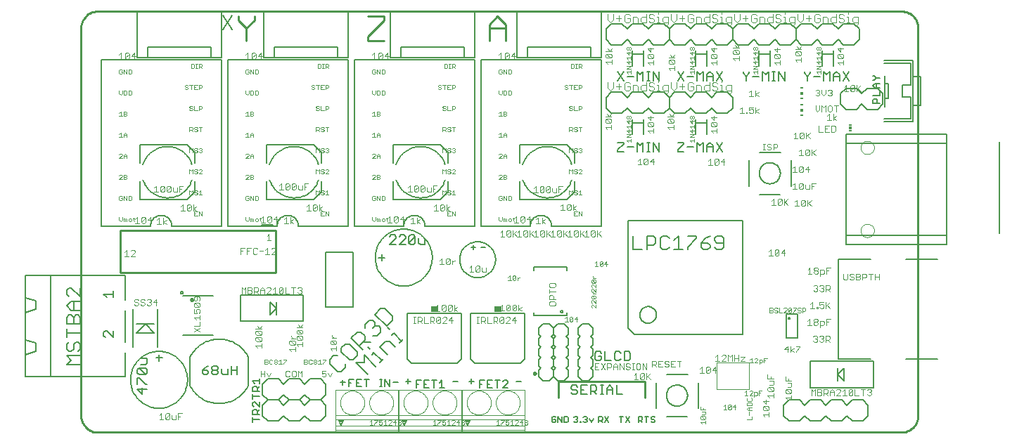
<source format=gto>
G75*
G70*
%OFA0B0*%
%FSLAX24Y24*%
%IPPOS*%
%LPD*%
%AMOC8*
5,1,8,0,0,1.08239X$1,22.5*
%
%ADD10C,0.0100*%
%ADD11C,0.0070*%
%ADD12C,0.0050*%
%ADD13C,0.0040*%
%ADD14C,0.0060*%
%ADD15C,0.0030*%
%ADD16C,0.0020*%
%ADD17C,0.0080*%
%ADD18R,0.0118X0.0059*%
%ADD19R,0.0118X0.0118*%
%ADD20C,0.0000*%
%ADD21R,0.0340X0.0300*%
D10*
X002785Y001429D02*
X002785Y019835D01*
X002787Y019889D01*
X002792Y019942D01*
X002801Y019995D01*
X002814Y020047D01*
X002830Y020099D01*
X002850Y020149D01*
X002873Y020197D01*
X002900Y020244D01*
X002929Y020289D01*
X002962Y020332D01*
X002997Y020372D01*
X003035Y020410D01*
X003075Y020445D01*
X003118Y020478D01*
X003163Y020507D01*
X003210Y020534D01*
X003258Y020557D01*
X003308Y020577D01*
X003360Y020593D01*
X003412Y020606D01*
X003465Y020615D01*
X003518Y020620D01*
X003572Y020622D01*
X041663Y020622D01*
X041717Y020620D01*
X041770Y020615D01*
X041823Y020606D01*
X041875Y020593D01*
X041927Y020577D01*
X041977Y020557D01*
X042025Y020534D01*
X042072Y020507D01*
X042117Y020478D01*
X042160Y020445D01*
X042200Y020410D01*
X042238Y020372D01*
X042273Y020332D01*
X042306Y020289D01*
X042335Y020244D01*
X042362Y020197D01*
X042385Y020149D01*
X042405Y020099D01*
X042421Y020047D01*
X042434Y019995D01*
X042443Y019942D01*
X042448Y019889D01*
X042450Y019835D01*
X042450Y001429D01*
X042448Y001375D01*
X042443Y001322D01*
X042434Y001269D01*
X042421Y001217D01*
X042405Y001165D01*
X042385Y001115D01*
X042362Y001067D01*
X042335Y001020D01*
X042306Y000975D01*
X042273Y000932D01*
X042238Y000892D01*
X042200Y000854D01*
X042160Y000819D01*
X042117Y000786D01*
X042072Y000757D01*
X042025Y000730D01*
X041977Y000707D01*
X041927Y000687D01*
X041875Y000671D01*
X041823Y000658D01*
X041770Y000649D01*
X041717Y000644D01*
X041663Y000642D01*
X003572Y000642D01*
X003518Y000644D01*
X003465Y000649D01*
X003412Y000658D01*
X003360Y000671D01*
X003308Y000687D01*
X003258Y000707D01*
X003210Y000730D01*
X003163Y000757D01*
X003118Y000786D01*
X003075Y000819D01*
X003035Y000854D01*
X002997Y000892D01*
X002962Y000932D01*
X002929Y000975D01*
X002900Y001020D01*
X002873Y001067D01*
X002850Y001115D01*
X002830Y001165D01*
X002814Y001217D01*
X002801Y001269D01*
X002792Y001322D01*
X002787Y001375D01*
X002785Y001429D01*
X007980Y006937D02*
X007982Y006950D01*
X007987Y006963D01*
X007996Y006974D01*
X008007Y006981D01*
X008020Y006986D01*
X008033Y006987D01*
X008047Y006984D01*
X008059Y006978D01*
X008069Y006969D01*
X008076Y006957D01*
X008080Y006944D01*
X008080Y006930D01*
X008076Y006917D01*
X008069Y006905D01*
X008059Y006896D01*
X008047Y006890D01*
X008033Y006887D01*
X008020Y006888D01*
X008007Y006893D01*
X007996Y006900D01*
X007987Y006911D01*
X007982Y006924D01*
X007980Y006937D01*
X004655Y008237D02*
X012005Y008237D01*
X012005Y010237D01*
X004655Y010237D01*
X004655Y008237D01*
X011330Y010487D02*
X011830Y010487D01*
X024230Y003437D02*
X024232Y003450D01*
X024237Y003463D01*
X024246Y003474D01*
X024257Y003481D01*
X024270Y003486D01*
X024283Y003487D01*
X024297Y003484D01*
X024309Y003478D01*
X024319Y003469D01*
X024326Y003457D01*
X024330Y003444D01*
X024330Y003430D01*
X024326Y003417D01*
X024319Y003405D01*
X024309Y003396D01*
X024297Y003390D01*
X024283Y003387D01*
X024270Y003388D01*
X024257Y003393D01*
X024246Y003400D01*
X024237Y003411D01*
X024232Y003424D01*
X024230Y003437D01*
X025403Y003069D02*
X029497Y003069D01*
X029497Y002282D01*
X025403Y002282D02*
X025403Y003069D01*
X022897Y019237D02*
X022897Y020005D01*
X022514Y020388D01*
X022130Y020005D01*
X022130Y019237D01*
X022130Y019813D02*
X022897Y019813D01*
X017147Y020196D02*
X016380Y019429D01*
X016380Y019237D01*
X017147Y019237D01*
X017147Y020196D02*
X017147Y020388D01*
X016380Y020388D01*
X010997Y020388D02*
X010997Y020196D01*
X010614Y019813D01*
X010614Y019237D01*
X010614Y019813D02*
X010230Y020196D01*
X010230Y020388D01*
D11*
X028216Y017753D02*
X028503Y017322D01*
X028677Y017537D02*
X028964Y017537D01*
X029137Y017322D02*
X029137Y017753D01*
X029281Y017609D01*
X029424Y017753D01*
X029424Y017322D01*
X029598Y017322D02*
X029741Y017322D01*
X029669Y017322D02*
X029669Y017753D01*
X029598Y017753D02*
X029741Y017753D01*
X029905Y017753D02*
X030192Y017322D01*
X030192Y017753D01*
X029905Y017753D02*
X029905Y017322D01*
X031063Y017322D02*
X031350Y017753D01*
X031523Y017537D02*
X031810Y017537D01*
X031984Y017322D02*
X031984Y017753D01*
X032127Y017609D01*
X032271Y017753D01*
X032271Y017322D01*
X032444Y017322D02*
X032444Y017609D01*
X032588Y017753D01*
X032731Y017609D01*
X032731Y017322D01*
X032905Y017322D02*
X033192Y017753D01*
X032905Y017753D02*
X033192Y017322D01*
X032731Y017537D02*
X032444Y017537D01*
X031350Y017322D02*
X031063Y017753D01*
X028503Y017753D02*
X028216Y017322D01*
X034166Y017681D02*
X034310Y017537D01*
X034310Y017322D01*
X034310Y017537D02*
X034453Y017681D01*
X034453Y017753D01*
X034627Y017537D02*
X034914Y017537D01*
X035087Y017322D02*
X035087Y017753D01*
X035231Y017609D01*
X035374Y017753D01*
X035374Y017322D01*
X035548Y017322D02*
X035691Y017322D01*
X035619Y017322D02*
X035619Y017753D01*
X035548Y017753D02*
X035691Y017753D01*
X035855Y017753D02*
X036142Y017322D01*
X036142Y017753D01*
X035855Y017753D02*
X035855Y017322D01*
X037063Y017681D02*
X037206Y017537D01*
X037206Y017322D01*
X037206Y017537D02*
X037350Y017681D01*
X037350Y017753D01*
X037523Y017537D02*
X037810Y017537D01*
X037984Y017322D02*
X037984Y017753D01*
X038127Y017609D01*
X038271Y017753D01*
X038271Y017322D01*
X038444Y017322D02*
X038444Y017609D01*
X038588Y017753D01*
X038731Y017609D01*
X038731Y017322D01*
X038905Y017322D02*
X039192Y017753D01*
X038905Y017753D02*
X039192Y017322D01*
X038731Y017537D02*
X038444Y017537D01*
X037063Y017681D02*
X037063Y017753D01*
X034166Y017753D02*
X034166Y017681D01*
X040306Y017570D02*
X040361Y017570D01*
X040471Y017460D01*
X040636Y017460D01*
X040471Y017460D02*
X040361Y017350D01*
X040306Y017350D01*
X040416Y017202D02*
X040306Y017092D01*
X040416Y016982D01*
X040636Y016982D01*
X040636Y016834D02*
X040636Y016613D01*
X040306Y016613D01*
X040361Y016465D02*
X040471Y016465D01*
X040526Y016410D01*
X040526Y016245D01*
X040636Y016245D02*
X040306Y016245D01*
X040306Y016410D01*
X040361Y016465D01*
X040471Y016982D02*
X040471Y017202D01*
X040416Y017202D02*
X040636Y017202D01*
X033192Y014403D02*
X032905Y013972D01*
X032731Y013972D02*
X032731Y014259D01*
X032588Y014403D01*
X032444Y014259D01*
X032444Y013972D01*
X032271Y013972D02*
X032271Y014403D01*
X032127Y014259D01*
X031984Y014403D01*
X031984Y013972D01*
X031810Y014187D02*
X031523Y014187D01*
X031350Y014331D02*
X031063Y014044D01*
X031063Y013972D01*
X031350Y013972D01*
X031350Y014331D02*
X031350Y014403D01*
X031063Y014403D01*
X030192Y014403D02*
X030192Y013972D01*
X029905Y014403D01*
X029905Y013972D01*
X029741Y013972D02*
X029598Y013972D01*
X029669Y013972D02*
X029669Y014403D01*
X029598Y014403D02*
X029741Y014403D01*
X029424Y014403D02*
X029281Y014259D01*
X029137Y014403D01*
X029137Y013972D01*
X028964Y014187D02*
X028677Y014187D01*
X028503Y014331D02*
X028216Y014044D01*
X028216Y013972D01*
X028503Y013972D01*
X028503Y014331D02*
X028503Y014403D01*
X028216Y014403D01*
X029424Y014403D02*
X029424Y013972D01*
X032444Y014187D02*
X032731Y014187D01*
X032905Y014403D02*
X033192Y013972D01*
X033136Y009953D02*
X032926Y009953D01*
X032820Y009848D01*
X032820Y009743D01*
X032926Y009638D01*
X033241Y009638D01*
X033241Y009848D02*
X033241Y009427D01*
X033136Y009322D01*
X032926Y009322D01*
X032820Y009427D01*
X032596Y009427D02*
X032596Y009532D01*
X032491Y009638D01*
X032176Y009638D01*
X032176Y009427D01*
X032281Y009322D01*
X032491Y009322D01*
X032596Y009427D01*
X032386Y009848D02*
X032176Y009638D01*
X032386Y009848D02*
X032596Y009953D01*
X033136Y009953D02*
X033241Y009848D01*
X031952Y009848D02*
X031531Y009427D01*
X031531Y009322D01*
X031307Y009322D02*
X030887Y009322D01*
X031097Y009322D02*
X031097Y009953D01*
X030887Y009743D01*
X030663Y009848D02*
X030558Y009953D01*
X030347Y009953D01*
X030242Y009848D01*
X030242Y009427D01*
X030347Y009322D01*
X030558Y009322D01*
X030663Y009427D01*
X030018Y009638D02*
X030018Y009848D01*
X029913Y009953D01*
X029598Y009953D01*
X029598Y009322D01*
X029598Y009532D02*
X029913Y009532D01*
X030018Y009638D01*
X029374Y009322D02*
X028953Y009322D01*
X028953Y009953D01*
X031531Y009953D02*
X031952Y009953D01*
X031952Y009848D01*
X028750Y004478D02*
X028534Y004478D01*
X028534Y004048D01*
X028750Y004048D01*
X028821Y004119D01*
X028821Y004406D01*
X028750Y004478D01*
X028361Y004406D02*
X028289Y004478D01*
X028146Y004478D01*
X028074Y004406D01*
X028074Y004119D01*
X028146Y004048D01*
X028289Y004048D01*
X028361Y004119D01*
X027900Y004048D02*
X027614Y004048D01*
X027614Y004478D01*
X027440Y004406D02*
X027368Y004478D01*
X027225Y004478D01*
X027153Y004406D01*
X027153Y004119D01*
X027225Y004048D01*
X027368Y004048D01*
X027440Y004119D01*
X027440Y004263D01*
X027297Y004263D01*
X027399Y002877D02*
X027543Y002877D01*
X027471Y002877D02*
X027471Y002447D01*
X027399Y002447D02*
X027543Y002447D01*
X027706Y002447D02*
X027706Y002734D01*
X027849Y002877D01*
X027993Y002734D01*
X027993Y002447D01*
X028166Y002447D02*
X028453Y002447D01*
X028166Y002447D02*
X028166Y002877D01*
X027993Y002662D02*
X027706Y002662D01*
X027226Y002662D02*
X027226Y002806D01*
X027154Y002877D01*
X026939Y002877D01*
X026939Y002447D01*
X026939Y002590D02*
X027154Y002590D01*
X027226Y002662D01*
X027082Y002590D02*
X027226Y002447D01*
X026765Y002447D02*
X026478Y002447D01*
X026478Y002877D01*
X026765Y002877D01*
X026622Y002662D02*
X026478Y002662D01*
X026305Y002590D02*
X026305Y002519D01*
X026233Y002447D01*
X026090Y002447D01*
X026018Y002519D01*
X026090Y002662D02*
X026233Y002662D01*
X026305Y002590D01*
X026305Y002806D02*
X026233Y002877D01*
X026090Y002877D01*
X026018Y002806D01*
X026018Y002734D01*
X026090Y002662D01*
X018060Y005066D02*
X017873Y004880D01*
X017966Y004973D02*
X017594Y005346D01*
X017500Y005253D01*
X017406Y004972D02*
X017686Y004693D01*
X017406Y004972D02*
X017220Y004972D01*
X016941Y004693D01*
X017313Y004320D01*
X017126Y004133D02*
X016940Y003947D01*
X017033Y004040D02*
X016660Y004413D01*
X016567Y004319D01*
X016474Y004599D02*
X016381Y004692D01*
X016150Y004557D02*
X015591Y005116D01*
X015870Y005395D01*
X016057Y005395D01*
X016243Y005209D01*
X016243Y005023D01*
X015964Y004743D01*
X016150Y004929D02*
X016523Y004929D01*
X016617Y005210D02*
X016803Y005210D01*
X016989Y005396D01*
X016989Y005583D01*
X016896Y005676D01*
X016710Y005676D01*
X016617Y005583D01*
X016710Y005676D02*
X016710Y005862D01*
X016617Y005955D01*
X016430Y005955D01*
X016244Y005769D01*
X016244Y005583D01*
X016711Y006236D02*
X016990Y006515D01*
X017177Y006515D01*
X017549Y006142D01*
X017549Y005956D01*
X017270Y005677D01*
X016711Y006236D01*
X017314Y005625D02*
X017407Y005532D01*
X015869Y004463D02*
X015497Y004835D01*
X015310Y004835D01*
X015124Y004649D01*
X015124Y004463D01*
X015497Y004090D01*
X015683Y004090D01*
X015869Y004276D01*
X015869Y004463D01*
X016194Y004319D02*
X016753Y003760D01*
X016380Y003387D02*
X015821Y003946D01*
X016194Y003946D01*
X016194Y004319D01*
X015310Y003903D02*
X015310Y003716D01*
X015123Y003530D01*
X014937Y003530D01*
X014564Y003903D01*
X014564Y004089D01*
X014750Y004275D01*
X014937Y004275D01*
X002745Y004275D02*
X002114Y004275D01*
X002325Y004065D01*
X002114Y003855D01*
X002745Y003855D01*
X002640Y004500D02*
X002745Y004605D01*
X002745Y004815D01*
X002640Y004920D01*
X002535Y004920D01*
X002430Y004815D01*
X002430Y004605D01*
X002325Y004500D01*
X002220Y004500D01*
X002114Y004605D01*
X002114Y004815D01*
X002220Y004920D01*
X002114Y005144D02*
X002114Y005564D01*
X002114Y005354D02*
X002745Y005354D01*
X002745Y005789D02*
X002114Y005789D01*
X002114Y006104D01*
X002220Y006209D01*
X002325Y006209D01*
X002430Y006104D01*
X002430Y005789D01*
X002745Y005789D02*
X002745Y006104D01*
X002640Y006209D01*
X002535Y006209D01*
X002430Y006104D01*
X002430Y006433D02*
X002430Y006854D01*
X002325Y006854D02*
X002745Y006854D01*
X002745Y007078D02*
X002325Y007498D01*
X002220Y007498D01*
X002114Y007393D01*
X002114Y007183D01*
X002220Y007078D01*
X002325Y006854D02*
X002114Y006643D01*
X002325Y006433D01*
X002745Y006433D01*
X002745Y007078D02*
X002745Y007498D01*
D12*
X003855Y007202D02*
X004005Y007052D01*
X003855Y007202D02*
X004305Y007202D01*
X004305Y007052D02*
X004305Y007352D01*
X004305Y005452D02*
X004305Y005152D01*
X004005Y005452D01*
X003930Y005452D01*
X003855Y005377D01*
X003855Y005227D01*
X003930Y005152D01*
X005605Y004144D02*
X005905Y004144D01*
X005905Y003919D01*
X005830Y003843D01*
X005605Y003843D01*
X005530Y003683D02*
X005830Y003383D01*
X005905Y003458D01*
X005905Y003608D01*
X005830Y003683D01*
X005530Y003683D01*
X005455Y003608D01*
X005455Y003458D01*
X005530Y003383D01*
X005830Y003383D01*
X005530Y003223D02*
X005830Y002923D01*
X005905Y002923D01*
X005905Y002687D02*
X005455Y002687D01*
X005680Y002462D01*
X005680Y002763D01*
X005455Y002923D02*
X005455Y003223D01*
X005530Y003223D01*
X007952Y002868D02*
X007952Y004207D01*
X007952Y002868D02*
X007989Y002799D01*
X008028Y002732D01*
X008071Y002667D01*
X008117Y002605D01*
X008166Y002544D01*
X008218Y002487D01*
X008273Y002432D01*
X008331Y002380D01*
X008391Y002331D01*
X008454Y002285D01*
X008519Y002242D01*
X008586Y002203D01*
X008654Y002167D01*
X008725Y002134D01*
X008797Y002105D01*
X008871Y002080D01*
X008946Y002059D01*
X009021Y002041D01*
X009098Y002028D01*
X009175Y002018D01*
X009252Y002012D01*
X009330Y002010D01*
X009408Y002012D01*
X009485Y002018D01*
X009562Y002028D01*
X009639Y002041D01*
X009714Y002059D01*
X009789Y002080D01*
X009863Y002105D01*
X009935Y002134D01*
X010006Y002167D01*
X010074Y002203D01*
X010141Y002242D01*
X010206Y002285D01*
X010269Y002331D01*
X010329Y002380D01*
X010387Y002432D01*
X010442Y002487D01*
X010494Y002544D01*
X010543Y002605D01*
X010589Y002667D01*
X010632Y002732D01*
X010671Y002799D01*
X010708Y002868D01*
X010708Y004207D01*
X010708Y004206D02*
X010671Y004275D01*
X010632Y004342D01*
X010589Y004407D01*
X010543Y004469D01*
X010494Y004530D01*
X010442Y004587D01*
X010387Y004642D01*
X010329Y004694D01*
X010269Y004743D01*
X010206Y004789D01*
X010141Y004832D01*
X010074Y004871D01*
X010006Y004907D01*
X009935Y004940D01*
X009863Y004969D01*
X009789Y004994D01*
X009714Y005015D01*
X009639Y005033D01*
X009562Y005046D01*
X009485Y005056D01*
X009408Y005062D01*
X009330Y005064D01*
X009252Y005062D01*
X009175Y005056D01*
X009098Y005046D01*
X009021Y005033D01*
X008946Y005015D01*
X008871Y004994D01*
X008797Y004969D01*
X008725Y004940D01*
X008654Y004907D01*
X008586Y004871D01*
X008519Y004832D01*
X008454Y004789D01*
X008391Y004743D01*
X008331Y004694D01*
X008273Y004642D01*
X008218Y004587D01*
X008166Y004530D01*
X008117Y004469D01*
X008071Y004407D01*
X008028Y004342D01*
X007989Y004275D01*
X007952Y004206D01*
X010905Y003078D02*
X011255Y003078D01*
X011255Y002961D02*
X011255Y003195D01*
X011021Y002961D02*
X010905Y003078D01*
X010963Y002827D02*
X011080Y002827D01*
X011138Y002768D01*
X011138Y002593D01*
X011138Y002710D02*
X011255Y002827D01*
X011255Y002593D02*
X010905Y002593D01*
X010905Y002768D01*
X010963Y002827D01*
X010905Y002458D02*
X010905Y002225D01*
X010905Y002342D02*
X011255Y002342D01*
X011255Y002095D02*
X011255Y001861D01*
X011021Y002095D01*
X010963Y002095D01*
X010905Y002037D01*
X010905Y001920D01*
X010963Y001861D01*
X010963Y001727D02*
X011080Y001727D01*
X011138Y001668D01*
X011138Y001493D01*
X011138Y001610D02*
X011255Y001727D01*
X011255Y001493D02*
X010905Y001493D01*
X010905Y001668D01*
X010963Y001727D01*
X010905Y001358D02*
X010905Y001125D01*
X010905Y001242D02*
X011255Y001242D01*
X015184Y002896D02*
X015184Y003129D01*
X015068Y003012D02*
X015301Y003012D01*
X015468Y002987D02*
X015584Y002987D01*
X015468Y002812D02*
X015468Y003163D01*
X015701Y003163D01*
X015836Y003163D02*
X015836Y002812D01*
X016069Y002812D01*
X015953Y002987D02*
X015836Y002987D01*
X015836Y003163D02*
X016069Y003163D01*
X016204Y003163D02*
X016438Y003163D01*
X016321Y003163D02*
X016321Y002812D01*
X016941Y002812D02*
X017058Y002812D01*
X016999Y002812D02*
X016999Y003163D01*
X016941Y003163D02*
X017058Y003163D01*
X017186Y003163D02*
X017420Y002812D01*
X017420Y003163D01*
X017568Y003012D02*
X017801Y003012D01*
X018168Y003062D02*
X018401Y003062D01*
X018284Y002946D02*
X018284Y003179D01*
X018668Y003113D02*
X018901Y003113D01*
X019036Y003113D02*
X019036Y002762D01*
X019269Y002762D01*
X019153Y002937D02*
X019036Y002937D01*
X019036Y003113D02*
X019269Y003113D01*
X019404Y003113D02*
X019638Y003113D01*
X019521Y003113D02*
X019521Y002762D01*
X019772Y002762D02*
X020006Y002762D01*
X019889Y002762D02*
X019889Y003113D01*
X019772Y002996D01*
X020418Y003062D02*
X020651Y003062D01*
X021168Y003062D02*
X021401Y003062D01*
X021284Y002946D02*
X021284Y003179D01*
X021668Y003113D02*
X021901Y003113D01*
X022036Y003113D02*
X022036Y002762D01*
X022269Y002762D01*
X022153Y002937D02*
X022036Y002937D01*
X022036Y003113D02*
X022269Y003113D01*
X022404Y003113D02*
X022638Y003113D01*
X022521Y003113D02*
X022521Y002762D01*
X022772Y002762D02*
X023006Y002996D01*
X023006Y003054D01*
X022948Y003113D01*
X022831Y003113D01*
X022772Y003054D01*
X022772Y002762D02*
X023006Y002762D01*
X023418Y003062D02*
X023651Y003062D01*
X024480Y003287D02*
X024680Y003087D01*
X024980Y003087D01*
X025180Y003287D01*
X025180Y003587D01*
X025080Y003687D01*
X025180Y003787D01*
X025180Y004087D01*
X025080Y004187D01*
X025180Y004287D01*
X025180Y004587D01*
X025080Y004687D01*
X025180Y004787D01*
X025180Y005087D01*
X025080Y005187D01*
X025180Y005287D01*
X025180Y005587D01*
X024980Y005787D01*
X024680Y005787D01*
X024480Y005587D01*
X024480Y005287D01*
X024580Y005187D01*
X024480Y005087D01*
X024480Y004787D01*
X024580Y004687D01*
X024480Y004587D01*
X024480Y004287D01*
X024580Y004187D01*
X024480Y004087D01*
X024480Y003787D01*
X024580Y003687D01*
X024480Y003587D01*
X024480Y003287D01*
X025180Y003287D02*
X025180Y003587D01*
X025280Y003687D01*
X025180Y003787D01*
X025180Y004087D01*
X025280Y004187D01*
X025180Y004287D01*
X025180Y004587D01*
X025280Y004687D01*
X025180Y004787D01*
X025180Y005087D01*
X025280Y005187D01*
X025180Y005287D01*
X025180Y005587D01*
X025380Y005787D01*
X025680Y005787D01*
X025880Y005587D01*
X025880Y005287D01*
X025780Y005187D01*
X025880Y005087D01*
X025880Y004787D01*
X025780Y004687D01*
X025880Y004587D01*
X025880Y004287D01*
X025780Y004187D01*
X025880Y004087D01*
X025880Y003787D01*
X025780Y003687D01*
X025880Y003587D01*
X025880Y003287D01*
X025680Y003087D01*
X025380Y003087D01*
X025180Y003287D01*
X026330Y003287D02*
X026330Y003587D01*
X026430Y003687D01*
X026330Y003787D01*
X026330Y004087D01*
X026430Y004187D01*
X026330Y004287D01*
X026330Y004587D01*
X026430Y004687D01*
X026330Y004787D01*
X026330Y005087D01*
X026430Y005187D01*
X026330Y005287D01*
X026330Y005587D01*
X026530Y005787D01*
X026830Y005787D01*
X027030Y005587D01*
X027030Y005287D01*
X026930Y005187D01*
X027030Y005087D01*
X027030Y004787D01*
X026930Y004687D01*
X027030Y004587D01*
X027030Y004287D01*
X026930Y004187D01*
X027030Y004087D01*
X027030Y003787D01*
X026930Y003687D01*
X027030Y003587D01*
X027030Y003287D01*
X026830Y003087D01*
X026530Y003087D01*
X026330Y003287D01*
X026279Y001386D02*
X026324Y001341D01*
X026324Y001296D01*
X026279Y001250D01*
X026324Y001205D01*
X026324Y001160D01*
X026279Y001115D01*
X026189Y001115D01*
X026144Y001160D01*
X026234Y001250D02*
X026279Y001250D01*
X026279Y001386D02*
X026189Y001386D01*
X026144Y001341D01*
X025863Y001341D02*
X025863Y001160D01*
X025818Y001115D01*
X025683Y001115D01*
X025683Y001386D01*
X025818Y001386D01*
X025863Y001341D01*
X025569Y001386D02*
X025569Y001115D01*
X025389Y001386D01*
X025389Y001115D01*
X025274Y001160D02*
X025274Y001250D01*
X025184Y001250D01*
X025094Y001160D02*
X025139Y001115D01*
X025229Y001115D01*
X025274Y001160D01*
X025094Y001160D02*
X025094Y001341D01*
X025139Y001386D01*
X025229Y001386D01*
X025274Y001341D01*
X026439Y001160D02*
X026484Y001160D01*
X026484Y001115D01*
X026439Y001115D01*
X026439Y001160D01*
X026586Y001160D02*
X026631Y001115D01*
X026721Y001115D01*
X026766Y001160D01*
X026766Y001205D01*
X026721Y001250D01*
X026676Y001250D01*
X026721Y001250D02*
X026766Y001296D01*
X026766Y001341D01*
X026721Y001386D01*
X026631Y001386D01*
X026586Y001341D01*
X026881Y001296D02*
X026971Y001115D01*
X027061Y001296D01*
X027318Y001386D02*
X027453Y001386D01*
X027498Y001341D01*
X027498Y001250D01*
X027453Y001205D01*
X027318Y001205D01*
X027318Y001115D02*
X027318Y001386D01*
X027408Y001205D02*
X027498Y001115D01*
X027612Y001115D02*
X027792Y001386D01*
X027612Y001386D02*
X027792Y001115D01*
X028302Y001386D02*
X028482Y001386D01*
X028392Y001386D02*
X028392Y001115D01*
X028597Y001115D02*
X028777Y001386D01*
X028597Y001386D02*
X028777Y001115D01*
X029207Y001115D02*
X029207Y001386D01*
X029342Y001386D01*
X029388Y001341D01*
X029388Y001250D01*
X029342Y001205D01*
X029207Y001205D01*
X029297Y001205D02*
X029388Y001115D01*
X029592Y001115D02*
X029592Y001386D01*
X029502Y001386D02*
X029682Y001386D01*
X029797Y001341D02*
X029797Y001296D01*
X029842Y001250D01*
X029932Y001250D01*
X029977Y001205D01*
X029977Y001160D01*
X029932Y001115D01*
X029842Y001115D01*
X029797Y001160D01*
X029797Y001341D02*
X029842Y001386D01*
X029932Y001386D01*
X029977Y001341D01*
X037338Y002757D02*
X037338Y002936D01*
X037338Y004017D01*
X040332Y004017D01*
X040332Y003936D01*
X040332Y002757D01*
X037338Y002757D01*
X037338Y002838D02*
X037338Y002936D01*
X038630Y003087D02*
X038630Y003387D01*
X038630Y003687D01*
X038630Y003387D02*
X038930Y003687D01*
X038930Y003087D01*
X038630Y003387D01*
X040332Y003913D02*
X040332Y003936D01*
X039030Y009569D02*
X043794Y009569D01*
X043794Y009589D01*
X043794Y009569D01*
X043794Y009589D02*
X043794Y014746D01*
X043794Y014786D01*
X043794Y014805D01*
X043794Y014786D01*
X043794Y014746D01*
X043794Y014805D02*
X039030Y014805D01*
X039030Y014786D02*
X039030Y014244D01*
X039030Y013811D01*
X039030Y013378D01*
X039030Y012945D01*
X039030Y012512D01*
X039030Y012079D01*
X039030Y011646D01*
X039030Y011213D01*
X039030Y010780D01*
X039030Y010317D01*
X039030Y009589D01*
X039030Y010002D02*
X043794Y010002D01*
X046313Y010101D02*
X046313Y014431D01*
X043794Y014372D02*
X039030Y014372D01*
X039030Y014244D01*
X039030Y014156D01*
X039030Y013811D01*
X039030Y013378D01*
X039030Y012945D01*
X039030Y012512D01*
X039030Y012079D01*
X039030Y011646D01*
X039030Y011213D01*
X039030Y010780D01*
X039030Y010317D01*
X039030Y010219D01*
X039030Y010002D01*
X021784Y002937D02*
X021668Y002937D01*
X021668Y002762D02*
X021668Y003113D01*
X018784Y002937D02*
X018668Y002937D01*
X018668Y002762D02*
X018668Y003113D01*
X017186Y003163D02*
X017186Y002812D01*
X013322Y005907D02*
X010328Y005907D01*
X010328Y005988D01*
X010328Y007167D01*
X013322Y007167D01*
X013322Y006988D01*
X013322Y005907D01*
X012030Y006237D02*
X012030Y006537D01*
X012030Y006837D01*
X011730Y006837D02*
X012030Y006537D01*
X011730Y006237D01*
X011730Y006837D01*
X013322Y006988D02*
X013322Y007086D01*
X010328Y006011D02*
X010328Y005988D01*
X017405Y009562D02*
X017705Y009863D01*
X017705Y009938D01*
X017630Y010013D01*
X017480Y010013D01*
X017405Y009938D01*
X017865Y009938D02*
X017940Y010013D01*
X018091Y010013D01*
X018166Y009938D01*
X018166Y009863D01*
X017865Y009562D01*
X018166Y009562D01*
X018326Y009637D02*
X018626Y009938D01*
X018626Y009637D01*
X018551Y009562D01*
X018401Y009562D01*
X018326Y009637D01*
X018326Y009938D01*
X018401Y010013D01*
X018551Y010013D01*
X018626Y009938D01*
X018786Y009863D02*
X018786Y009637D01*
X018861Y009562D01*
X019086Y009562D01*
X019086Y009863D01*
X017705Y009562D02*
X017405Y009562D01*
X017430Y018437D02*
X017930Y018437D01*
X017930Y018937D01*
X020930Y018937D01*
X020930Y018437D01*
X017930Y018437D01*
X017430Y018437D02*
X017430Y020637D01*
X021430Y020637D01*
X021430Y018437D01*
X020930Y018437D01*
X023430Y018437D02*
X023930Y018437D01*
X023930Y018937D01*
X026930Y018937D01*
X026930Y018437D01*
X023930Y018437D01*
X023430Y018437D02*
X023430Y020637D01*
X027430Y020637D01*
X027430Y018437D01*
X026930Y018437D01*
X015430Y018437D02*
X014930Y018437D01*
X014930Y018937D01*
X011930Y018937D01*
X011930Y018437D01*
X011430Y018437D01*
X011430Y020637D01*
X015430Y020637D01*
X015430Y018437D01*
X014930Y018437D02*
X011930Y018437D01*
X009430Y018437D02*
X008930Y018437D01*
X008930Y018937D01*
X005930Y018937D01*
X005930Y018437D01*
X005430Y018437D01*
X005430Y020637D01*
X009430Y020637D01*
X009430Y018437D01*
X008930Y018437D02*
X005930Y018437D01*
D13*
X035110Y014330D02*
X035203Y014330D01*
X035157Y014330D02*
X035157Y014050D01*
X035203Y014050D02*
X035110Y014050D01*
X035306Y014097D02*
X035353Y014050D01*
X035446Y014050D01*
X035493Y014097D01*
X035493Y014144D01*
X035446Y014190D01*
X035353Y014190D01*
X035306Y014237D01*
X035306Y014284D01*
X035353Y014330D01*
X035446Y014330D01*
X035493Y014284D01*
X035601Y014330D02*
X035601Y014050D01*
X035601Y014144D02*
X035741Y014144D01*
X035788Y014190D01*
X035788Y014284D01*
X035741Y014330D01*
X035601Y014330D01*
X037594Y015961D02*
X037687Y015868D01*
X037781Y015961D01*
X037781Y016148D01*
X037888Y016148D02*
X037982Y016055D01*
X038075Y016148D01*
X038075Y015868D01*
X038183Y015915D02*
X038183Y016101D01*
X038230Y016148D01*
X038323Y016148D01*
X038370Y016101D01*
X038370Y015915D01*
X038323Y015868D01*
X038230Y015868D01*
X038183Y015915D01*
X037888Y015868D02*
X037888Y016148D01*
X037594Y016148D02*
X037594Y015961D01*
X038478Y016148D02*
X038664Y016148D01*
X038571Y016148D02*
X038571Y015868D01*
X038323Y016618D02*
X038230Y016618D01*
X038183Y016665D01*
X038075Y016711D02*
X038075Y016898D01*
X038183Y016851D02*
X038230Y016898D01*
X038323Y016898D01*
X038370Y016851D01*
X038370Y016805D01*
X038323Y016758D01*
X038370Y016711D01*
X038370Y016665D01*
X038323Y016618D01*
X038323Y016758D02*
X038276Y016758D01*
X038075Y016711D02*
X037982Y016618D01*
X037888Y016711D01*
X037888Y016898D01*
X037781Y016851D02*
X037781Y016805D01*
X037734Y016758D01*
X037781Y016711D01*
X037781Y016665D01*
X037734Y016618D01*
X037640Y016618D01*
X037594Y016665D01*
X037687Y016758D02*
X037734Y016758D01*
X037781Y016851D02*
X037734Y016898D01*
X037640Y016898D01*
X037594Y016851D01*
X031225Y004030D02*
X031038Y004030D01*
X031132Y004030D02*
X031132Y003750D01*
X030931Y003750D02*
X030744Y003750D01*
X030744Y004030D01*
X030931Y004030D01*
X030837Y003890D02*
X030744Y003890D01*
X030636Y003844D02*
X030636Y003797D01*
X030589Y003750D01*
X030496Y003750D01*
X030449Y003797D01*
X030496Y003890D02*
X030589Y003890D01*
X030636Y003844D01*
X030636Y003984D02*
X030589Y004030D01*
X030496Y004030D01*
X030449Y003984D01*
X030449Y003937D01*
X030496Y003890D01*
X030341Y003750D02*
X030154Y003750D01*
X030154Y004030D01*
X030341Y004030D01*
X030248Y003890D02*
X030154Y003890D01*
X030047Y003890D02*
X030000Y003844D01*
X029860Y003844D01*
X029953Y003844D02*
X030047Y003750D01*
X030047Y003890D02*
X030047Y003984D01*
X030000Y004030D01*
X029860Y004030D01*
X029860Y003750D01*
X029584Y003633D02*
X029584Y003913D01*
X029397Y003913D02*
X029584Y003633D01*
X029397Y003633D02*
X029397Y003913D01*
X029289Y003866D02*
X029243Y003913D01*
X029149Y003913D01*
X029103Y003866D01*
X029103Y003679D01*
X029149Y003633D01*
X029243Y003633D01*
X029289Y003679D01*
X029289Y003866D01*
X029000Y003913D02*
X028906Y003913D01*
X028953Y003913D02*
X028953Y003633D01*
X028906Y003633D02*
X029000Y003633D01*
X028798Y003679D02*
X028752Y003633D01*
X028658Y003633D01*
X028611Y003679D01*
X028658Y003773D02*
X028752Y003773D01*
X028798Y003726D01*
X028798Y003679D01*
X028658Y003773D02*
X028611Y003819D01*
X028611Y003866D01*
X028658Y003913D01*
X028752Y003913D01*
X028798Y003866D01*
X028504Y003913D02*
X028504Y003633D01*
X028317Y003913D01*
X028317Y003633D01*
X028209Y003633D02*
X028209Y003819D01*
X028116Y003913D01*
X028022Y003819D01*
X028022Y003633D01*
X028022Y003773D02*
X028209Y003773D01*
X027914Y003773D02*
X027868Y003726D01*
X027727Y003726D01*
X027727Y003633D02*
X027727Y003913D01*
X027868Y003913D01*
X027914Y003866D01*
X027914Y003773D01*
X027620Y003913D02*
X027433Y003633D01*
X027325Y003633D02*
X027138Y003633D01*
X027138Y003913D01*
X027325Y003913D01*
X027433Y003913D02*
X027620Y003633D01*
X027232Y003773D02*
X027138Y003773D01*
X023806Y002653D02*
X020854Y002653D01*
X020854Y001451D01*
X020854Y001261D01*
X020854Y000941D01*
X020854Y000768D01*
X020854Y000650D01*
X023806Y000650D01*
X023806Y000768D01*
X023806Y000941D01*
X020854Y000941D01*
X020806Y000941D02*
X020806Y000768D01*
X017854Y000768D01*
X017854Y000941D01*
X020806Y000941D01*
X020806Y001261D01*
X020806Y001451D01*
X017854Y001451D01*
X017854Y001261D01*
X017854Y000941D01*
X017806Y000941D02*
X017806Y000768D01*
X014854Y000768D01*
X014854Y000941D01*
X017806Y000941D01*
X017806Y001261D01*
X017806Y001451D01*
X014854Y001451D01*
X014854Y001261D01*
X014854Y000941D01*
X014854Y000768D02*
X014854Y000650D01*
X017806Y000650D01*
X017806Y000768D01*
X017854Y000768D02*
X017854Y000650D01*
X020806Y000650D01*
X020806Y000768D01*
X020854Y000768D02*
X023806Y000768D01*
X023806Y000941D02*
X023806Y001261D01*
X023806Y001451D01*
X020854Y001451D01*
X020806Y001451D02*
X020806Y002653D01*
X017854Y002653D01*
X017854Y001451D01*
X017806Y001451D02*
X017806Y002653D01*
X014854Y002653D01*
X014854Y001451D01*
X014854Y001261D02*
X017806Y001261D01*
X017854Y001261D02*
X020806Y001261D01*
X020854Y001261D02*
X023806Y001261D01*
X023806Y001451D02*
X023806Y002653D01*
X023494Y002328D02*
X023491Y002325D01*
X022448Y002048D02*
X022450Y002095D01*
X022456Y002142D01*
X022465Y002188D01*
X022479Y002233D01*
X022496Y002277D01*
X022517Y002320D01*
X022541Y002360D01*
X022568Y002399D01*
X022599Y002435D01*
X022632Y002468D01*
X022668Y002499D01*
X022707Y002526D01*
X022747Y002550D01*
X022790Y002571D01*
X022834Y002588D01*
X022879Y002602D01*
X022925Y002611D01*
X022972Y002617D01*
X023019Y002619D01*
X023066Y002617D01*
X023113Y002611D01*
X023159Y002602D01*
X023204Y002588D01*
X023248Y002571D01*
X023291Y002550D01*
X023331Y002526D01*
X023370Y002499D01*
X023406Y002468D01*
X023439Y002435D01*
X023470Y002399D01*
X023497Y002360D01*
X023521Y002320D01*
X023542Y002277D01*
X023559Y002233D01*
X023573Y002188D01*
X023582Y002142D01*
X023588Y002095D01*
X023590Y002048D01*
X023588Y002001D01*
X023582Y001954D01*
X023573Y001908D01*
X023559Y001863D01*
X023542Y001819D01*
X023521Y001776D01*
X023497Y001736D01*
X023470Y001697D01*
X023439Y001661D01*
X023406Y001628D01*
X023370Y001597D01*
X023331Y001570D01*
X023291Y001546D01*
X023248Y001525D01*
X023204Y001508D01*
X023159Y001494D01*
X023113Y001485D01*
X023066Y001479D01*
X023019Y001477D01*
X022972Y001479D01*
X022925Y001485D01*
X022879Y001494D01*
X022834Y001508D01*
X022790Y001525D01*
X022747Y001546D01*
X022707Y001570D01*
X022668Y001597D01*
X022632Y001628D01*
X022599Y001661D01*
X022568Y001697D01*
X022541Y001736D01*
X022517Y001776D01*
X022496Y001819D01*
X022479Y001863D01*
X022465Y001908D01*
X022456Y001954D01*
X022450Y002001D01*
X022448Y002048D01*
X022116Y002328D02*
X022113Y002325D01*
X021070Y002048D02*
X021072Y002095D01*
X021078Y002142D01*
X021087Y002188D01*
X021101Y002233D01*
X021118Y002277D01*
X021139Y002320D01*
X021163Y002360D01*
X021190Y002399D01*
X021221Y002435D01*
X021254Y002468D01*
X021290Y002499D01*
X021329Y002526D01*
X021369Y002550D01*
X021412Y002571D01*
X021456Y002588D01*
X021501Y002602D01*
X021547Y002611D01*
X021594Y002617D01*
X021641Y002619D01*
X021688Y002617D01*
X021735Y002611D01*
X021781Y002602D01*
X021826Y002588D01*
X021870Y002571D01*
X021913Y002550D01*
X021953Y002526D01*
X021992Y002499D01*
X022028Y002468D01*
X022061Y002435D01*
X022092Y002399D01*
X022119Y002360D01*
X022143Y002320D01*
X022164Y002277D01*
X022181Y002233D01*
X022195Y002188D01*
X022204Y002142D01*
X022210Y002095D01*
X022212Y002048D01*
X022210Y002001D01*
X022204Y001954D01*
X022195Y001908D01*
X022181Y001863D01*
X022164Y001819D01*
X022143Y001776D01*
X022119Y001736D01*
X022092Y001697D01*
X022061Y001661D01*
X022028Y001628D01*
X021992Y001597D01*
X021953Y001570D01*
X021913Y001546D01*
X021870Y001525D01*
X021826Y001508D01*
X021781Y001494D01*
X021735Y001485D01*
X021688Y001479D01*
X021641Y001477D01*
X021594Y001479D01*
X021547Y001485D01*
X021501Y001494D01*
X021456Y001508D01*
X021412Y001525D01*
X021369Y001546D01*
X021329Y001570D01*
X021290Y001597D01*
X021254Y001628D01*
X021221Y001661D01*
X021190Y001697D01*
X021163Y001736D01*
X021139Y001776D01*
X021118Y001819D01*
X021101Y001863D01*
X021087Y001908D01*
X021078Y001954D01*
X021072Y002001D01*
X021070Y002048D01*
X020494Y002328D02*
X020491Y002325D01*
X019448Y002048D02*
X019450Y002095D01*
X019456Y002142D01*
X019465Y002188D01*
X019479Y002233D01*
X019496Y002277D01*
X019517Y002320D01*
X019541Y002360D01*
X019568Y002399D01*
X019599Y002435D01*
X019632Y002468D01*
X019668Y002499D01*
X019707Y002526D01*
X019747Y002550D01*
X019790Y002571D01*
X019834Y002588D01*
X019879Y002602D01*
X019925Y002611D01*
X019972Y002617D01*
X020019Y002619D01*
X020066Y002617D01*
X020113Y002611D01*
X020159Y002602D01*
X020204Y002588D01*
X020248Y002571D01*
X020291Y002550D01*
X020331Y002526D01*
X020370Y002499D01*
X020406Y002468D01*
X020439Y002435D01*
X020470Y002399D01*
X020497Y002360D01*
X020521Y002320D01*
X020542Y002277D01*
X020559Y002233D01*
X020573Y002188D01*
X020582Y002142D01*
X020588Y002095D01*
X020590Y002048D01*
X020588Y002001D01*
X020582Y001954D01*
X020573Y001908D01*
X020559Y001863D01*
X020542Y001819D01*
X020521Y001776D01*
X020497Y001736D01*
X020470Y001697D01*
X020439Y001661D01*
X020406Y001628D01*
X020370Y001597D01*
X020331Y001570D01*
X020291Y001546D01*
X020248Y001525D01*
X020204Y001508D01*
X020159Y001494D01*
X020113Y001485D01*
X020066Y001479D01*
X020019Y001477D01*
X019972Y001479D01*
X019925Y001485D01*
X019879Y001494D01*
X019834Y001508D01*
X019790Y001525D01*
X019747Y001546D01*
X019707Y001570D01*
X019668Y001597D01*
X019632Y001628D01*
X019599Y001661D01*
X019568Y001697D01*
X019541Y001736D01*
X019517Y001776D01*
X019496Y001819D01*
X019479Y001863D01*
X019465Y001908D01*
X019456Y001954D01*
X019450Y002001D01*
X019448Y002048D01*
X018070Y002048D02*
X018072Y002095D01*
X018078Y002142D01*
X018087Y002188D01*
X018101Y002233D01*
X018118Y002277D01*
X018139Y002320D01*
X018163Y002360D01*
X018190Y002399D01*
X018221Y002435D01*
X018254Y002468D01*
X018290Y002499D01*
X018329Y002526D01*
X018369Y002550D01*
X018412Y002571D01*
X018456Y002588D01*
X018501Y002602D01*
X018547Y002611D01*
X018594Y002617D01*
X018641Y002619D01*
X018688Y002617D01*
X018735Y002611D01*
X018781Y002602D01*
X018826Y002588D01*
X018870Y002571D01*
X018913Y002550D01*
X018953Y002526D01*
X018992Y002499D01*
X019028Y002468D01*
X019061Y002435D01*
X019092Y002399D01*
X019119Y002360D01*
X019143Y002320D01*
X019164Y002277D01*
X019181Y002233D01*
X019195Y002188D01*
X019204Y002142D01*
X019210Y002095D01*
X019212Y002048D01*
X019210Y002001D01*
X019204Y001954D01*
X019195Y001908D01*
X019181Y001863D01*
X019164Y001819D01*
X019143Y001776D01*
X019119Y001736D01*
X019092Y001697D01*
X019061Y001661D01*
X019028Y001628D01*
X018992Y001597D01*
X018953Y001570D01*
X018913Y001546D01*
X018870Y001525D01*
X018826Y001508D01*
X018781Y001494D01*
X018735Y001485D01*
X018688Y001479D01*
X018641Y001477D01*
X018594Y001479D01*
X018547Y001485D01*
X018501Y001494D01*
X018456Y001508D01*
X018412Y001525D01*
X018369Y001546D01*
X018329Y001570D01*
X018290Y001597D01*
X018254Y001628D01*
X018221Y001661D01*
X018190Y001697D01*
X018163Y001736D01*
X018139Y001776D01*
X018118Y001819D01*
X018101Y001863D01*
X018087Y001908D01*
X018078Y001954D01*
X018072Y002001D01*
X018070Y002048D01*
X017494Y002328D02*
X017491Y002325D01*
X016448Y002048D02*
X016450Y002095D01*
X016456Y002142D01*
X016465Y002188D01*
X016479Y002233D01*
X016496Y002277D01*
X016517Y002320D01*
X016541Y002360D01*
X016568Y002399D01*
X016599Y002435D01*
X016632Y002468D01*
X016668Y002499D01*
X016707Y002526D01*
X016747Y002550D01*
X016790Y002571D01*
X016834Y002588D01*
X016879Y002602D01*
X016925Y002611D01*
X016972Y002617D01*
X017019Y002619D01*
X017066Y002617D01*
X017113Y002611D01*
X017159Y002602D01*
X017204Y002588D01*
X017248Y002571D01*
X017291Y002550D01*
X017331Y002526D01*
X017370Y002499D01*
X017406Y002468D01*
X017439Y002435D01*
X017470Y002399D01*
X017497Y002360D01*
X017521Y002320D01*
X017542Y002277D01*
X017559Y002233D01*
X017573Y002188D01*
X017582Y002142D01*
X017588Y002095D01*
X017590Y002048D01*
X017588Y002001D01*
X017582Y001954D01*
X017573Y001908D01*
X017559Y001863D01*
X017542Y001819D01*
X017521Y001776D01*
X017497Y001736D01*
X017470Y001697D01*
X017439Y001661D01*
X017406Y001628D01*
X017370Y001597D01*
X017331Y001570D01*
X017291Y001546D01*
X017248Y001525D01*
X017204Y001508D01*
X017159Y001494D01*
X017113Y001485D01*
X017066Y001479D01*
X017019Y001477D01*
X016972Y001479D01*
X016925Y001485D01*
X016879Y001494D01*
X016834Y001508D01*
X016790Y001525D01*
X016747Y001546D01*
X016707Y001570D01*
X016668Y001597D01*
X016632Y001628D01*
X016599Y001661D01*
X016568Y001697D01*
X016541Y001736D01*
X016517Y001776D01*
X016496Y001819D01*
X016479Y001863D01*
X016465Y001908D01*
X016456Y001954D01*
X016450Y002001D01*
X016448Y002048D01*
X016116Y002328D02*
X016113Y002325D01*
X015070Y002048D02*
X015072Y002095D01*
X015078Y002142D01*
X015087Y002188D01*
X015101Y002233D01*
X015118Y002277D01*
X015139Y002320D01*
X015163Y002360D01*
X015190Y002399D01*
X015221Y002435D01*
X015254Y002468D01*
X015290Y002499D01*
X015329Y002526D01*
X015369Y002550D01*
X015412Y002571D01*
X015456Y002588D01*
X015501Y002602D01*
X015547Y002611D01*
X015594Y002617D01*
X015641Y002619D01*
X015688Y002617D01*
X015735Y002611D01*
X015781Y002602D01*
X015826Y002588D01*
X015870Y002571D01*
X015913Y002550D01*
X015953Y002526D01*
X015992Y002499D01*
X016028Y002468D01*
X016061Y002435D01*
X016092Y002399D01*
X016119Y002360D01*
X016143Y002320D01*
X016164Y002277D01*
X016181Y002233D01*
X016195Y002188D01*
X016204Y002142D01*
X016210Y002095D01*
X016212Y002048D01*
X016210Y002001D01*
X016204Y001954D01*
X016195Y001908D01*
X016181Y001863D01*
X016164Y001819D01*
X016143Y001776D01*
X016119Y001736D01*
X016092Y001697D01*
X016061Y001661D01*
X016028Y001628D01*
X015992Y001597D01*
X015953Y001570D01*
X015913Y001546D01*
X015870Y001525D01*
X015826Y001508D01*
X015781Y001494D01*
X015735Y001485D01*
X015688Y001479D01*
X015641Y001477D01*
X015594Y001479D01*
X015547Y001485D01*
X015501Y001494D01*
X015456Y001508D01*
X015412Y001525D01*
X015369Y001546D01*
X015329Y001570D01*
X015290Y001597D01*
X015254Y001628D01*
X015221Y001661D01*
X015190Y001697D01*
X015163Y001736D01*
X015139Y001776D01*
X015118Y001819D01*
X015101Y001863D01*
X015087Y001908D01*
X015078Y001954D01*
X015072Y002001D01*
X015070Y002048D01*
X014964Y001212D02*
X015214Y001212D01*
X015089Y000962D01*
X014964Y001212D01*
X014979Y001181D02*
X015198Y001181D01*
X015179Y001143D02*
X014999Y001143D01*
X015018Y001104D02*
X015160Y001104D01*
X015140Y001066D02*
X015037Y001066D01*
X015056Y001027D02*
X015121Y001027D01*
X015102Y000989D02*
X015076Y000989D01*
X017964Y001212D02*
X018089Y000962D01*
X018214Y001212D01*
X017964Y001212D01*
X017979Y001181D02*
X018198Y001181D01*
X018179Y001143D02*
X017999Y001143D01*
X018018Y001104D02*
X018160Y001104D01*
X018140Y001066D02*
X018037Y001066D01*
X018056Y001027D02*
X018121Y001027D01*
X018102Y000989D02*
X018076Y000989D01*
X019113Y002325D02*
X019116Y002328D01*
X020964Y001212D02*
X021214Y001212D01*
X021089Y000962D01*
X020964Y001212D01*
X020979Y001181D02*
X021198Y001181D01*
X021179Y001143D02*
X020999Y001143D01*
X021018Y001104D02*
X021160Y001104D01*
X021140Y001066D02*
X021037Y001066D01*
X021056Y001027D02*
X021121Y001027D01*
X021102Y000989D02*
X021076Y000989D01*
X014678Y003468D02*
X014585Y003281D01*
X014491Y003468D01*
X014383Y003421D02*
X014383Y003328D01*
X014337Y003281D01*
X014243Y003281D01*
X014197Y003328D01*
X014197Y003421D02*
X014290Y003468D01*
X014337Y003468D01*
X014383Y003421D01*
X014383Y003562D02*
X014197Y003562D01*
X014197Y003421D01*
X013260Y003562D02*
X013260Y003281D01*
X013073Y003281D02*
X013073Y003562D01*
X013167Y003468D01*
X013260Y003562D01*
X012966Y003515D02*
X012966Y003328D01*
X012919Y003281D01*
X012825Y003281D01*
X012779Y003328D01*
X012779Y003515D01*
X012825Y003562D01*
X012919Y003562D01*
X012966Y003515D01*
X012671Y003515D02*
X012624Y003562D01*
X012531Y003562D01*
X012484Y003515D01*
X012484Y003328D01*
X012531Y003281D01*
X012624Y003281D01*
X012671Y003328D01*
X011778Y003468D02*
X011685Y003281D01*
X011591Y003468D01*
X011483Y003421D02*
X011297Y003421D01*
X011297Y003281D02*
X011297Y003562D01*
X011483Y003562D02*
X011483Y003281D01*
X032905Y002712D02*
X032905Y003962D01*
X032907Y003969D02*
X034453Y003969D01*
X034455Y003962D02*
X034455Y002712D01*
X034453Y002706D02*
X032907Y002706D01*
D14*
X034136Y005281D02*
X029019Y005281D01*
X028724Y005577D01*
X028724Y010693D01*
X034136Y010693D01*
X034136Y005281D01*
X029264Y006216D02*
X029266Y006255D01*
X029272Y006294D01*
X029282Y006332D01*
X029295Y006369D01*
X029312Y006404D01*
X029332Y006438D01*
X029356Y006469D01*
X029383Y006498D01*
X029412Y006524D01*
X029444Y006547D01*
X029478Y006567D01*
X029514Y006583D01*
X029551Y006595D01*
X029590Y006604D01*
X029629Y006609D01*
X029668Y006610D01*
X029707Y006607D01*
X029746Y006600D01*
X029783Y006589D01*
X029820Y006575D01*
X029855Y006557D01*
X029888Y006536D01*
X029919Y006511D01*
X029947Y006484D01*
X029972Y006454D01*
X029994Y006421D01*
X030013Y006387D01*
X030028Y006351D01*
X030040Y006313D01*
X030048Y006275D01*
X030052Y006236D01*
X030052Y006196D01*
X030048Y006157D01*
X030040Y006119D01*
X030028Y006081D01*
X030013Y006045D01*
X029994Y006011D01*
X029972Y005978D01*
X029947Y005948D01*
X029919Y005921D01*
X029888Y005896D01*
X029855Y005875D01*
X029820Y005857D01*
X029783Y005843D01*
X029746Y005832D01*
X029707Y005825D01*
X029668Y005822D01*
X029629Y005823D01*
X029590Y005828D01*
X029551Y005837D01*
X029514Y005849D01*
X029478Y005865D01*
X029444Y005885D01*
X029412Y005908D01*
X029383Y005934D01*
X029356Y005963D01*
X029332Y005994D01*
X029312Y006028D01*
X029295Y006063D01*
X029282Y006100D01*
X029272Y006138D01*
X029266Y006177D01*
X029264Y006216D01*
X021930Y009437D02*
X021730Y009437D01*
X021480Y009437D02*
X021280Y009437D01*
X021380Y009337D02*
X021380Y009537D01*
X020730Y008837D02*
X020732Y008895D01*
X020738Y008953D01*
X020748Y009010D01*
X020762Y009066D01*
X020779Y009122D01*
X020800Y009176D01*
X020825Y009228D01*
X020854Y009279D01*
X020886Y009327D01*
X020921Y009373D01*
X020959Y009417D01*
X021000Y009458D01*
X021044Y009496D01*
X021090Y009531D01*
X021138Y009563D01*
X021189Y009592D01*
X021241Y009617D01*
X021295Y009638D01*
X021351Y009655D01*
X021407Y009669D01*
X021464Y009679D01*
X021522Y009685D01*
X021580Y009687D01*
X021638Y009685D01*
X021696Y009679D01*
X021753Y009669D01*
X021809Y009655D01*
X021865Y009638D01*
X021919Y009617D01*
X021971Y009592D01*
X022022Y009563D01*
X022070Y009531D01*
X022116Y009496D01*
X022160Y009458D01*
X022201Y009417D01*
X022239Y009373D01*
X022274Y009327D01*
X022306Y009279D01*
X022335Y009228D01*
X022360Y009176D01*
X022381Y009122D01*
X022398Y009066D01*
X022412Y009010D01*
X022422Y008953D01*
X022428Y008895D01*
X022430Y008837D01*
X022428Y008779D01*
X022422Y008721D01*
X022412Y008664D01*
X022398Y008608D01*
X022381Y008552D01*
X022360Y008498D01*
X022335Y008446D01*
X022306Y008395D01*
X022274Y008347D01*
X022239Y008301D01*
X022201Y008257D01*
X022160Y008216D01*
X022116Y008178D01*
X022070Y008143D01*
X022022Y008111D01*
X021971Y008082D01*
X021919Y008057D01*
X021865Y008036D01*
X021809Y008019D01*
X021753Y008005D01*
X021696Y007995D01*
X021638Y007989D01*
X021580Y007987D01*
X021522Y007989D01*
X021464Y007995D01*
X021407Y008005D01*
X021351Y008019D01*
X021295Y008036D01*
X021241Y008057D01*
X021189Y008082D01*
X021138Y008111D01*
X021090Y008143D01*
X021044Y008178D01*
X021000Y008216D01*
X020959Y008257D01*
X020921Y008301D01*
X020886Y008347D01*
X020854Y008395D01*
X020825Y008446D01*
X020800Y008498D01*
X020779Y008552D01*
X020762Y008608D01*
X020748Y008664D01*
X020738Y008721D01*
X020732Y008779D01*
X020730Y008837D01*
X016730Y008937D02*
X016732Y009010D01*
X016738Y009083D01*
X016748Y009155D01*
X016762Y009227D01*
X016779Y009298D01*
X016801Y009368D01*
X016826Y009437D01*
X016855Y009504D01*
X016887Y009569D01*
X016923Y009633D01*
X016963Y009695D01*
X017005Y009754D01*
X017051Y009811D01*
X017100Y009865D01*
X017152Y009917D01*
X017206Y009966D01*
X017263Y010012D01*
X017322Y010054D01*
X017384Y010094D01*
X017448Y010130D01*
X017513Y010162D01*
X017580Y010191D01*
X017649Y010216D01*
X017719Y010238D01*
X017790Y010255D01*
X017862Y010269D01*
X017934Y010279D01*
X018007Y010285D01*
X018080Y010287D01*
X018153Y010285D01*
X018226Y010279D01*
X018298Y010269D01*
X018370Y010255D01*
X018441Y010238D01*
X018511Y010216D01*
X018580Y010191D01*
X018647Y010162D01*
X018712Y010130D01*
X018776Y010094D01*
X018838Y010054D01*
X018897Y010012D01*
X018954Y009966D01*
X019008Y009917D01*
X019060Y009865D01*
X019109Y009811D01*
X019155Y009754D01*
X019197Y009695D01*
X019237Y009633D01*
X019273Y009569D01*
X019305Y009504D01*
X019334Y009437D01*
X019359Y009368D01*
X019381Y009298D01*
X019398Y009227D01*
X019412Y009155D01*
X019422Y009083D01*
X019428Y009010D01*
X019430Y008937D01*
X019428Y008864D01*
X019422Y008791D01*
X019412Y008719D01*
X019398Y008647D01*
X019381Y008576D01*
X019359Y008506D01*
X019334Y008437D01*
X019305Y008370D01*
X019273Y008305D01*
X019237Y008241D01*
X019197Y008179D01*
X019155Y008120D01*
X019109Y008063D01*
X019060Y008009D01*
X019008Y007957D01*
X018954Y007908D01*
X018897Y007862D01*
X018838Y007820D01*
X018776Y007780D01*
X018712Y007744D01*
X018647Y007712D01*
X018580Y007683D01*
X018511Y007658D01*
X018441Y007636D01*
X018370Y007619D01*
X018298Y007605D01*
X018226Y007595D01*
X018153Y007589D01*
X018080Y007587D01*
X018007Y007589D01*
X017934Y007595D01*
X017862Y007605D01*
X017790Y007619D01*
X017719Y007636D01*
X017649Y007658D01*
X017580Y007683D01*
X017513Y007712D01*
X017448Y007744D01*
X017384Y007780D01*
X017322Y007820D01*
X017263Y007862D01*
X017206Y007908D01*
X017152Y007957D01*
X017100Y008009D01*
X017051Y008063D01*
X017005Y008120D01*
X016963Y008179D01*
X016923Y008241D01*
X016887Y008305D01*
X016855Y008370D01*
X016826Y008437D01*
X016801Y008506D01*
X016779Y008576D01*
X016762Y008647D01*
X016748Y008719D01*
X016738Y008791D01*
X016732Y008864D01*
X016730Y008937D01*
X016880Y008937D02*
X017180Y008937D01*
X017030Y008787D02*
X017030Y009087D01*
X018080Y010437D02*
X015730Y010437D01*
X015730Y018337D01*
X021430Y018337D01*
X021430Y010437D01*
X019080Y010437D01*
X019078Y010481D01*
X019072Y010524D01*
X019063Y010566D01*
X019050Y010608D01*
X019033Y010648D01*
X019013Y010687D01*
X018990Y010724D01*
X018963Y010758D01*
X018934Y010791D01*
X018901Y010820D01*
X018867Y010847D01*
X018830Y010870D01*
X018791Y010890D01*
X018751Y010907D01*
X018709Y010920D01*
X018667Y010929D01*
X018624Y010935D01*
X018580Y010937D01*
X018536Y010935D01*
X018493Y010929D01*
X018451Y010920D01*
X018409Y010907D01*
X018369Y010890D01*
X018330Y010870D01*
X018293Y010847D01*
X018259Y010820D01*
X018226Y010791D01*
X018197Y010758D01*
X018170Y010724D01*
X018147Y010687D01*
X018127Y010648D01*
X018110Y010608D01*
X018097Y010566D01*
X018088Y010524D01*
X018082Y010481D01*
X018080Y010437D01*
X015430Y010437D02*
X015430Y018337D01*
X009730Y018337D01*
X009730Y010437D01*
X012080Y010437D01*
X012082Y010481D01*
X012088Y010524D01*
X012097Y010566D01*
X012110Y010608D01*
X012127Y010648D01*
X012147Y010687D01*
X012170Y010724D01*
X012197Y010758D01*
X012226Y010791D01*
X012259Y010820D01*
X012293Y010847D01*
X012330Y010870D01*
X012369Y010890D01*
X012409Y010907D01*
X012451Y010920D01*
X012493Y010929D01*
X012536Y010935D01*
X012580Y010937D01*
X012624Y010935D01*
X012667Y010929D01*
X012709Y010920D01*
X012751Y010907D01*
X012791Y010890D01*
X012830Y010870D01*
X012867Y010847D01*
X012901Y010820D01*
X012934Y010791D01*
X012963Y010758D01*
X012990Y010724D01*
X013013Y010687D01*
X013033Y010648D01*
X013050Y010608D01*
X013063Y010566D01*
X013072Y010524D01*
X013078Y010481D01*
X013080Y010437D01*
X015430Y010437D01*
X009430Y010437D02*
X009430Y018337D01*
X003730Y018337D01*
X003730Y010437D01*
X006080Y010437D01*
X006082Y010481D01*
X006088Y010524D01*
X006097Y010566D01*
X006110Y010608D01*
X006127Y010648D01*
X006147Y010687D01*
X006170Y010724D01*
X006197Y010758D01*
X006226Y010791D01*
X006259Y010820D01*
X006293Y010847D01*
X006330Y010870D01*
X006369Y010890D01*
X006409Y010907D01*
X006451Y010920D01*
X006493Y010929D01*
X006536Y010935D01*
X006580Y010937D01*
X006624Y010935D01*
X006667Y010929D01*
X006709Y010920D01*
X006751Y010907D01*
X006791Y010890D01*
X006830Y010870D01*
X006867Y010847D01*
X006901Y010820D01*
X006934Y010791D01*
X006963Y010758D01*
X006990Y010724D01*
X007013Y010687D01*
X007033Y010648D01*
X007050Y010608D01*
X007063Y010566D01*
X007072Y010524D01*
X007078Y010481D01*
X007080Y010437D01*
X009430Y010437D01*
X004880Y008087D02*
X004880Y006937D01*
X004880Y006437D02*
X004880Y004937D01*
X005255Y004688D02*
X005255Y006487D01*
X006405Y006487D02*
X006405Y004688D01*
X006480Y004337D02*
X006480Y004037D01*
X006330Y004187D02*
X006630Y004187D01*
X004880Y004437D02*
X004880Y003287D01*
X001330Y003287D01*
X000130Y003287D01*
X000130Y004337D01*
X000130Y005037D01*
X000630Y004887D01*
X000630Y004487D01*
X000130Y004337D01*
X000130Y005037D02*
X000130Y006337D01*
X000130Y007037D01*
X000630Y006887D01*
X000630Y006487D01*
X000130Y006337D01*
X000130Y007037D02*
X000130Y008087D01*
X001330Y008087D01*
X001330Y003287D01*
X005412Y005367D02*
X006248Y005367D01*
X005830Y005784D01*
X005412Y005367D01*
X005412Y005784D02*
X005830Y005784D01*
X006248Y005784D01*
X007620Y005257D02*
X009040Y005257D01*
X009040Y007117D02*
X007620Y007117D01*
X004880Y008087D02*
X001330Y008087D01*
X005130Y003137D02*
X005132Y003210D01*
X005138Y003283D01*
X005148Y003355D01*
X005162Y003427D01*
X005179Y003498D01*
X005201Y003568D01*
X005226Y003637D01*
X005255Y003704D01*
X005287Y003769D01*
X005323Y003833D01*
X005363Y003895D01*
X005405Y003954D01*
X005451Y004011D01*
X005500Y004065D01*
X005552Y004117D01*
X005606Y004166D01*
X005663Y004212D01*
X005722Y004254D01*
X005784Y004294D01*
X005848Y004330D01*
X005913Y004362D01*
X005980Y004391D01*
X006049Y004416D01*
X006119Y004438D01*
X006190Y004455D01*
X006262Y004469D01*
X006334Y004479D01*
X006407Y004485D01*
X006480Y004487D01*
X006553Y004485D01*
X006626Y004479D01*
X006698Y004469D01*
X006770Y004455D01*
X006841Y004438D01*
X006911Y004416D01*
X006980Y004391D01*
X007047Y004362D01*
X007112Y004330D01*
X007176Y004294D01*
X007238Y004254D01*
X007297Y004212D01*
X007354Y004166D01*
X007408Y004117D01*
X007460Y004065D01*
X007509Y004011D01*
X007555Y003954D01*
X007597Y003895D01*
X007637Y003833D01*
X007673Y003769D01*
X007705Y003704D01*
X007734Y003637D01*
X007759Y003568D01*
X007781Y003498D01*
X007798Y003427D01*
X007812Y003355D01*
X007822Y003283D01*
X007828Y003210D01*
X007830Y003137D01*
X007828Y003064D01*
X007822Y002991D01*
X007812Y002919D01*
X007798Y002847D01*
X007781Y002776D01*
X007759Y002706D01*
X007734Y002637D01*
X007705Y002570D01*
X007673Y002505D01*
X007637Y002441D01*
X007597Y002379D01*
X007555Y002320D01*
X007509Y002263D01*
X007460Y002209D01*
X007408Y002157D01*
X007354Y002108D01*
X007297Y002062D01*
X007238Y002020D01*
X007176Y001980D01*
X007112Y001944D01*
X007047Y001912D01*
X006980Y001883D01*
X006911Y001858D01*
X006841Y001836D01*
X006770Y001819D01*
X006698Y001805D01*
X006626Y001795D01*
X006553Y001789D01*
X006480Y001787D01*
X006407Y001789D01*
X006334Y001795D01*
X006262Y001805D01*
X006190Y001819D01*
X006119Y001836D01*
X006049Y001858D01*
X005980Y001883D01*
X005913Y001912D01*
X005848Y001944D01*
X005784Y001980D01*
X005722Y002020D01*
X005663Y002062D01*
X005606Y002108D01*
X005552Y002157D01*
X005500Y002209D01*
X005451Y002263D01*
X005405Y002320D01*
X005363Y002379D01*
X005323Y002441D01*
X005287Y002505D01*
X005255Y002570D01*
X005226Y002637D01*
X005201Y002706D01*
X005179Y002776D01*
X005162Y002847D01*
X005148Y002919D01*
X005138Y002991D01*
X005132Y003064D01*
X005130Y003137D01*
X021730Y010437D02*
X021730Y018337D01*
X027430Y018337D01*
X027430Y010437D01*
X025080Y010437D01*
X025078Y010481D01*
X025072Y010524D01*
X025063Y010566D01*
X025050Y010608D01*
X025033Y010648D01*
X025013Y010687D01*
X024990Y010724D01*
X024963Y010758D01*
X024934Y010791D01*
X024901Y010820D01*
X024867Y010847D01*
X024830Y010870D01*
X024791Y010890D01*
X024751Y010907D01*
X024709Y010920D01*
X024667Y010929D01*
X024624Y010935D01*
X024580Y010937D01*
X024536Y010935D01*
X024493Y010929D01*
X024451Y010920D01*
X024409Y010907D01*
X024369Y010890D01*
X024330Y010870D01*
X024293Y010847D01*
X024259Y010820D01*
X024226Y010791D01*
X024197Y010758D01*
X024170Y010724D01*
X024147Y010687D01*
X024127Y010648D01*
X024110Y010608D01*
X024097Y010566D01*
X024088Y010524D01*
X024082Y010481D01*
X024080Y010437D01*
X021730Y010437D01*
X040845Y015400D02*
X042216Y015400D01*
X042216Y016148D01*
X042570Y016148D01*
X042570Y016837D01*
X042570Y017526D01*
X042216Y017526D01*
X042216Y016837D01*
X042216Y016148D01*
X042098Y016552D02*
X041708Y016552D01*
X041708Y016837D01*
X041708Y017123D01*
X042098Y017123D01*
X042098Y018156D01*
X040845Y018156D01*
X040845Y018274D02*
X042216Y018274D01*
X042216Y017526D01*
X041058Y017200D02*
X041058Y016837D01*
X041058Y016475D01*
X040861Y016475D01*
X040861Y016837D01*
X040861Y017200D01*
X041058Y017200D01*
X040861Y017200D02*
X040861Y017570D01*
X040861Y016475D02*
X040861Y016105D01*
X040845Y015518D02*
X042098Y015518D01*
X042098Y016552D01*
X009937Y019767D02*
X009510Y020408D01*
X009937Y020408D02*
X009510Y019767D01*
D15*
X010679Y018649D02*
X010679Y018359D01*
X010583Y018359D02*
X010776Y018359D01*
X010877Y018407D02*
X011071Y018600D01*
X011071Y018407D01*
X011022Y018359D01*
X010926Y018359D01*
X010877Y018407D01*
X010877Y018600D01*
X010926Y018649D01*
X011022Y018649D01*
X011071Y018600D01*
X011172Y018504D02*
X011365Y018504D01*
X011317Y018649D02*
X011172Y018504D01*
X011317Y018359D02*
X011317Y018649D01*
X010679Y018649D02*
X010583Y018552D01*
X005365Y018504D02*
X005172Y018504D01*
X005317Y018649D01*
X005317Y018359D01*
X005071Y018407D02*
X005071Y018600D01*
X004877Y018407D01*
X004926Y018359D01*
X005022Y018359D01*
X005071Y018407D01*
X005071Y018600D02*
X005022Y018649D01*
X004926Y018649D01*
X004877Y018600D01*
X004877Y018407D01*
X004776Y018359D02*
X004583Y018359D01*
X004679Y018359D02*
X004679Y018649D01*
X004583Y018552D01*
X016583Y018552D02*
X016679Y018649D01*
X016679Y018359D01*
X016583Y018359D02*
X016776Y018359D01*
X016877Y018407D02*
X017071Y018600D01*
X017071Y018407D01*
X017022Y018359D01*
X016926Y018359D01*
X016877Y018407D01*
X016877Y018600D01*
X016926Y018649D01*
X017022Y018649D01*
X017071Y018600D01*
X017172Y018504D02*
X017365Y018504D01*
X017317Y018649D02*
X017172Y018504D01*
X017317Y018359D02*
X017317Y018649D01*
X022583Y018552D02*
X022679Y018649D01*
X022679Y018359D01*
X022583Y018359D02*
X022776Y018359D01*
X022877Y018407D02*
X023071Y018600D01*
X023071Y018407D01*
X023022Y018359D01*
X022926Y018359D01*
X022877Y018407D01*
X022877Y018600D01*
X022926Y018649D01*
X023022Y018649D01*
X023071Y018600D01*
X023172Y018504D02*
X023365Y018504D01*
X023317Y018649D02*
X023172Y018504D01*
X023317Y018359D02*
X023317Y018649D01*
X027645Y018707D02*
X027935Y018707D01*
X027838Y018707D02*
X027742Y018852D01*
X027838Y018707D02*
X027935Y018852D01*
X027887Y018606D02*
X027693Y018606D01*
X027887Y018412D01*
X027935Y018460D01*
X027935Y018557D01*
X027887Y018606D01*
X027693Y018606D02*
X027645Y018557D01*
X027645Y018460D01*
X027693Y018412D01*
X027887Y018412D01*
X027935Y018311D02*
X027935Y018117D01*
X027935Y018214D02*
X027645Y018214D01*
X027742Y018117D01*
X027745Y017243D02*
X027745Y016982D01*
X027875Y016852D01*
X028005Y016982D01*
X028005Y017243D01*
X028132Y017047D02*
X028392Y017047D01*
X028262Y016917D02*
X028262Y017178D01*
X028545Y017178D02*
X028545Y016917D01*
X028610Y016852D01*
X028740Y016852D01*
X028805Y016917D01*
X028805Y017047D01*
X028675Y017047D01*
X028545Y017178D02*
X028610Y017243D01*
X028740Y017243D01*
X028805Y017178D01*
X028932Y017113D02*
X029127Y017113D01*
X029192Y017047D01*
X029192Y016852D01*
X029318Y016917D02*
X029318Y017047D01*
X029384Y017113D01*
X029579Y017113D01*
X029695Y017113D02*
X029760Y017047D01*
X029890Y017047D01*
X029955Y016982D01*
X029955Y016917D01*
X029890Y016852D01*
X029760Y016852D01*
X029695Y016917D01*
X029579Y016852D02*
X029384Y016852D01*
X029318Y016917D01*
X029579Y016852D02*
X029579Y017243D01*
X029695Y017178D02*
X029695Y017113D01*
X029695Y017178D02*
X029760Y017243D01*
X029890Y017243D01*
X029955Y017178D01*
X030082Y017113D02*
X030147Y017113D01*
X030147Y016852D01*
X030082Y016852D02*
X030212Y016852D01*
X030340Y016917D02*
X030405Y016852D01*
X030600Y016852D01*
X030600Y016787D02*
X030600Y017113D01*
X030405Y017113D01*
X030340Y017047D01*
X030340Y016917D01*
X030470Y016722D02*
X030535Y016722D01*
X030600Y016787D01*
X030745Y016982D02*
X030875Y016852D01*
X031005Y016982D01*
X031005Y017243D01*
X031132Y017047D02*
X031392Y017047D01*
X031262Y016917D02*
X031262Y017178D01*
X031545Y017178D02*
X031545Y016917D01*
X031610Y016852D01*
X031740Y016852D01*
X031805Y016917D01*
X031805Y017047D01*
X031675Y017047D01*
X031545Y017178D02*
X031610Y017243D01*
X031740Y017243D01*
X031805Y017178D01*
X031932Y017113D02*
X032127Y017113D01*
X032192Y017047D01*
X032192Y016852D01*
X032318Y016917D02*
X032318Y017047D01*
X032384Y017113D01*
X032579Y017113D01*
X032695Y017113D02*
X032760Y017047D01*
X032890Y017047D01*
X032955Y016982D01*
X032955Y016917D01*
X032890Y016852D01*
X032760Y016852D01*
X032695Y016917D01*
X032579Y016852D02*
X032384Y016852D01*
X032318Y016917D01*
X032579Y016852D02*
X032579Y017243D01*
X032695Y017178D02*
X032760Y017243D01*
X032890Y017243D01*
X032955Y017178D01*
X033082Y017113D02*
X033147Y017113D01*
X033147Y016852D01*
X033082Y016852D02*
X033212Y016852D01*
X033340Y016917D02*
X033405Y016852D01*
X033600Y016852D01*
X033600Y016787D02*
X033600Y017113D01*
X033405Y017113D01*
X033340Y017047D01*
X033340Y016917D01*
X033470Y016722D02*
X033535Y016722D01*
X033600Y016787D01*
X034455Y016776D02*
X034552Y016873D01*
X034552Y016582D01*
X034648Y016582D02*
X034455Y016582D01*
X034749Y016582D02*
X034749Y016873D01*
X034895Y016776D02*
X034749Y016679D01*
X034895Y016582D01*
X034749Y016073D02*
X034749Y015782D01*
X034749Y015879D02*
X034895Y015976D01*
X034749Y015879D02*
X034895Y015782D01*
X034648Y015831D02*
X034600Y015782D01*
X034503Y015782D01*
X034455Y015831D01*
X034455Y015927D02*
X034552Y015976D01*
X034600Y015976D01*
X034648Y015927D01*
X034648Y015831D01*
X034455Y015927D02*
X034455Y016073D01*
X034648Y016073D01*
X034356Y015831D02*
X034356Y015782D01*
X034307Y015782D01*
X034307Y015831D01*
X034356Y015831D01*
X034206Y015782D02*
X034013Y015782D01*
X034110Y015782D02*
X034110Y016073D01*
X034013Y015976D01*
X032923Y015603D02*
X032632Y015603D01*
X032777Y015458D01*
X032777Y015651D01*
X032681Y015356D02*
X032874Y015163D01*
X032923Y015211D01*
X032923Y015308D01*
X032874Y015356D01*
X032681Y015356D01*
X032632Y015308D01*
X032632Y015211D01*
X032681Y015163D01*
X032874Y015163D01*
X032923Y015062D02*
X032923Y014868D01*
X032923Y014965D02*
X032632Y014965D01*
X032729Y014868D01*
X030870Y015026D02*
X030870Y015219D01*
X030870Y015122D02*
X030579Y015122D01*
X030676Y015026D01*
X030628Y015320D02*
X030579Y015369D01*
X030579Y015465D01*
X030628Y015514D01*
X030821Y015320D01*
X030870Y015369D01*
X030870Y015465D01*
X030821Y015514D01*
X030628Y015514D01*
X030579Y015615D02*
X030870Y015615D01*
X030773Y015615D02*
X030676Y015760D01*
X030773Y015615D02*
X030870Y015760D01*
X030821Y015320D02*
X030628Y015320D01*
X029923Y015308D02*
X029874Y015356D01*
X029681Y015356D01*
X029874Y015163D01*
X029923Y015211D01*
X029923Y015308D01*
X029874Y015163D02*
X029681Y015163D01*
X029632Y015211D01*
X029632Y015308D01*
X029681Y015356D01*
X029777Y015458D02*
X029632Y015603D01*
X029923Y015603D01*
X029777Y015651D02*
X029777Y015458D01*
X029923Y015062D02*
X029923Y014868D01*
X029923Y014965D02*
X029632Y014965D01*
X029729Y014868D01*
X027920Y015026D02*
X027920Y015219D01*
X027920Y015122D02*
X027629Y015122D01*
X027726Y015026D01*
X027678Y015320D02*
X027629Y015369D01*
X027629Y015465D01*
X027678Y015514D01*
X027871Y015320D01*
X027920Y015369D01*
X027920Y015465D01*
X027871Y015514D01*
X027678Y015514D01*
X027629Y015615D02*
X027920Y015615D01*
X027823Y015615D02*
X027920Y015760D01*
X027823Y015615D02*
X027726Y015760D01*
X027678Y015320D02*
X027871Y015320D01*
X028932Y016852D02*
X028932Y017113D01*
X030147Y017243D02*
X030147Y017308D01*
X030745Y017243D02*
X030745Y016982D01*
X031932Y016852D02*
X031932Y017113D01*
X032695Y017113D02*
X032695Y017178D01*
X033147Y017243D02*
X033147Y017308D01*
X032923Y018106D02*
X032923Y018299D01*
X032923Y018203D02*
X032632Y018203D01*
X032729Y018106D01*
X032681Y018400D02*
X032632Y018449D01*
X032632Y018546D01*
X032681Y018594D01*
X032874Y018400D01*
X032923Y018449D01*
X032923Y018546D01*
X032874Y018594D01*
X032681Y018594D01*
X032777Y018695D02*
X032777Y018889D01*
X032632Y018840D02*
X032777Y018695D01*
X032923Y018840D02*
X032632Y018840D01*
X032681Y018400D02*
X032874Y018400D01*
X033679Y018385D02*
X033776Y018288D01*
X033679Y018385D02*
X033970Y018385D01*
X033970Y018288D02*
X033970Y018482D01*
X033921Y018583D02*
X033728Y018583D01*
X033679Y018631D01*
X033679Y018728D01*
X033728Y018776D01*
X033921Y018583D01*
X033970Y018631D01*
X033970Y018728D01*
X033921Y018776D01*
X033728Y018776D01*
X033679Y018878D02*
X033970Y018878D01*
X033873Y018878D02*
X033776Y019023D01*
X033873Y018878D02*
X033970Y019023D01*
X035632Y018828D02*
X035777Y018683D01*
X035777Y018876D01*
X035632Y018828D02*
X035923Y018828D01*
X035874Y018581D02*
X035681Y018581D01*
X035874Y018388D01*
X035923Y018436D01*
X035923Y018533D01*
X035874Y018581D01*
X035874Y018388D02*
X035681Y018388D01*
X035632Y018436D01*
X035632Y018533D01*
X035681Y018581D01*
X035923Y018287D02*
X035923Y018093D01*
X035923Y018190D02*
X035632Y018190D01*
X035729Y018093D01*
X036629Y018322D02*
X036920Y018322D01*
X036920Y018226D02*
X036920Y018419D01*
X036871Y018520D02*
X036678Y018520D01*
X036629Y018569D01*
X036629Y018665D01*
X036678Y018714D01*
X036871Y018520D01*
X036920Y018569D01*
X036920Y018665D01*
X036871Y018714D01*
X036678Y018714D01*
X036629Y018815D02*
X036920Y018815D01*
X036823Y018815D02*
X036726Y018960D01*
X036823Y018815D02*
X036920Y018960D01*
X036629Y018322D02*
X036726Y018226D01*
X038632Y018203D02*
X038923Y018203D01*
X038923Y018299D02*
X038923Y018106D01*
X038729Y018106D02*
X038632Y018203D01*
X038681Y018400D02*
X038632Y018449D01*
X038632Y018546D01*
X038681Y018594D01*
X038874Y018400D01*
X038923Y018449D01*
X038923Y018546D01*
X038874Y018594D01*
X038681Y018594D01*
X038777Y018695D02*
X038777Y018889D01*
X038632Y018840D02*
X038777Y018695D01*
X038923Y018840D02*
X038632Y018840D01*
X038681Y018400D02*
X038874Y018400D01*
X039058Y017110D02*
X039058Y016820D01*
X038961Y016820D02*
X039155Y016820D01*
X039256Y016868D02*
X039449Y017062D01*
X039449Y016868D01*
X039401Y016820D01*
X039304Y016820D01*
X039256Y016868D01*
X039256Y017062D01*
X039304Y017110D01*
X039401Y017110D01*
X039449Y017062D01*
X039550Y017110D02*
X039550Y016820D01*
X039550Y016917D02*
X039744Y017110D01*
X039599Y016965D02*
X039744Y016820D01*
X039058Y017110D02*
X038961Y017013D01*
X038440Y015743D02*
X038440Y015452D01*
X038440Y015549D02*
X038585Y015646D01*
X038440Y015549D02*
X038585Y015452D01*
X038338Y015452D02*
X038145Y015452D01*
X038242Y015452D02*
X038242Y015743D01*
X038145Y015646D01*
X038233Y015193D02*
X038040Y015193D01*
X038040Y014902D01*
X038233Y014902D01*
X038334Y014902D02*
X038479Y014902D01*
X038528Y014951D01*
X038528Y015144D01*
X038479Y015193D01*
X038334Y015193D01*
X038334Y014902D01*
X038136Y015047D02*
X038040Y015047D01*
X037938Y014902D02*
X037745Y014902D01*
X037745Y015193D01*
X037344Y014873D02*
X037150Y014679D01*
X037199Y014727D02*
X037344Y014582D01*
X037150Y014582D02*
X037150Y014873D01*
X037049Y014824D02*
X036856Y014631D01*
X036904Y014582D01*
X037001Y014582D01*
X037049Y014631D01*
X037049Y014824D01*
X037001Y014873D01*
X036904Y014873D01*
X036856Y014824D01*
X036856Y014631D01*
X036755Y014582D02*
X036561Y014582D01*
X036658Y014582D02*
X036658Y014873D01*
X036561Y014776D01*
X036908Y014073D02*
X036908Y013782D01*
X036811Y013782D02*
X037005Y013782D01*
X037106Y013831D02*
X037299Y014024D01*
X037299Y013831D01*
X037251Y013782D01*
X037154Y013782D01*
X037106Y013831D01*
X037106Y014024D01*
X037154Y014073D01*
X037251Y014073D01*
X037299Y014024D01*
X037400Y014073D02*
X037400Y013782D01*
X037400Y013879D02*
X037594Y014073D01*
X037449Y013927D02*
X037594Y013782D01*
X036908Y014073D02*
X036811Y013976D01*
X036854Y013273D02*
X036951Y013273D01*
X036999Y013224D01*
X036806Y013031D01*
X036854Y012982D01*
X036951Y012982D01*
X036999Y013031D01*
X036999Y013224D01*
X037100Y013127D02*
X037294Y013127D01*
X037245Y012982D02*
X037245Y013273D01*
X037100Y013127D01*
X036854Y013273D02*
X036806Y013224D01*
X036806Y013031D01*
X036705Y012982D02*
X036511Y012982D01*
X036608Y012982D02*
X036608Y013273D01*
X036511Y013176D01*
X036613Y012473D02*
X036613Y012182D01*
X036516Y012182D02*
X036710Y012182D01*
X036811Y012231D02*
X036859Y012182D01*
X036956Y012182D01*
X037005Y012231D01*
X037005Y012424D01*
X036811Y012231D01*
X036811Y012424D01*
X036859Y012473D01*
X036956Y012473D01*
X037005Y012424D01*
X037106Y012376D02*
X037106Y012231D01*
X037154Y012182D01*
X037299Y012182D01*
X037299Y012376D01*
X037400Y012327D02*
X037497Y012327D01*
X037400Y012182D02*
X037400Y012473D01*
X037594Y012473D01*
X036613Y012473D02*
X036516Y012376D01*
X036292Y011729D02*
X036099Y011535D01*
X036147Y011584D02*
X036292Y011438D01*
X036099Y011438D02*
X036099Y011729D01*
X035997Y011680D02*
X035804Y011487D01*
X035852Y011438D01*
X035949Y011438D01*
X035997Y011487D01*
X035997Y011680D01*
X035949Y011729D01*
X035852Y011729D01*
X035804Y011680D01*
X035804Y011487D01*
X035703Y011438D02*
X035509Y011438D01*
X035606Y011438D02*
X035606Y011729D01*
X035509Y011632D01*
X036611Y011576D02*
X036708Y011673D01*
X036708Y011382D01*
X036611Y011382D02*
X036805Y011382D01*
X036906Y011431D02*
X037099Y011624D01*
X037099Y011431D01*
X037051Y011382D01*
X036954Y011382D01*
X036906Y011431D01*
X036906Y011624D01*
X036954Y011673D01*
X037051Y011673D01*
X037099Y011624D01*
X037200Y011673D02*
X037200Y011382D01*
X037200Y011479D02*
X037394Y011673D01*
X037249Y011527D02*
X037394Y011382D01*
X033243Y013337D02*
X033243Y013627D01*
X033098Y013482D01*
X033291Y013482D01*
X032997Y013578D02*
X032803Y013385D01*
X032852Y013337D01*
X032948Y013337D01*
X032997Y013385D01*
X032997Y013578D01*
X032948Y013627D01*
X032852Y013627D01*
X032803Y013578D01*
X032803Y013385D01*
X032702Y013337D02*
X032509Y013337D01*
X032605Y013337D02*
X032605Y013627D01*
X032509Y013530D01*
X029947Y013491D02*
X029754Y013491D01*
X029899Y013636D01*
X029899Y013346D01*
X029653Y013394D02*
X029653Y013588D01*
X029459Y013394D01*
X029508Y013346D01*
X029604Y013346D01*
X029653Y013394D01*
X029653Y013588D02*
X029604Y013636D01*
X029508Y013636D01*
X029459Y013588D01*
X029459Y013394D01*
X029358Y013346D02*
X029164Y013346D01*
X029261Y013346D02*
X029261Y013636D01*
X029164Y013539D01*
X025606Y012319D02*
X025413Y012319D01*
X025413Y012029D01*
X025312Y012029D02*
X025312Y012223D01*
X025413Y012174D02*
X025509Y012174D01*
X025312Y012029D02*
X025166Y012029D01*
X025118Y012077D01*
X025118Y012223D01*
X025017Y012271D02*
X024823Y012077D01*
X024872Y012029D01*
X024969Y012029D01*
X025017Y012077D01*
X025017Y012271D01*
X024969Y012319D01*
X024872Y012319D01*
X024823Y012271D01*
X024823Y012077D01*
X024722Y012077D02*
X024674Y012029D01*
X024577Y012029D01*
X024529Y012077D01*
X024722Y012271D01*
X024722Y012077D01*
X024529Y012077D02*
X024529Y012271D01*
X024577Y012319D01*
X024674Y012319D01*
X024722Y012271D01*
X024428Y012029D02*
X024234Y012029D01*
X024331Y012029D02*
X024331Y012319D01*
X024234Y012223D01*
X025510Y011376D02*
X025607Y011473D01*
X025607Y011182D01*
X025510Y011182D02*
X025704Y011182D01*
X025805Y011231D02*
X025998Y011424D01*
X025998Y011231D01*
X025950Y011182D01*
X025853Y011182D01*
X025805Y011231D01*
X025805Y011424D01*
X025853Y011473D01*
X025950Y011473D01*
X025998Y011424D01*
X026099Y011473D02*
X026099Y011182D01*
X026099Y011279D02*
X026245Y011376D01*
X026099Y011279D02*
X026245Y011182D01*
X024791Y010740D02*
X024646Y010643D01*
X024791Y010546D01*
X024646Y010546D02*
X024646Y010836D01*
X024448Y010836D02*
X024448Y010546D01*
X024351Y010546D02*
X024545Y010546D01*
X024351Y010740D02*
X024448Y010836D01*
X024103Y010747D02*
X023909Y010747D01*
X024054Y010893D01*
X024054Y010602D01*
X023808Y010651D02*
X023760Y010602D01*
X023663Y010602D01*
X023615Y010651D01*
X023808Y010844D01*
X023808Y010651D01*
X023808Y010844D02*
X023760Y010893D01*
X023663Y010893D01*
X023615Y010844D01*
X023615Y010651D01*
X023513Y010602D02*
X023320Y010602D01*
X023417Y010602D02*
X023417Y010893D01*
X023320Y010796D01*
X023250Y010223D02*
X023250Y009932D01*
X023250Y010029D02*
X023444Y010223D01*
X023461Y010126D02*
X023558Y010223D01*
X023558Y009932D01*
X023461Y009932D02*
X023655Y009932D01*
X023756Y009981D02*
X023949Y010174D01*
X023949Y009981D01*
X023901Y009932D01*
X023804Y009932D01*
X023756Y009981D01*
X023756Y010174D01*
X023804Y010223D01*
X023901Y010223D01*
X023949Y010174D01*
X024050Y010223D02*
X024050Y009932D01*
X024050Y010029D02*
X024244Y010223D01*
X024261Y010126D02*
X024358Y010223D01*
X024358Y009932D01*
X024261Y009932D02*
X024455Y009932D01*
X024556Y009981D02*
X024749Y010174D01*
X024749Y009981D01*
X024701Y009932D01*
X024604Y009932D01*
X024556Y009981D01*
X024556Y010174D01*
X024604Y010223D01*
X024701Y010223D01*
X024749Y010174D01*
X024850Y010223D02*
X024850Y009932D01*
X024850Y010029D02*
X025044Y010223D01*
X025061Y010126D02*
X025158Y010223D01*
X025158Y009932D01*
X025061Y009932D02*
X025255Y009932D01*
X025356Y009981D02*
X025549Y010174D01*
X025549Y009981D01*
X025501Y009932D01*
X025404Y009932D01*
X025356Y009981D01*
X025356Y010174D01*
X025404Y010223D01*
X025501Y010223D01*
X025549Y010174D01*
X025650Y010223D02*
X025650Y009932D01*
X025650Y010029D02*
X025844Y010223D01*
X025861Y010126D02*
X025958Y010223D01*
X025958Y009932D01*
X025861Y009932D02*
X026055Y009932D01*
X026156Y009981D02*
X026349Y010174D01*
X026349Y009981D01*
X026301Y009932D01*
X026204Y009932D01*
X026156Y009981D01*
X026156Y010174D01*
X026204Y010223D01*
X026301Y010223D01*
X026349Y010174D01*
X026450Y010223D02*
X026450Y009932D01*
X026450Y010029D02*
X026644Y010223D01*
X026661Y010126D02*
X026758Y010223D01*
X026758Y009932D01*
X026661Y009932D02*
X026855Y009932D01*
X026956Y009981D02*
X027149Y010174D01*
X027149Y009981D01*
X027101Y009932D01*
X027004Y009932D01*
X026956Y009981D01*
X026956Y010174D01*
X027004Y010223D01*
X027101Y010223D01*
X027149Y010174D01*
X027250Y010223D02*
X027250Y009932D01*
X027250Y010029D02*
X027444Y010223D01*
X027299Y010077D02*
X027444Y009932D01*
X026644Y009932D02*
X026499Y010077D01*
X025844Y009932D02*
X025699Y010077D01*
X025044Y009932D02*
X024899Y010077D01*
X024244Y009932D02*
X024099Y010077D01*
X023444Y009932D02*
X023299Y010077D01*
X023149Y010174D02*
X023149Y009981D01*
X023101Y009932D01*
X023004Y009932D01*
X022956Y009981D01*
X023149Y010174D01*
X023101Y010223D01*
X023004Y010223D01*
X022956Y010174D01*
X022956Y009981D01*
X022855Y009932D02*
X022661Y009932D01*
X022758Y009932D02*
X022758Y010223D01*
X022661Y010126D01*
X020245Y011164D02*
X020099Y011260D01*
X020245Y011357D01*
X020099Y011454D02*
X020099Y011164D01*
X019998Y011212D02*
X019950Y011164D01*
X019853Y011164D01*
X019805Y011212D01*
X019998Y011405D01*
X019998Y011212D01*
X019805Y011212D02*
X019805Y011405D01*
X019853Y011454D01*
X019950Y011454D01*
X019998Y011405D01*
X019704Y011164D02*
X019510Y011164D01*
X019607Y011164D02*
X019607Y011454D01*
X019510Y011357D01*
X019463Y012060D02*
X019463Y012351D01*
X019656Y012351D01*
X019559Y012205D02*
X019463Y012205D01*
X019362Y012254D02*
X019362Y012060D01*
X019216Y012060D01*
X019168Y012109D01*
X019168Y012254D01*
X019067Y012302D02*
X018873Y012109D01*
X018922Y012060D01*
X019019Y012060D01*
X019067Y012109D01*
X019067Y012302D01*
X019019Y012351D01*
X018922Y012351D01*
X018873Y012302D01*
X018873Y012109D01*
X018772Y012109D02*
X018724Y012060D01*
X018627Y012060D01*
X018579Y012109D01*
X018772Y012302D01*
X018772Y012109D01*
X018772Y012302D02*
X018724Y012351D01*
X018627Y012351D01*
X018579Y012302D01*
X018579Y012109D01*
X018478Y012060D02*
X018284Y012060D01*
X018381Y012060D02*
X018381Y012351D01*
X018284Y012254D01*
X018054Y010893D02*
X017909Y010747D01*
X018103Y010747D01*
X018054Y010602D02*
X018054Y010893D01*
X017808Y010844D02*
X017615Y010651D01*
X017663Y010602D01*
X017760Y010602D01*
X017808Y010651D01*
X017808Y010844D01*
X017760Y010893D01*
X017663Y010893D01*
X017615Y010844D01*
X017615Y010651D01*
X017513Y010602D02*
X017320Y010602D01*
X017417Y010602D02*
X017417Y010893D01*
X017320Y010796D01*
X018401Y010740D02*
X018498Y010836D01*
X018498Y010546D01*
X018401Y010546D02*
X018595Y010546D01*
X018696Y010546D02*
X018696Y010836D01*
X018841Y010740D02*
X018696Y010643D01*
X018841Y010546D01*
X019873Y008902D02*
X019873Y008612D01*
X019776Y008612D02*
X019970Y008612D01*
X020071Y008660D02*
X020119Y008612D01*
X020216Y008612D01*
X020264Y008660D01*
X020264Y008854D01*
X020071Y008660D01*
X020071Y008854D01*
X020119Y008902D01*
X020216Y008902D01*
X020264Y008854D01*
X020366Y008805D02*
X020366Y008612D01*
X020366Y008708D02*
X020462Y008805D01*
X020511Y008805D01*
X021195Y008446D02*
X021292Y008543D01*
X021292Y008252D01*
X021388Y008252D02*
X021195Y008252D01*
X021490Y008301D02*
X021683Y008494D01*
X021683Y008301D01*
X021635Y008252D01*
X021538Y008252D01*
X021490Y008301D01*
X021490Y008494D01*
X021538Y008543D01*
X021635Y008543D01*
X021683Y008494D01*
X021784Y008446D02*
X021784Y008301D01*
X021833Y008252D01*
X021978Y008252D01*
X021978Y008446D01*
X019873Y008902D02*
X019776Y008805D01*
X019685Y006693D02*
X019685Y006402D01*
X019589Y006402D02*
X019782Y006402D01*
X019883Y006451D02*
X020077Y006644D01*
X020077Y006451D01*
X020029Y006402D01*
X019932Y006402D01*
X019883Y006451D01*
X019883Y006644D01*
X019932Y006693D01*
X020029Y006693D01*
X020077Y006644D01*
X020178Y006644D02*
X020226Y006693D01*
X020323Y006693D01*
X020372Y006644D01*
X020178Y006451D01*
X020226Y006402D01*
X020323Y006402D01*
X020372Y006451D01*
X020372Y006644D01*
X020473Y006693D02*
X020473Y006402D01*
X020473Y006499D02*
X020618Y006596D01*
X020473Y006499D02*
X020618Y006402D01*
X020360Y006118D02*
X020215Y005972D01*
X020408Y005972D01*
X020360Y005827D02*
X020360Y006118D01*
X020114Y006069D02*
X020065Y006118D01*
X019968Y006118D01*
X019920Y006069D01*
X019819Y006069D02*
X019625Y005876D01*
X019674Y005827D01*
X019771Y005827D01*
X019819Y005876D01*
X019819Y006069D01*
X019771Y006118D01*
X019674Y006118D01*
X019625Y006069D01*
X019625Y005876D01*
X019524Y005827D02*
X019427Y005924D01*
X019476Y005924D02*
X019331Y005924D01*
X019331Y005827D02*
X019331Y006118D01*
X019476Y006118D01*
X019524Y006069D01*
X019524Y005972D01*
X019476Y005924D01*
X019230Y005827D02*
X019036Y005827D01*
X019036Y006118D01*
X018935Y006069D02*
X018887Y006118D01*
X018741Y006118D01*
X018741Y005827D01*
X018741Y005924D02*
X018887Y005924D01*
X018935Y005972D01*
X018935Y006069D01*
X018838Y005924D02*
X018935Y005827D01*
X018642Y005827D02*
X018545Y005827D01*
X018593Y005827D02*
X018593Y006118D01*
X018545Y006118D02*
X018642Y006118D01*
X019589Y006596D02*
X019685Y006693D01*
X020178Y006644D02*
X020178Y006451D01*
X020114Y006069D02*
X020114Y006021D01*
X019920Y005827D01*
X020114Y005827D01*
X021545Y005827D02*
X021642Y005827D01*
X021593Y005827D02*
X021593Y006118D01*
X021545Y006118D02*
X021642Y006118D01*
X021741Y006118D02*
X021887Y006118D01*
X021935Y006069D01*
X021935Y005972D01*
X021887Y005924D01*
X021741Y005924D01*
X021741Y005827D02*
X021741Y006118D01*
X021838Y005924D02*
X021935Y005827D01*
X022036Y005827D02*
X022230Y005827D01*
X022331Y005827D02*
X022331Y006118D01*
X022476Y006118D01*
X022524Y006069D01*
X022524Y005972D01*
X022476Y005924D01*
X022331Y005924D01*
X022427Y005924D02*
X022524Y005827D01*
X022625Y005876D02*
X022819Y006069D01*
X022819Y005876D01*
X022771Y005827D01*
X022674Y005827D01*
X022625Y005876D01*
X022625Y006069D01*
X022674Y006118D01*
X022771Y006118D01*
X022819Y006069D01*
X022920Y006069D02*
X022968Y006118D01*
X023065Y006118D01*
X023114Y006069D01*
X023114Y006021D01*
X022920Y005827D01*
X023114Y005827D01*
X023215Y005972D02*
X023408Y005972D01*
X023360Y005827D02*
X023360Y006118D01*
X023215Y005972D01*
X023276Y006409D02*
X023228Y006457D01*
X023422Y006650D01*
X023422Y006457D01*
X023373Y006409D01*
X023276Y006409D01*
X023228Y006457D02*
X023228Y006650D01*
X023276Y006699D01*
X023373Y006699D01*
X023422Y006650D01*
X023523Y006699D02*
X023523Y006409D01*
X023523Y006505D02*
X023668Y006602D01*
X023523Y006505D02*
X023668Y006409D01*
X023127Y006457D02*
X023127Y006650D01*
X022933Y006457D01*
X022982Y006409D01*
X023079Y006409D01*
X023127Y006457D01*
X023127Y006650D02*
X023079Y006699D01*
X022982Y006699D01*
X022933Y006650D01*
X022933Y006457D01*
X022832Y006409D02*
X022639Y006409D01*
X022735Y006409D02*
X022735Y006699D01*
X022639Y006602D01*
X022036Y006118D02*
X022036Y005827D01*
X024975Y006701D02*
X025023Y006652D01*
X025217Y006652D01*
X025265Y006701D01*
X025265Y006797D01*
X025217Y006846D01*
X025023Y006846D01*
X024975Y006797D01*
X024975Y006701D01*
X024975Y006947D02*
X024975Y007092D01*
X025023Y007140D01*
X025120Y007140D01*
X025168Y007092D01*
X025168Y006947D01*
X025265Y006947D02*
X024975Y006947D01*
X024975Y007242D02*
X024975Y007435D01*
X024975Y007338D02*
X025265Y007338D01*
X025217Y007536D02*
X025023Y007536D01*
X024975Y007585D01*
X024975Y007681D01*
X025023Y007730D01*
X025217Y007730D01*
X025265Y007681D01*
X025265Y007585D01*
X025217Y007536D01*
X032859Y004213D02*
X032956Y004310D01*
X032956Y004020D01*
X032859Y004020D02*
X033053Y004020D01*
X033154Y004020D02*
X033347Y004213D01*
X033347Y004262D01*
X033299Y004310D01*
X033202Y004310D01*
X033154Y004262D01*
X033154Y004020D02*
X033347Y004020D01*
X033449Y004020D02*
X033449Y004310D01*
X033545Y004213D01*
X033642Y004310D01*
X033642Y004020D01*
X033743Y004020D02*
X033743Y004310D01*
X033743Y004165D02*
X033937Y004165D01*
X034038Y004213D02*
X034231Y004213D01*
X034038Y004020D01*
X034231Y004020D01*
X033937Y004020D02*
X033937Y004310D01*
X032840Y003750D02*
X032695Y003605D01*
X032888Y003605D01*
X032840Y003460D02*
X032840Y003750D01*
X032594Y003702D02*
X032400Y003508D01*
X032448Y003460D01*
X032545Y003460D01*
X032594Y003508D01*
X032594Y003702D01*
X032545Y003750D01*
X032448Y003750D01*
X032400Y003702D01*
X032400Y003508D01*
X032299Y003460D02*
X032105Y003460D01*
X032202Y003460D02*
X032202Y003750D01*
X032105Y003653D01*
X029778Y003443D02*
X029584Y003249D01*
X029633Y003297D02*
X029778Y003152D01*
X029584Y003152D02*
X029584Y003443D01*
X029483Y003394D02*
X029290Y003201D01*
X029338Y003152D01*
X029435Y003152D01*
X029483Y003201D01*
X029483Y003394D01*
X029435Y003443D01*
X029338Y003443D01*
X029290Y003394D01*
X029290Y003201D01*
X029188Y003152D02*
X028995Y003152D01*
X029092Y003152D02*
X029092Y003443D01*
X028995Y003346D01*
X035095Y002127D02*
X035240Y001982D01*
X035240Y002175D01*
X035385Y002127D02*
X035095Y002127D01*
X035320Y002395D02*
X035610Y002395D01*
X035610Y002299D02*
X035610Y002492D01*
X035562Y002593D02*
X035368Y002787D01*
X035562Y002787D01*
X035610Y002738D01*
X035610Y002642D01*
X035562Y002593D01*
X035368Y002593D01*
X035320Y002642D01*
X035320Y002738D01*
X035368Y002787D01*
X035417Y002888D02*
X035562Y002888D01*
X035610Y002936D01*
X035610Y003081D01*
X035417Y003081D01*
X035465Y003183D02*
X035465Y003279D01*
X035610Y003183D02*
X035320Y003183D01*
X035320Y003376D01*
X036170Y003276D02*
X036170Y003083D01*
X036460Y003083D01*
X036460Y002981D02*
X036267Y002981D01*
X036315Y003083D02*
X036315Y003179D01*
X036460Y002981D02*
X036460Y002836D01*
X036412Y002788D01*
X036267Y002788D01*
X036218Y002687D02*
X036412Y002493D01*
X036460Y002542D01*
X036460Y002638D01*
X036412Y002687D01*
X036218Y002687D01*
X036170Y002638D01*
X036170Y002542D01*
X036218Y002493D01*
X036412Y002493D01*
X036460Y002392D02*
X036460Y002199D01*
X036460Y002295D02*
X036170Y002295D01*
X036267Y002199D01*
X035417Y002299D02*
X035320Y002395D01*
X035337Y001880D02*
X035143Y001880D01*
X035337Y001687D01*
X035385Y001735D01*
X035385Y001832D01*
X035337Y001880D01*
X035337Y001687D02*
X035143Y001687D01*
X035095Y001735D01*
X035095Y001832D01*
X035143Y001880D01*
X035385Y001586D02*
X035385Y001392D01*
X035385Y001489D02*
X035095Y001489D01*
X035192Y001392D01*
X037395Y002402D02*
X037395Y002693D01*
X037492Y002596D01*
X037588Y002693D01*
X037588Y002402D01*
X037690Y002402D02*
X037690Y002693D01*
X037835Y002693D01*
X037883Y002644D01*
X037883Y002596D01*
X037835Y002547D01*
X037690Y002547D01*
X037690Y002402D02*
X037835Y002402D01*
X037883Y002451D01*
X037883Y002499D01*
X037835Y002547D01*
X037984Y002499D02*
X038129Y002499D01*
X038178Y002547D01*
X038178Y002644D01*
X038129Y002693D01*
X037984Y002693D01*
X037984Y002402D01*
X038081Y002499D02*
X038178Y002402D01*
X038279Y002402D02*
X038279Y002596D01*
X038376Y002693D01*
X038472Y002596D01*
X038472Y002402D01*
X038574Y002402D02*
X038767Y002596D01*
X038767Y002644D01*
X038719Y002693D01*
X038622Y002693D01*
X038574Y002644D01*
X038472Y002547D02*
X038279Y002547D01*
X038574Y002402D02*
X038767Y002402D01*
X038868Y002402D02*
X039062Y002402D01*
X038965Y002402D02*
X038965Y002693D01*
X038868Y002596D01*
X039163Y002644D02*
X039163Y002451D01*
X039356Y002644D01*
X039356Y002451D01*
X039308Y002402D01*
X039211Y002402D01*
X039163Y002451D01*
X039163Y002644D02*
X039211Y002693D01*
X039308Y002693D01*
X039356Y002644D01*
X039458Y002693D02*
X039458Y002402D01*
X039651Y002402D01*
X039849Y002402D02*
X039849Y002693D01*
X039752Y002693D02*
X039946Y002693D01*
X040047Y002644D02*
X040095Y002693D01*
X040192Y002693D01*
X040240Y002644D01*
X040240Y002596D01*
X040192Y002547D01*
X040240Y002499D01*
X040240Y002451D01*
X040192Y002402D01*
X040095Y002402D01*
X040047Y002451D01*
X040144Y002547D02*
X040192Y002547D01*
X036856Y004687D02*
X036663Y004493D01*
X036663Y004445D01*
X036562Y004445D02*
X036417Y004542D01*
X036562Y004638D01*
X036663Y004735D02*
X036856Y004735D01*
X036856Y004687D01*
X036417Y004735D02*
X036417Y004445D01*
X036268Y004445D02*
X036268Y004735D01*
X036123Y004590D01*
X036316Y004590D01*
X037486Y004981D02*
X037534Y004932D01*
X037631Y004932D01*
X037680Y004981D01*
X037680Y005029D01*
X037631Y005077D01*
X037583Y005077D01*
X037631Y005077D02*
X037680Y005126D01*
X037680Y005174D01*
X037631Y005223D01*
X037534Y005223D01*
X037486Y005174D01*
X037781Y005174D02*
X037829Y005223D01*
X037926Y005223D01*
X037974Y005174D01*
X037974Y005126D01*
X037926Y005077D01*
X037974Y005029D01*
X037974Y004981D01*
X037926Y004932D01*
X037829Y004932D01*
X037781Y004981D01*
X037877Y005077D02*
X037926Y005077D01*
X038075Y005029D02*
X038220Y005029D01*
X038269Y005077D01*
X038269Y005174D01*
X038220Y005223D01*
X038075Y005223D01*
X038075Y004932D01*
X038172Y005029D02*
X038269Y004932D01*
X037806Y005636D02*
X037806Y005926D01*
X037951Y005926D01*
X037999Y005877D01*
X037999Y005781D01*
X037951Y005732D01*
X037806Y005732D01*
X037705Y005781D02*
X037656Y005732D01*
X037559Y005732D01*
X037511Y005781D01*
X037511Y005829D01*
X037559Y005877D01*
X037656Y005877D01*
X037705Y005829D01*
X037705Y005781D01*
X037656Y005877D02*
X037705Y005926D01*
X037705Y005974D01*
X037656Y006023D01*
X037559Y006023D01*
X037511Y005974D01*
X037511Y005926D01*
X037559Y005877D01*
X037410Y005732D02*
X037216Y005732D01*
X037313Y005732D02*
X037313Y006023D01*
X037216Y005926D01*
X038100Y005877D02*
X038197Y005877D01*
X038100Y005732D02*
X038100Y006023D01*
X038294Y006023D01*
X038281Y006528D02*
X038136Y006674D01*
X038088Y006625D02*
X038281Y006819D01*
X038088Y006819D02*
X038088Y006528D01*
X037987Y006577D02*
X037938Y006528D01*
X037842Y006528D01*
X037793Y006577D01*
X037793Y006674D02*
X037890Y006722D01*
X037938Y006722D01*
X037987Y006674D01*
X037987Y006577D01*
X037793Y006674D02*
X037793Y006819D01*
X037987Y006819D01*
X037694Y006577D02*
X037694Y006528D01*
X037646Y006528D01*
X037646Y006577D01*
X037694Y006577D01*
X037545Y006528D02*
X037351Y006528D01*
X037448Y006528D02*
X037448Y006819D01*
X037351Y006722D01*
X037547Y007332D02*
X037499Y007381D01*
X037547Y007332D02*
X037644Y007332D01*
X037692Y007381D01*
X037692Y007429D01*
X037644Y007477D01*
X037595Y007477D01*
X037644Y007477D02*
X037692Y007526D01*
X037692Y007574D01*
X037644Y007623D01*
X037547Y007623D01*
X037499Y007574D01*
X037793Y007574D02*
X037842Y007623D01*
X037938Y007623D01*
X037987Y007574D01*
X037987Y007526D01*
X037938Y007477D01*
X037987Y007429D01*
X037987Y007381D01*
X037938Y007332D01*
X037842Y007332D01*
X037793Y007381D01*
X037890Y007477D02*
X037938Y007477D01*
X038088Y007429D02*
X038233Y007429D01*
X038281Y007477D01*
X038281Y007574D01*
X038233Y007623D01*
X038088Y007623D01*
X038088Y007332D01*
X038185Y007429D02*
X038281Y007332D01*
X038927Y007931D02*
X038975Y007882D01*
X039072Y007882D01*
X039121Y007931D01*
X039121Y008173D01*
X039222Y008124D02*
X039222Y008076D01*
X039270Y008027D01*
X039367Y008027D01*
X039415Y007979D01*
X039415Y007931D01*
X039367Y007882D01*
X039270Y007882D01*
X039222Y007931D01*
X039222Y008124D02*
X039270Y008173D01*
X039367Y008173D01*
X039415Y008124D01*
X039516Y008173D02*
X039516Y007882D01*
X039662Y007882D01*
X039710Y007931D01*
X039710Y007979D01*
X039662Y008027D01*
X039516Y008027D01*
X039662Y008027D02*
X039710Y008076D01*
X039710Y008124D01*
X039662Y008173D01*
X039516Y008173D01*
X039811Y008173D02*
X039956Y008173D01*
X040005Y008124D01*
X040005Y008027D01*
X039956Y007979D01*
X039811Y007979D01*
X039811Y007882D02*
X039811Y008173D01*
X040106Y008173D02*
X040299Y008173D01*
X040202Y008173D02*
X040202Y007882D01*
X040400Y007882D02*
X040400Y008173D01*
X040400Y008027D02*
X040594Y008027D01*
X040594Y007882D02*
X040594Y008173D01*
X038927Y008173D02*
X038927Y007931D01*
X038113Y008170D02*
X038113Y008460D01*
X038306Y008460D01*
X038210Y008315D02*
X038113Y008315D01*
X038012Y008315D02*
X038012Y008218D01*
X037963Y008170D01*
X037818Y008170D01*
X037818Y008073D02*
X037818Y008363D01*
X037963Y008363D01*
X038012Y008315D01*
X037717Y008363D02*
X037669Y008315D01*
X037572Y008315D01*
X037524Y008363D01*
X037524Y008412D01*
X037572Y008460D01*
X037669Y008460D01*
X037717Y008412D01*
X037717Y008363D01*
X037669Y008315D02*
X037717Y008267D01*
X037717Y008218D01*
X037669Y008170D01*
X037572Y008170D01*
X037524Y008218D01*
X037524Y008267D01*
X037572Y008315D01*
X037422Y008170D02*
X037229Y008170D01*
X037326Y008170D02*
X037326Y008460D01*
X037229Y008363D01*
X036106Y009022D02*
X036106Y009312D01*
X035961Y009167D01*
X036155Y009167D01*
X035860Y009070D02*
X035812Y009022D01*
X035715Y009022D01*
X035666Y009070D01*
X035860Y009264D01*
X035860Y009070D01*
X035666Y009070D02*
X035666Y009264D01*
X035715Y009312D01*
X035812Y009312D01*
X035860Y009264D01*
X035469Y009312D02*
X035372Y009215D01*
X035469Y009312D02*
X035469Y009022D01*
X035565Y009022D02*
X035372Y009022D01*
X030920Y017819D02*
X030920Y018013D01*
X030920Y017916D02*
X030629Y017916D01*
X030726Y017819D01*
X030678Y018114D02*
X030629Y018162D01*
X030629Y018259D01*
X030678Y018308D01*
X030871Y018114D01*
X030920Y018162D01*
X030920Y018259D01*
X030871Y018308D01*
X030678Y018308D01*
X030629Y018409D02*
X030920Y018409D01*
X030823Y018409D02*
X030726Y018554D01*
X030823Y018409D02*
X030920Y018554D01*
X030871Y018114D02*
X030678Y018114D01*
X029923Y018106D02*
X029923Y018299D01*
X029923Y018203D02*
X029632Y018203D01*
X029729Y018106D01*
X029681Y018400D02*
X029632Y018449D01*
X029632Y018546D01*
X029681Y018594D01*
X029874Y018400D01*
X029923Y018449D01*
X029923Y018546D01*
X029874Y018594D01*
X029681Y018594D01*
X029777Y018695D02*
X029632Y018840D01*
X029923Y018840D01*
X029777Y018889D02*
X029777Y018695D01*
X029874Y018400D02*
X029681Y018400D01*
X030470Y019972D02*
X030535Y019972D01*
X030600Y020037D01*
X030600Y020363D01*
X030405Y020363D01*
X030340Y020297D01*
X030340Y020167D01*
X030405Y020102D01*
X030600Y020102D01*
X030745Y020232D02*
X030875Y020102D01*
X031005Y020232D01*
X031005Y020493D01*
X031132Y020297D02*
X031392Y020297D01*
X031262Y020167D02*
X031262Y020428D01*
X031545Y020428D02*
X031545Y020167D01*
X031610Y020102D01*
X031740Y020102D01*
X031805Y020167D01*
X031805Y020297D01*
X031675Y020297D01*
X031545Y020428D02*
X031610Y020493D01*
X031740Y020493D01*
X031805Y020428D01*
X031932Y020363D02*
X032127Y020363D01*
X032192Y020297D01*
X032192Y020102D01*
X032318Y020167D02*
X032318Y020297D01*
X032384Y020363D01*
X032579Y020363D01*
X032695Y020363D02*
X032760Y020297D01*
X032890Y020297D01*
X032955Y020232D01*
X032955Y020167D01*
X032890Y020102D01*
X032760Y020102D01*
X032695Y020167D01*
X032579Y020102D02*
X032384Y020102D01*
X032318Y020167D01*
X032579Y020102D02*
X032579Y020493D01*
X032695Y020428D02*
X032695Y020363D01*
X032695Y020428D02*
X032760Y020493D01*
X032890Y020493D01*
X032955Y020428D01*
X033082Y020363D02*
X033147Y020363D01*
X033147Y020102D01*
X033082Y020102D02*
X033212Y020102D01*
X033340Y020167D02*
X033405Y020102D01*
X033600Y020102D01*
X033600Y020037D02*
X033600Y020363D01*
X033405Y020363D01*
X033340Y020297D01*
X033340Y020167D01*
X033470Y019972D02*
X033535Y019972D01*
X033600Y020037D01*
X033745Y020232D02*
X033875Y020102D01*
X034005Y020232D01*
X034005Y020493D01*
X034132Y020297D02*
X034392Y020297D01*
X034262Y020167D02*
X034262Y020428D01*
X034545Y020428D02*
X034545Y020167D01*
X034610Y020102D01*
X034740Y020102D01*
X034805Y020167D01*
X034805Y020297D01*
X034675Y020297D01*
X034545Y020428D02*
X034610Y020493D01*
X034740Y020493D01*
X034805Y020428D01*
X034932Y020363D02*
X035127Y020363D01*
X035192Y020297D01*
X035192Y020102D01*
X035318Y020167D02*
X035318Y020297D01*
X035384Y020363D01*
X035579Y020363D01*
X035695Y020363D02*
X035760Y020297D01*
X035890Y020297D01*
X035955Y020232D01*
X035955Y020167D01*
X035890Y020102D01*
X035760Y020102D01*
X035695Y020167D01*
X035579Y020102D02*
X035384Y020102D01*
X035318Y020167D01*
X035579Y020102D02*
X035579Y020493D01*
X035695Y020428D02*
X035695Y020363D01*
X035695Y020428D02*
X035760Y020493D01*
X035890Y020493D01*
X035955Y020428D01*
X036082Y020363D02*
X036147Y020363D01*
X036147Y020102D01*
X036082Y020102D02*
X036212Y020102D01*
X036340Y020167D02*
X036340Y020297D01*
X036405Y020363D01*
X036600Y020363D01*
X036600Y020037D01*
X036535Y019972D01*
X036470Y019972D01*
X036405Y020102D02*
X036600Y020102D01*
X036745Y020232D02*
X036875Y020102D01*
X037005Y020232D01*
X037005Y020493D01*
X037132Y020297D02*
X037392Y020297D01*
X037262Y020167D02*
X037262Y020428D01*
X037545Y020428D02*
X037545Y020167D01*
X037610Y020102D01*
X037740Y020102D01*
X037805Y020167D01*
X037805Y020297D01*
X037675Y020297D01*
X037545Y020428D02*
X037610Y020493D01*
X037740Y020493D01*
X037805Y020428D01*
X037932Y020363D02*
X038127Y020363D01*
X038192Y020297D01*
X038192Y020102D01*
X038318Y020167D02*
X038318Y020297D01*
X038384Y020363D01*
X038579Y020363D01*
X038695Y020363D02*
X038760Y020297D01*
X038890Y020297D01*
X038955Y020232D01*
X038955Y020167D01*
X038890Y020102D01*
X038760Y020102D01*
X038695Y020167D01*
X038579Y020102D02*
X038384Y020102D01*
X038318Y020167D01*
X038579Y020102D02*
X038579Y020493D01*
X038695Y020428D02*
X038695Y020363D01*
X038695Y020428D02*
X038760Y020493D01*
X038890Y020493D01*
X038955Y020428D01*
X039082Y020363D02*
X039147Y020363D01*
X039147Y020102D01*
X039082Y020102D02*
X039212Y020102D01*
X039340Y020167D02*
X039405Y020102D01*
X039600Y020102D01*
X039600Y020037D02*
X039600Y020363D01*
X039405Y020363D01*
X039340Y020297D01*
X039340Y020167D01*
X039470Y019972D02*
X039535Y019972D01*
X039600Y020037D01*
X039147Y020493D02*
X039147Y020558D01*
X037932Y020363D02*
X037932Y020102D01*
X036745Y020232D02*
X036745Y020493D01*
X036405Y020102D02*
X036340Y020167D01*
X036147Y020493D02*
X036147Y020558D01*
X034932Y020363D02*
X034932Y020102D01*
X033745Y020232D02*
X033745Y020493D01*
X033147Y020493D02*
X033147Y020558D01*
X031932Y020363D02*
X031932Y020102D01*
X030745Y020232D02*
X030745Y020493D01*
X030147Y020493D02*
X030147Y020558D01*
X030147Y020363D02*
X030147Y020102D01*
X030082Y020102D02*
X030212Y020102D01*
X029955Y020167D02*
X029955Y020232D01*
X029890Y020297D01*
X029760Y020297D01*
X029695Y020363D01*
X029695Y020428D01*
X029760Y020493D01*
X029890Y020493D01*
X029955Y020428D01*
X030082Y020363D02*
X030147Y020363D01*
X029955Y020167D02*
X029890Y020102D01*
X029760Y020102D01*
X029695Y020167D01*
X029579Y020102D02*
X029384Y020102D01*
X029318Y020167D01*
X029318Y020297D01*
X029384Y020363D01*
X029579Y020363D01*
X029579Y020493D02*
X029579Y020102D01*
X029192Y020102D02*
X029192Y020297D01*
X029127Y020363D01*
X028932Y020363D01*
X028932Y020102D01*
X028805Y020167D02*
X028805Y020297D01*
X028675Y020297D01*
X028545Y020167D02*
X028610Y020102D01*
X028740Y020102D01*
X028805Y020167D01*
X028545Y020167D02*
X028545Y020428D01*
X028610Y020493D01*
X028740Y020493D01*
X028805Y020428D01*
X028392Y020297D02*
X028132Y020297D01*
X028005Y020232D02*
X028005Y020493D01*
X027745Y020493D02*
X027745Y020232D01*
X027875Y020102D01*
X028005Y020232D01*
X028262Y020167D02*
X028262Y020428D01*
X013556Y012451D02*
X013363Y012451D01*
X013363Y012160D01*
X013262Y012160D02*
X013262Y012354D01*
X013363Y012305D02*
X013459Y012305D01*
X013262Y012160D02*
X013116Y012160D01*
X013068Y012209D01*
X013068Y012354D01*
X012967Y012402D02*
X012919Y012451D01*
X012822Y012451D01*
X012773Y012402D01*
X012773Y012209D01*
X012967Y012402D01*
X012967Y012209D01*
X012919Y012160D01*
X012822Y012160D01*
X012773Y012209D01*
X012672Y012209D02*
X012624Y012160D01*
X012527Y012160D01*
X012479Y012209D01*
X012672Y012402D01*
X012672Y012209D01*
X012672Y012402D02*
X012624Y012451D01*
X012527Y012451D01*
X012479Y012402D01*
X012479Y012209D01*
X012378Y012160D02*
X012184Y012160D01*
X012281Y012160D02*
X012281Y012451D01*
X012184Y012354D01*
X013479Y011357D02*
X013576Y011454D01*
X013576Y011164D01*
X013672Y011164D02*
X013479Y011164D01*
X013774Y011212D02*
X013967Y011405D01*
X013967Y011212D01*
X013919Y011164D01*
X013822Y011164D01*
X013774Y011212D01*
X013774Y011405D01*
X013822Y011454D01*
X013919Y011454D01*
X013967Y011405D01*
X014068Y011454D02*
X014068Y011164D01*
X014068Y011260D02*
X014213Y011357D01*
X014068Y011260D02*
X014213Y011164D01*
X012841Y010752D02*
X012696Y010655D01*
X012841Y010559D01*
X012696Y010559D02*
X012696Y010849D01*
X012498Y010849D02*
X012498Y010559D01*
X012401Y010559D02*
X012595Y010559D01*
X012401Y010752D02*
X012498Y010849D01*
X012103Y010747D02*
X011909Y010747D01*
X012054Y010893D01*
X012054Y010602D01*
X011808Y010651D02*
X011760Y010602D01*
X011663Y010602D01*
X011615Y010651D01*
X011808Y010844D01*
X011808Y010651D01*
X011808Y010844D02*
X011760Y010893D01*
X011663Y010893D01*
X011615Y010844D01*
X011615Y010651D01*
X011513Y010602D02*
X011320Y010602D01*
X011417Y010602D02*
X011417Y010893D01*
X011320Y010796D01*
X011692Y010043D02*
X011595Y009946D01*
X011692Y010043D02*
X011692Y009752D01*
X011788Y009752D02*
X011595Y009752D01*
X011620Y009393D02*
X011524Y009296D01*
X011422Y009247D02*
X011229Y009247D01*
X011128Y009151D02*
X011079Y009102D01*
X010983Y009102D01*
X010934Y009151D01*
X010934Y009344D01*
X010983Y009393D01*
X011079Y009393D01*
X011128Y009344D01*
X010833Y009393D02*
X010640Y009393D01*
X010640Y009102D01*
X010640Y009247D02*
X010736Y009247D01*
X010538Y009393D02*
X010345Y009393D01*
X010345Y009102D01*
X010345Y009247D02*
X010442Y009247D01*
X011524Y009102D02*
X011717Y009102D01*
X011620Y009102D02*
X011620Y009393D01*
X011818Y009344D02*
X011867Y009393D01*
X011963Y009393D01*
X012012Y009344D01*
X012012Y009296D01*
X011818Y009102D01*
X012012Y009102D01*
X011968Y007529D02*
X011968Y007239D01*
X011872Y007239D02*
X012065Y007239D01*
X012166Y007287D02*
X012360Y007480D01*
X012360Y007287D01*
X012312Y007239D01*
X012215Y007239D01*
X012166Y007287D01*
X012166Y007480D01*
X012215Y007529D01*
X012312Y007529D01*
X012360Y007480D01*
X012461Y007529D02*
X012461Y007239D01*
X012655Y007239D01*
X012852Y007239D02*
X012852Y007529D01*
X012756Y007529D02*
X012949Y007529D01*
X013050Y007480D02*
X013099Y007529D01*
X013195Y007529D01*
X013244Y007480D01*
X013244Y007432D01*
X013195Y007384D01*
X013244Y007335D01*
X013244Y007287D01*
X013195Y007239D01*
X013099Y007239D01*
X013050Y007287D01*
X013147Y007384D02*
X013195Y007384D01*
X011968Y007529D02*
X011872Y007432D01*
X011771Y007432D02*
X011771Y007480D01*
X011722Y007529D01*
X011625Y007529D01*
X011577Y007480D01*
X011476Y007432D02*
X011476Y007239D01*
X011577Y007239D02*
X011771Y007432D01*
X011771Y007239D02*
X011577Y007239D01*
X011476Y007384D02*
X011282Y007384D01*
X011282Y007432D02*
X011379Y007529D01*
X011476Y007432D01*
X011282Y007432D02*
X011282Y007239D01*
X011181Y007239D02*
X011085Y007335D01*
X011133Y007335D02*
X010988Y007335D01*
X010988Y007239D02*
X010988Y007529D01*
X011133Y007529D01*
X011181Y007480D01*
X011181Y007384D01*
X011133Y007335D01*
X010887Y007335D02*
X010887Y007287D01*
X010838Y007239D01*
X010693Y007239D01*
X010693Y007529D01*
X010838Y007529D01*
X010887Y007480D01*
X010887Y007432D01*
X010838Y007384D01*
X010693Y007384D01*
X010838Y007384D02*
X010887Y007335D01*
X010592Y007239D02*
X010592Y007529D01*
X010495Y007432D01*
X010398Y007529D01*
X010398Y007239D01*
X008424Y007030D02*
X008424Y006933D01*
X008376Y006885D01*
X008376Y006784D02*
X008424Y006735D01*
X008424Y006639D01*
X008376Y006590D01*
X008183Y006784D01*
X008376Y006784D01*
X008231Y006885D02*
X008279Y006933D01*
X008279Y007079D01*
X008183Y007079D02*
X008134Y007030D01*
X008134Y006933D01*
X008183Y006885D01*
X008231Y006885D01*
X008183Y006784D02*
X008134Y006735D01*
X008134Y006639D01*
X008183Y006590D01*
X008376Y006590D01*
X008376Y006489D02*
X008279Y006489D01*
X008231Y006441D01*
X008231Y006392D01*
X008279Y006296D01*
X008134Y006296D01*
X008134Y006489D01*
X008376Y006489D02*
X008424Y006441D01*
X008424Y006344D01*
X008376Y006296D01*
X008424Y006195D02*
X008424Y006001D01*
X008424Y006098D02*
X008134Y006098D01*
X008231Y006001D01*
X008424Y005900D02*
X008424Y005706D01*
X008134Y005706D01*
X008134Y005605D02*
X008424Y005412D01*
X008424Y005605D02*
X008134Y005412D01*
X006340Y006671D02*
X006340Y006961D01*
X006195Y006816D01*
X006388Y006816D01*
X006094Y006768D02*
X006094Y006720D01*
X006045Y006671D01*
X005948Y006671D01*
X005900Y006720D01*
X005799Y006720D02*
X005751Y006671D01*
X005654Y006671D01*
X005605Y006720D01*
X005504Y006720D02*
X005504Y006768D01*
X005456Y006816D01*
X005359Y006816D01*
X005311Y006865D01*
X005311Y006913D01*
X005359Y006961D01*
X005456Y006961D01*
X005504Y006913D01*
X005605Y006913D02*
X005654Y006961D01*
X005751Y006961D01*
X005799Y006913D01*
X005900Y006913D02*
X005948Y006961D01*
X006045Y006961D01*
X006094Y006913D01*
X006094Y006865D01*
X006045Y006816D01*
X006094Y006768D01*
X006045Y006816D02*
X005997Y006816D01*
X005799Y006768D02*
X005799Y006720D01*
X005799Y006768D02*
X005751Y006816D01*
X005654Y006816D01*
X005605Y006865D01*
X005605Y006913D01*
X005504Y006720D02*
X005456Y006671D01*
X005359Y006671D01*
X005311Y006720D01*
X008183Y007079D02*
X008376Y007079D01*
X008424Y007030D01*
X011154Y005702D02*
X011251Y005557D01*
X011348Y005702D01*
X011348Y005557D02*
X011057Y005557D01*
X011106Y005456D02*
X011299Y005262D01*
X011348Y005310D01*
X011348Y005407D01*
X011299Y005456D01*
X011106Y005456D01*
X011057Y005407D01*
X011057Y005310D01*
X011106Y005262D01*
X011299Y005262D01*
X011299Y005161D02*
X011106Y005161D01*
X011299Y004967D01*
X011348Y005016D01*
X011348Y005113D01*
X011299Y005161D01*
X011106Y005161D02*
X011057Y005113D01*
X011057Y005016D01*
X011106Y004967D01*
X011299Y004967D01*
X011348Y004866D02*
X011348Y004673D01*
X011348Y004770D02*
X011057Y004770D01*
X011154Y004673D01*
X012657Y004602D02*
X012948Y004602D01*
X012948Y004698D02*
X012948Y004505D01*
X012754Y004505D02*
X012657Y004602D01*
X012706Y004800D02*
X012657Y004848D01*
X012657Y004945D01*
X012706Y004993D01*
X012899Y004800D01*
X012948Y004848D01*
X012948Y004945D01*
X012899Y004993D01*
X012706Y004993D01*
X012754Y005094D02*
X012948Y005094D01*
X012995Y005066D02*
X012995Y005163D01*
X013043Y005211D01*
X013237Y005017D01*
X013285Y005066D01*
X013285Y005163D01*
X013237Y005211D01*
X013043Y005211D01*
X013043Y005312D02*
X012995Y005360D01*
X012995Y005457D01*
X013043Y005506D01*
X013237Y005312D01*
X013285Y005360D01*
X013285Y005457D01*
X013237Y005506D01*
X013043Y005506D01*
X012995Y005607D02*
X013285Y005607D01*
X013188Y005607D02*
X013092Y005752D01*
X013188Y005607D02*
X013285Y005752D01*
X013237Y005312D02*
X013043Y005312D01*
X012995Y005066D02*
X013043Y005017D01*
X013237Y005017D01*
X013285Y004916D02*
X013285Y004723D01*
X013285Y004820D02*
X012995Y004820D01*
X013092Y004723D01*
X012899Y004800D02*
X012706Y004800D01*
X012851Y005094D02*
X012754Y005191D01*
X012754Y005239D01*
X014595Y004957D02*
X014643Y005006D01*
X014837Y004812D01*
X014885Y004860D01*
X014885Y004957D01*
X014837Y005006D01*
X014643Y005006D01*
X014595Y004957D02*
X014595Y004860D01*
X014643Y004812D01*
X014837Y004812D01*
X014885Y004711D02*
X014885Y004517D01*
X014885Y004614D02*
X014595Y004614D01*
X014692Y004517D01*
X014692Y005107D02*
X014885Y005107D01*
X014788Y005107D02*
X014692Y005204D01*
X014692Y005252D01*
X007572Y001544D02*
X007379Y001544D01*
X007379Y001254D01*
X007278Y001254D02*
X007278Y001447D01*
X007379Y001399D02*
X007476Y001399D01*
X007278Y001254D02*
X007133Y001254D01*
X007084Y001302D01*
X007084Y001447D01*
X006983Y001495D02*
X006983Y001302D01*
X006935Y001254D01*
X006838Y001254D01*
X006790Y001302D01*
X006983Y001495D01*
X006935Y001544D01*
X006838Y001544D01*
X006790Y001495D01*
X006790Y001302D01*
X006688Y001254D02*
X006495Y001254D01*
X006592Y001254D02*
X006592Y001544D01*
X006495Y001447D01*
X005333Y009002D02*
X005140Y009002D01*
X005333Y009196D01*
X005333Y009244D01*
X005285Y009293D01*
X005188Y009293D01*
X005140Y009244D01*
X004942Y009293D02*
X004942Y009002D01*
X005038Y009002D02*
X004845Y009002D01*
X004845Y009196D02*
X004942Y009293D01*
X005351Y010571D02*
X005545Y010571D01*
X005448Y010571D02*
X005448Y010861D01*
X005351Y010765D01*
X005646Y010813D02*
X005646Y010619D01*
X005839Y010813D01*
X005839Y010619D01*
X005791Y010571D01*
X005694Y010571D01*
X005646Y010619D01*
X005646Y010813D02*
X005694Y010861D01*
X005791Y010861D01*
X005839Y010813D01*
X005941Y010716D02*
X006134Y010716D01*
X006086Y010571D02*
X006086Y010861D01*
X005941Y010716D01*
X006389Y010727D02*
X006485Y010824D01*
X006485Y010533D01*
X006389Y010533D02*
X006582Y010533D01*
X006683Y010533D02*
X006683Y010824D01*
X006828Y010727D02*
X006683Y010630D01*
X006828Y010533D01*
X007510Y011164D02*
X007704Y011164D01*
X007607Y011164D02*
X007607Y011454D01*
X007510Y011357D01*
X007805Y011405D02*
X007853Y011454D01*
X007950Y011454D01*
X007998Y011405D01*
X007805Y011212D01*
X007853Y011164D01*
X007950Y011164D01*
X007998Y011212D01*
X007998Y011405D01*
X008099Y011454D02*
X008099Y011164D01*
X008099Y011260D02*
X008245Y011357D01*
X008099Y011260D02*
X008245Y011164D01*
X007805Y011212D02*
X007805Y011405D01*
X007431Y012048D02*
X007431Y012338D01*
X007625Y012338D01*
X007528Y012193D02*
X007431Y012193D01*
X007330Y012241D02*
X007330Y012048D01*
X007185Y012048D01*
X007137Y012096D01*
X007137Y012241D01*
X007036Y012290D02*
X006842Y012096D01*
X006890Y012048D01*
X006987Y012048D01*
X007036Y012096D01*
X007036Y012290D01*
X006987Y012338D01*
X006890Y012338D01*
X006842Y012290D01*
X006842Y012096D01*
X006741Y012096D02*
X006693Y012048D01*
X006596Y012048D01*
X006547Y012096D01*
X006741Y012290D01*
X006741Y012096D01*
X006547Y012096D02*
X006547Y012290D01*
X006596Y012338D01*
X006693Y012338D01*
X006741Y012290D01*
X006446Y012048D02*
X006253Y012048D01*
X006350Y012048D02*
X006350Y012338D01*
X006253Y012241D01*
D16*
X005179Y011831D02*
X005142Y011867D01*
X005032Y011867D01*
X005032Y011647D01*
X005142Y011647D01*
X005179Y011684D01*
X005179Y011831D01*
X004958Y011867D02*
X004958Y011647D01*
X004811Y011867D01*
X004811Y011647D01*
X004737Y011684D02*
X004737Y011757D01*
X004663Y011757D01*
X004590Y011831D02*
X004590Y011684D01*
X004627Y011647D01*
X004700Y011647D01*
X004737Y011684D01*
X004737Y011831D02*
X004700Y011867D01*
X004627Y011867D01*
X004590Y011831D01*
X004590Y012647D02*
X004737Y012794D01*
X004737Y012831D01*
X004700Y012867D01*
X004627Y012867D01*
X004590Y012831D01*
X004590Y012647D02*
X004737Y012647D01*
X004811Y012647D02*
X004921Y012647D01*
X004958Y012684D01*
X004958Y012721D01*
X004921Y012757D01*
X004811Y012757D01*
X004811Y012647D02*
X004811Y012867D01*
X004921Y012867D01*
X004958Y012831D01*
X004958Y012794D01*
X004921Y012757D01*
X004958Y013647D02*
X004958Y013794D01*
X004884Y013867D01*
X004811Y013794D01*
X004811Y013647D01*
X004737Y013647D02*
X004590Y013647D01*
X004737Y013794D01*
X004737Y013831D01*
X004700Y013867D01*
X004627Y013867D01*
X004590Y013831D01*
X004811Y013757D02*
X004958Y013757D01*
X004958Y014647D02*
X004958Y014794D01*
X004884Y014867D01*
X004811Y014794D01*
X004811Y014647D01*
X004737Y014647D02*
X004590Y014647D01*
X004663Y014647D02*
X004663Y014867D01*
X004590Y014794D01*
X004811Y014757D02*
X004958Y014757D01*
X004921Y015647D02*
X004811Y015647D01*
X004811Y015867D01*
X004921Y015867D01*
X004958Y015831D01*
X004958Y015794D01*
X004921Y015757D01*
X004811Y015757D01*
X004921Y015757D02*
X004958Y015721D01*
X004958Y015684D01*
X004921Y015647D01*
X004737Y015647D02*
X004590Y015647D01*
X004663Y015647D02*
X004663Y015867D01*
X004590Y015794D01*
X004663Y016647D02*
X004590Y016721D01*
X004590Y016867D01*
X004737Y016867D02*
X004737Y016721D01*
X004663Y016647D01*
X004811Y016647D02*
X004921Y016647D01*
X004958Y016684D01*
X004958Y016831D01*
X004921Y016867D01*
X004811Y016867D01*
X004811Y016647D01*
X005032Y016647D02*
X005142Y016647D01*
X005179Y016684D01*
X005179Y016831D01*
X005142Y016867D01*
X005032Y016867D01*
X005032Y016647D01*
X005032Y017647D02*
X005142Y017647D01*
X005179Y017684D01*
X005179Y017831D01*
X005142Y017867D01*
X005032Y017867D01*
X005032Y017647D01*
X004958Y017647D02*
X004958Y017867D01*
X004811Y017867D02*
X004958Y017647D01*
X004811Y017647D02*
X004811Y017867D01*
X004737Y017831D02*
X004700Y017867D01*
X004627Y017867D01*
X004590Y017831D01*
X004590Y017684D01*
X004627Y017647D01*
X004700Y017647D01*
X004737Y017684D01*
X004737Y017757D01*
X004663Y017757D01*
X007706Y017091D02*
X007706Y017054D01*
X007743Y017017D01*
X007816Y017017D01*
X007853Y016981D01*
X007853Y016944D01*
X007816Y016907D01*
X007743Y016907D01*
X007706Y016944D01*
X007706Y017091D02*
X007743Y017127D01*
X007816Y017127D01*
X007853Y017091D01*
X007927Y017127D02*
X008074Y017127D01*
X008000Y017127D02*
X008000Y016907D01*
X008148Y016907D02*
X008295Y016907D01*
X008369Y016907D02*
X008369Y017127D01*
X008479Y017127D01*
X008516Y017091D01*
X008516Y017017D01*
X008479Y016981D01*
X008369Y016981D01*
X008221Y017017D02*
X008148Y017017D01*
X008148Y017127D02*
X008148Y016907D01*
X008148Y017127D02*
X008295Y017127D01*
X008295Y017907D02*
X008222Y017907D01*
X008258Y017907D02*
X008258Y018127D01*
X008222Y018127D02*
X008295Y018127D01*
X008369Y018127D02*
X008369Y017907D01*
X008369Y017981D02*
X008479Y017981D01*
X008516Y018017D01*
X008516Y018091D01*
X008479Y018127D01*
X008369Y018127D01*
X008442Y017981D02*
X008516Y017907D01*
X008147Y017944D02*
X008147Y018091D01*
X008111Y018127D01*
X008001Y018127D01*
X008001Y017907D01*
X008111Y017907D01*
X008147Y017944D01*
X010590Y017831D02*
X010590Y017684D01*
X010627Y017647D01*
X010700Y017647D01*
X010737Y017684D01*
X010737Y017757D01*
X010663Y017757D01*
X010590Y017831D02*
X010627Y017867D01*
X010700Y017867D01*
X010737Y017831D01*
X010811Y017867D02*
X010958Y017647D01*
X010958Y017867D01*
X011032Y017867D02*
X011142Y017867D01*
X011179Y017831D01*
X011179Y017684D01*
X011142Y017647D01*
X011032Y017647D01*
X011032Y017867D01*
X010811Y017867D02*
X010811Y017647D01*
X010811Y016867D02*
X010921Y016867D01*
X010958Y016831D01*
X010958Y016684D01*
X010921Y016647D01*
X010811Y016647D01*
X010811Y016867D01*
X010737Y016867D02*
X010737Y016721D01*
X010663Y016647D01*
X010590Y016721D01*
X010590Y016867D01*
X011032Y016867D02*
X011032Y016647D01*
X011142Y016647D01*
X011179Y016684D01*
X011179Y016831D01*
X011142Y016867D01*
X011032Y016867D01*
X010921Y015867D02*
X010958Y015831D01*
X010958Y015794D01*
X010921Y015757D01*
X010811Y015757D01*
X010811Y015647D02*
X010921Y015647D01*
X010958Y015684D01*
X010958Y015721D01*
X010921Y015757D01*
X010921Y015867D02*
X010811Y015867D01*
X010811Y015647D01*
X010737Y015647D02*
X010590Y015647D01*
X010663Y015647D02*
X010663Y015867D01*
X010590Y015794D01*
X008516Y016017D02*
X008479Y015981D01*
X008369Y015981D01*
X008369Y015907D02*
X008369Y016127D01*
X008479Y016127D01*
X008516Y016091D01*
X008516Y016017D01*
X008295Y015907D02*
X008148Y015907D01*
X008148Y016127D01*
X008074Y016091D02*
X008037Y016127D01*
X007964Y016127D01*
X007927Y016091D01*
X007927Y016054D01*
X007964Y016017D01*
X008037Y016017D01*
X008074Y015981D01*
X008074Y015944D01*
X008037Y015907D01*
X007964Y015907D01*
X007927Y015944D01*
X007927Y015127D02*
X008037Y015127D01*
X008074Y015091D01*
X008074Y015017D01*
X008037Y014981D01*
X007927Y014981D01*
X008000Y014981D02*
X008074Y014907D01*
X008148Y014944D02*
X008185Y014907D01*
X008258Y014907D01*
X008295Y014944D01*
X008295Y014981D01*
X008258Y015017D01*
X008185Y015017D01*
X008148Y015054D01*
X008148Y015091D01*
X008185Y015127D01*
X008258Y015127D01*
X008295Y015091D01*
X008369Y015127D02*
X008516Y015127D01*
X008442Y015127D02*
X008442Y014907D01*
X007927Y014907D02*
X007927Y015127D01*
X007927Y014127D02*
X008000Y014054D01*
X008074Y014127D01*
X008074Y013907D01*
X008148Y013944D02*
X008185Y013907D01*
X008258Y013907D01*
X008295Y013944D01*
X008295Y013981D01*
X008258Y014017D01*
X008185Y014017D01*
X008148Y014054D01*
X008148Y014091D01*
X008185Y014127D01*
X008258Y014127D01*
X008295Y014091D01*
X008369Y014091D02*
X008406Y014127D01*
X008479Y014127D01*
X008516Y014091D01*
X008516Y014054D01*
X008479Y014017D01*
X008516Y013981D01*
X008516Y013944D01*
X008479Y013907D01*
X008406Y013907D01*
X008369Y013944D01*
X008442Y014017D02*
X008479Y014017D01*
X007927Y013907D02*
X007927Y014127D01*
X007927Y013127D02*
X008000Y013054D01*
X008074Y013127D01*
X008074Y012907D01*
X008148Y012944D02*
X008185Y012907D01*
X008258Y012907D01*
X008295Y012944D01*
X008295Y012981D01*
X008258Y013017D01*
X008185Y013017D01*
X008148Y013054D01*
X008148Y013091D01*
X008185Y013127D01*
X008258Y013127D01*
X008295Y013091D01*
X008369Y013091D02*
X008406Y013127D01*
X008479Y013127D01*
X008516Y013091D01*
X008516Y013054D01*
X008369Y012907D01*
X008516Y012907D01*
X007927Y012907D02*
X007927Y013127D01*
X007927Y012127D02*
X008000Y012054D01*
X008074Y012127D01*
X008074Y011907D01*
X008148Y011944D02*
X008185Y011907D01*
X008258Y011907D01*
X008295Y011944D01*
X008295Y011981D01*
X008258Y012017D01*
X008185Y012017D01*
X008148Y012054D01*
X008148Y012091D01*
X008185Y012127D01*
X008258Y012127D01*
X008295Y012091D01*
X008369Y012054D02*
X008442Y012127D01*
X008442Y011907D01*
X008369Y011907D02*
X008516Y011907D01*
X007927Y011907D02*
X007927Y012127D01*
X008148Y011127D02*
X008148Y010907D01*
X008295Y010907D01*
X008369Y010907D02*
X008369Y011127D01*
X008516Y010907D01*
X008516Y011127D01*
X008295Y011127D02*
X008148Y011127D01*
X008148Y011017D02*
X008221Y011017D01*
X010590Y010867D02*
X010590Y010721D01*
X010663Y010647D01*
X010737Y010721D01*
X010737Y010867D01*
X010811Y010794D02*
X010848Y010794D01*
X010884Y010757D01*
X010921Y010794D01*
X010958Y010757D01*
X010958Y010647D01*
X010884Y010647D02*
X010884Y010757D01*
X010811Y010794D02*
X010811Y010647D01*
X011032Y010684D02*
X011069Y010647D01*
X011142Y010647D01*
X011179Y010684D01*
X011179Y010757D01*
X011142Y010794D01*
X011069Y010794D01*
X011032Y010757D01*
X011032Y010684D01*
X011253Y010794D02*
X011326Y010794D01*
X011290Y010831D02*
X011290Y010684D01*
X011326Y010647D01*
X011142Y011647D02*
X011179Y011684D01*
X011179Y011831D01*
X011142Y011867D01*
X011032Y011867D01*
X011032Y011647D01*
X011142Y011647D01*
X010958Y011647D02*
X010958Y011867D01*
X010811Y011867D02*
X010958Y011647D01*
X010811Y011647D02*
X010811Y011867D01*
X010737Y011831D02*
X010700Y011867D01*
X010627Y011867D01*
X010590Y011831D01*
X010590Y011684D01*
X010627Y011647D01*
X010700Y011647D01*
X010737Y011684D01*
X010737Y011757D01*
X010663Y011757D01*
X010590Y012647D02*
X010737Y012794D01*
X010737Y012831D01*
X010700Y012867D01*
X010627Y012867D01*
X010590Y012831D01*
X010590Y012647D02*
X010737Y012647D01*
X010811Y012647D02*
X010921Y012647D01*
X010958Y012684D01*
X010958Y012721D01*
X010921Y012757D01*
X010811Y012757D01*
X010811Y012647D02*
X010811Y012867D01*
X010921Y012867D01*
X010958Y012831D01*
X010958Y012794D01*
X010921Y012757D01*
X010958Y013647D02*
X010958Y013794D01*
X010884Y013867D01*
X010811Y013794D01*
X010811Y013647D01*
X010737Y013647D02*
X010590Y013647D01*
X010737Y013794D01*
X010737Y013831D01*
X010700Y013867D01*
X010627Y013867D01*
X010590Y013831D01*
X010811Y013757D02*
X010958Y013757D01*
X010958Y014647D02*
X010958Y014794D01*
X010884Y014867D01*
X010811Y014794D01*
X010811Y014647D01*
X010737Y014647D02*
X010590Y014647D01*
X010663Y014647D02*
X010663Y014867D01*
X010590Y014794D01*
X010811Y014757D02*
X010958Y014757D01*
X013927Y014907D02*
X013927Y015127D01*
X014037Y015127D01*
X014074Y015091D01*
X014074Y015017D01*
X014037Y014981D01*
X013927Y014981D01*
X014000Y014981D02*
X014074Y014907D01*
X014148Y014944D02*
X014185Y014907D01*
X014258Y014907D01*
X014295Y014944D01*
X014295Y014981D01*
X014258Y015017D01*
X014185Y015017D01*
X014148Y015054D01*
X014148Y015091D01*
X014185Y015127D01*
X014258Y015127D01*
X014295Y015091D01*
X014369Y015127D02*
X014516Y015127D01*
X014442Y015127D02*
X014442Y014907D01*
X014406Y014127D02*
X014369Y014091D01*
X014406Y014127D02*
X014479Y014127D01*
X014516Y014091D01*
X014516Y014054D01*
X014479Y014017D01*
X014516Y013981D01*
X014516Y013944D01*
X014479Y013907D01*
X014406Y013907D01*
X014369Y013944D01*
X014295Y013944D02*
X014258Y013907D01*
X014185Y013907D01*
X014148Y013944D01*
X014185Y014017D02*
X014258Y014017D01*
X014295Y013981D01*
X014295Y013944D01*
X014185Y014017D02*
X014148Y014054D01*
X014148Y014091D01*
X014185Y014127D01*
X014258Y014127D01*
X014295Y014091D01*
X014442Y014017D02*
X014479Y014017D01*
X014074Y014127D02*
X014074Y013907D01*
X013927Y013907D02*
X013927Y014127D01*
X014000Y014054D01*
X014074Y014127D01*
X014074Y013127D02*
X014074Y012907D01*
X014148Y012944D02*
X014185Y012907D01*
X014258Y012907D01*
X014295Y012944D01*
X014295Y012981D01*
X014258Y013017D01*
X014185Y013017D01*
X014148Y013054D01*
X014148Y013091D01*
X014185Y013127D01*
X014258Y013127D01*
X014295Y013091D01*
X014369Y013091D02*
X014406Y013127D01*
X014479Y013127D01*
X014516Y013091D01*
X014516Y013054D01*
X014369Y012907D01*
X014516Y012907D01*
X014074Y013127D02*
X014000Y013054D01*
X013927Y013127D01*
X013927Y012907D01*
X013927Y012127D02*
X014000Y012054D01*
X014074Y012127D01*
X014074Y011907D01*
X014148Y011944D02*
X014185Y011907D01*
X014258Y011907D01*
X014295Y011944D01*
X014295Y011981D01*
X014258Y012017D01*
X014185Y012017D01*
X014148Y012054D01*
X014148Y012091D01*
X014185Y012127D01*
X014258Y012127D01*
X014295Y012091D01*
X014369Y012054D02*
X014442Y012127D01*
X014442Y011907D01*
X014369Y011907D02*
X014516Y011907D01*
X013927Y011907D02*
X013927Y012127D01*
X014148Y011127D02*
X014148Y010907D01*
X014295Y010907D01*
X014369Y010907D02*
X014369Y011127D01*
X014516Y010907D01*
X014516Y011127D01*
X014295Y011127D02*
X014148Y011127D01*
X014148Y011017D02*
X014221Y011017D01*
X016590Y010867D02*
X016590Y010721D01*
X016663Y010647D01*
X016737Y010721D01*
X016737Y010867D01*
X016811Y010794D02*
X016848Y010794D01*
X016884Y010757D01*
X016921Y010794D01*
X016958Y010757D01*
X016958Y010647D01*
X016884Y010647D02*
X016884Y010757D01*
X016811Y010794D02*
X016811Y010647D01*
X017032Y010684D02*
X017069Y010647D01*
X017142Y010647D01*
X017179Y010684D01*
X017179Y010757D01*
X017142Y010794D01*
X017069Y010794D01*
X017032Y010757D01*
X017032Y010684D01*
X017253Y010794D02*
X017326Y010794D01*
X017290Y010831D02*
X017290Y010684D01*
X017326Y010647D01*
X017142Y011647D02*
X017179Y011684D01*
X017179Y011831D01*
X017142Y011867D01*
X017032Y011867D01*
X017032Y011647D01*
X017142Y011647D01*
X016958Y011647D02*
X016958Y011867D01*
X016811Y011867D02*
X016958Y011647D01*
X016811Y011647D02*
X016811Y011867D01*
X016737Y011831D02*
X016700Y011867D01*
X016627Y011867D01*
X016590Y011831D01*
X016590Y011684D01*
X016627Y011647D01*
X016700Y011647D01*
X016737Y011684D01*
X016737Y011757D01*
X016663Y011757D01*
X016590Y012647D02*
X016737Y012794D01*
X016737Y012831D01*
X016700Y012867D01*
X016627Y012867D01*
X016590Y012831D01*
X016590Y012647D02*
X016737Y012647D01*
X016811Y012647D02*
X016921Y012647D01*
X016958Y012684D01*
X016958Y012721D01*
X016921Y012757D01*
X016811Y012757D01*
X016811Y012647D02*
X016811Y012867D01*
X016921Y012867D01*
X016958Y012831D01*
X016958Y012794D01*
X016921Y012757D01*
X016958Y013647D02*
X016958Y013794D01*
X016884Y013867D01*
X016811Y013794D01*
X016811Y013647D01*
X016737Y013647D02*
X016590Y013647D01*
X016737Y013794D01*
X016737Y013831D01*
X016700Y013867D01*
X016627Y013867D01*
X016590Y013831D01*
X016811Y013757D02*
X016958Y013757D01*
X016958Y014647D02*
X016958Y014794D01*
X016884Y014867D01*
X016811Y014794D01*
X016811Y014647D01*
X016737Y014647D02*
X016590Y014647D01*
X016663Y014647D02*
X016663Y014867D01*
X016590Y014794D01*
X016811Y014757D02*
X016958Y014757D01*
X016921Y015647D02*
X016811Y015647D01*
X016811Y015867D01*
X016921Y015867D01*
X016958Y015831D01*
X016958Y015794D01*
X016921Y015757D01*
X016811Y015757D01*
X016921Y015757D02*
X016958Y015721D01*
X016958Y015684D01*
X016921Y015647D01*
X016737Y015647D02*
X016590Y015647D01*
X016663Y015647D02*
X016663Y015867D01*
X016590Y015794D01*
X016663Y016647D02*
X016737Y016721D01*
X016737Y016867D01*
X016811Y016867D02*
X016921Y016867D01*
X016958Y016831D01*
X016958Y016684D01*
X016921Y016647D01*
X016811Y016647D01*
X016811Y016867D01*
X017032Y016867D02*
X017142Y016867D01*
X017179Y016831D01*
X017179Y016684D01*
X017142Y016647D01*
X017032Y016647D01*
X017032Y016867D01*
X016663Y016647D02*
X016590Y016721D01*
X016590Y016867D01*
X016627Y017647D02*
X016700Y017647D01*
X016737Y017684D01*
X016737Y017757D01*
X016663Y017757D01*
X016590Y017684D02*
X016627Y017647D01*
X016590Y017684D02*
X016590Y017831D01*
X016627Y017867D01*
X016700Y017867D01*
X016737Y017831D01*
X016811Y017867D02*
X016958Y017647D01*
X016958Y017867D01*
X017032Y017867D02*
X017142Y017867D01*
X017179Y017831D01*
X017179Y017684D01*
X017142Y017647D01*
X017032Y017647D01*
X017032Y017867D01*
X016811Y017867D02*
X016811Y017647D01*
X014516Y017907D02*
X014442Y017981D01*
X014479Y017981D02*
X014369Y017981D01*
X014369Y017907D02*
X014369Y018127D01*
X014479Y018127D01*
X014516Y018091D01*
X014516Y018017D01*
X014479Y017981D01*
X014295Y017907D02*
X014222Y017907D01*
X014258Y017907D02*
X014258Y018127D01*
X014222Y018127D02*
X014295Y018127D01*
X014147Y018091D02*
X014111Y018127D01*
X014001Y018127D01*
X014001Y017907D01*
X014111Y017907D01*
X014147Y017944D01*
X014147Y018091D01*
X014148Y017127D02*
X014148Y016907D01*
X014295Y016907D01*
X014369Y016907D02*
X014369Y017127D01*
X014479Y017127D01*
X014516Y017091D01*
X014516Y017017D01*
X014479Y016981D01*
X014369Y016981D01*
X014221Y017017D02*
X014148Y017017D01*
X014148Y017127D02*
X014295Y017127D01*
X014074Y017127D02*
X013927Y017127D01*
X014000Y017127D02*
X014000Y016907D01*
X013853Y016944D02*
X013816Y016907D01*
X013743Y016907D01*
X013706Y016944D01*
X013743Y017017D02*
X013816Y017017D01*
X013853Y016981D01*
X013853Y016944D01*
X013743Y017017D02*
X013706Y017054D01*
X013706Y017091D01*
X013743Y017127D01*
X013816Y017127D01*
X013853Y017091D01*
X013964Y016127D02*
X013927Y016091D01*
X013927Y016054D01*
X013964Y016017D01*
X014037Y016017D01*
X014074Y015981D01*
X014074Y015944D01*
X014037Y015907D01*
X013964Y015907D01*
X013927Y015944D01*
X013964Y016127D02*
X014037Y016127D01*
X014074Y016091D01*
X014148Y016127D02*
X014148Y015907D01*
X014295Y015907D01*
X014369Y015907D02*
X014369Y016127D01*
X014479Y016127D01*
X014516Y016091D01*
X014516Y016017D01*
X014479Y015981D01*
X014369Y015981D01*
X019706Y016944D02*
X019743Y016907D01*
X019816Y016907D01*
X019853Y016944D01*
X019853Y016981D01*
X019816Y017017D01*
X019743Y017017D01*
X019706Y017054D01*
X019706Y017091D01*
X019743Y017127D01*
X019816Y017127D01*
X019853Y017091D01*
X019927Y017127D02*
X020074Y017127D01*
X020000Y017127D02*
X020000Y016907D01*
X020148Y016907D02*
X020295Y016907D01*
X020369Y016907D02*
X020369Y017127D01*
X020479Y017127D01*
X020516Y017091D01*
X020516Y017017D01*
X020479Y016981D01*
X020369Y016981D01*
X020221Y017017D02*
X020148Y017017D01*
X020148Y017127D02*
X020148Y016907D01*
X020148Y017127D02*
X020295Y017127D01*
X020295Y017907D02*
X020222Y017907D01*
X020258Y017907D02*
X020258Y018127D01*
X020222Y018127D02*
X020295Y018127D01*
X020369Y018127D02*
X020479Y018127D01*
X020516Y018091D01*
X020516Y018017D01*
X020479Y017981D01*
X020369Y017981D01*
X020442Y017981D02*
X020516Y017907D01*
X020369Y017907D02*
X020369Y018127D01*
X020147Y018091D02*
X020111Y018127D01*
X020001Y018127D01*
X020001Y017907D01*
X020111Y017907D01*
X020147Y017944D01*
X020147Y018091D01*
X022590Y017831D02*
X022590Y017684D01*
X022627Y017647D01*
X022700Y017647D01*
X022737Y017684D01*
X022737Y017757D01*
X022663Y017757D01*
X022590Y017831D02*
X022627Y017867D01*
X022700Y017867D01*
X022737Y017831D01*
X022811Y017867D02*
X022958Y017647D01*
X022958Y017867D01*
X023032Y017867D02*
X023142Y017867D01*
X023179Y017831D01*
X023179Y017684D01*
X023142Y017647D01*
X023032Y017647D01*
X023032Y017867D01*
X022811Y017867D02*
X022811Y017647D01*
X022811Y016867D02*
X022921Y016867D01*
X022958Y016831D01*
X022958Y016684D01*
X022921Y016647D01*
X022811Y016647D01*
X022811Y016867D01*
X022737Y016867D02*
X022737Y016721D01*
X022663Y016647D01*
X022590Y016721D01*
X022590Y016867D01*
X023032Y016867D02*
X023032Y016647D01*
X023142Y016647D01*
X023179Y016684D01*
X023179Y016831D01*
X023142Y016867D01*
X023032Y016867D01*
X022921Y015867D02*
X022958Y015831D01*
X022958Y015794D01*
X022921Y015757D01*
X022811Y015757D01*
X022811Y015647D02*
X022921Y015647D01*
X022958Y015684D01*
X022958Y015721D01*
X022921Y015757D01*
X022921Y015867D02*
X022811Y015867D01*
X022811Y015647D01*
X022737Y015647D02*
X022590Y015647D01*
X022663Y015647D02*
X022663Y015867D01*
X022590Y015794D01*
X020516Y016017D02*
X020479Y015981D01*
X020369Y015981D01*
X020369Y015907D02*
X020369Y016127D01*
X020479Y016127D01*
X020516Y016091D01*
X020516Y016017D01*
X020295Y015907D02*
X020148Y015907D01*
X020148Y016127D01*
X020074Y016091D02*
X020037Y016127D01*
X019964Y016127D01*
X019927Y016091D01*
X019927Y016054D01*
X019964Y016017D01*
X020037Y016017D01*
X020074Y015981D01*
X020074Y015944D01*
X020037Y015907D01*
X019964Y015907D01*
X019927Y015944D01*
X019927Y015127D02*
X020037Y015127D01*
X020074Y015091D01*
X020074Y015017D01*
X020037Y014981D01*
X019927Y014981D01*
X020000Y014981D02*
X020074Y014907D01*
X020148Y014944D02*
X020185Y014907D01*
X020258Y014907D01*
X020295Y014944D01*
X020295Y014981D01*
X020258Y015017D01*
X020185Y015017D01*
X020148Y015054D01*
X020148Y015091D01*
X020185Y015127D01*
X020258Y015127D01*
X020295Y015091D01*
X020369Y015127D02*
X020516Y015127D01*
X020442Y015127D02*
X020442Y014907D01*
X019927Y014907D02*
X019927Y015127D01*
X019927Y014127D02*
X020000Y014054D01*
X020074Y014127D01*
X020074Y013907D01*
X020148Y013944D02*
X020185Y013907D01*
X020258Y013907D01*
X020295Y013944D01*
X020295Y013981D01*
X020258Y014017D01*
X020185Y014017D01*
X020148Y014054D01*
X020148Y014091D01*
X020185Y014127D01*
X020258Y014127D01*
X020295Y014091D01*
X020369Y014091D02*
X020406Y014127D01*
X020479Y014127D01*
X020516Y014091D01*
X020516Y014054D01*
X020479Y014017D01*
X020516Y013981D01*
X020516Y013944D01*
X020479Y013907D01*
X020406Y013907D01*
X020369Y013944D01*
X020442Y014017D02*
X020479Y014017D01*
X019927Y013907D02*
X019927Y014127D01*
X019927Y013127D02*
X020000Y013054D01*
X020074Y013127D01*
X020074Y012907D01*
X020148Y012944D02*
X020185Y012907D01*
X020258Y012907D01*
X020295Y012944D01*
X020295Y012981D01*
X020258Y013017D01*
X020185Y013017D01*
X020148Y013054D01*
X020148Y013091D01*
X020185Y013127D01*
X020258Y013127D01*
X020295Y013091D01*
X020369Y013091D02*
X020406Y013127D01*
X020479Y013127D01*
X020516Y013091D01*
X020516Y013054D01*
X020369Y012907D01*
X020516Y012907D01*
X019927Y012907D02*
X019927Y013127D01*
X019927Y012127D02*
X020000Y012054D01*
X020074Y012127D01*
X020074Y011907D01*
X020148Y011944D02*
X020185Y011907D01*
X020258Y011907D01*
X020295Y011944D01*
X020295Y011981D01*
X020258Y012017D01*
X020185Y012017D01*
X020148Y012054D01*
X020148Y012091D01*
X020185Y012127D01*
X020258Y012127D01*
X020295Y012091D01*
X020369Y012054D02*
X020442Y012127D01*
X020442Y011907D01*
X020369Y011907D02*
X020516Y011907D01*
X019927Y011907D02*
X019927Y012127D01*
X020148Y011127D02*
X020148Y010907D01*
X020295Y010907D01*
X020369Y010907D02*
X020369Y011127D01*
X020516Y010907D01*
X020516Y011127D01*
X020295Y011127D02*
X020148Y011127D01*
X020148Y011017D02*
X020221Y011017D01*
X022590Y010867D02*
X022590Y010721D01*
X022663Y010647D01*
X022737Y010721D01*
X022737Y010867D01*
X022811Y010794D02*
X022811Y010647D01*
X022884Y010647D02*
X022884Y010757D01*
X022921Y010794D01*
X022958Y010757D01*
X022958Y010647D01*
X023032Y010684D02*
X023069Y010647D01*
X023142Y010647D01*
X023179Y010684D01*
X023179Y010757D01*
X023142Y010794D01*
X023069Y010794D01*
X023032Y010757D01*
X023032Y010684D01*
X022884Y010757D02*
X022848Y010794D01*
X022811Y010794D01*
X023253Y010794D02*
X023326Y010794D01*
X023290Y010831D02*
X023290Y010684D01*
X023326Y010647D01*
X023142Y011647D02*
X023179Y011684D01*
X023179Y011831D01*
X023142Y011867D01*
X023032Y011867D01*
X023032Y011647D01*
X023142Y011647D01*
X022958Y011647D02*
X022958Y011867D01*
X022811Y011867D02*
X022958Y011647D01*
X022811Y011647D02*
X022811Y011867D01*
X022737Y011831D02*
X022700Y011867D01*
X022627Y011867D01*
X022590Y011831D01*
X022590Y011684D01*
X022627Y011647D01*
X022700Y011647D01*
X022737Y011684D01*
X022737Y011757D01*
X022663Y011757D01*
X022590Y012647D02*
X022737Y012794D01*
X022737Y012831D01*
X022700Y012867D01*
X022627Y012867D01*
X022590Y012831D01*
X022590Y012647D02*
X022737Y012647D01*
X022811Y012647D02*
X022811Y012867D01*
X022921Y012867D01*
X022958Y012831D01*
X022958Y012794D01*
X022921Y012757D01*
X022811Y012757D01*
X022811Y012647D02*
X022921Y012647D01*
X022958Y012684D01*
X022958Y012721D01*
X022921Y012757D01*
X022958Y013647D02*
X022958Y013794D01*
X022884Y013867D01*
X022811Y013794D01*
X022811Y013647D01*
X022737Y013647D02*
X022590Y013647D01*
X022737Y013794D01*
X022737Y013831D01*
X022700Y013867D01*
X022627Y013867D01*
X022590Y013831D01*
X022811Y013757D02*
X022958Y013757D01*
X022958Y014647D02*
X022958Y014794D01*
X022884Y014867D01*
X022811Y014794D01*
X022811Y014647D01*
X022737Y014647D02*
X022590Y014647D01*
X022663Y014647D02*
X022663Y014867D01*
X022590Y014794D01*
X022811Y014757D02*
X022958Y014757D01*
X025927Y014907D02*
X025927Y015127D01*
X026037Y015127D01*
X026074Y015091D01*
X026074Y015017D01*
X026037Y014981D01*
X025927Y014981D01*
X026000Y014981D02*
X026074Y014907D01*
X026148Y014944D02*
X026185Y014907D01*
X026258Y014907D01*
X026295Y014944D01*
X026295Y014981D01*
X026258Y015017D01*
X026185Y015017D01*
X026148Y015054D01*
X026148Y015091D01*
X026185Y015127D01*
X026258Y015127D01*
X026295Y015091D01*
X026369Y015127D02*
X026516Y015127D01*
X026442Y015127D02*
X026442Y014907D01*
X026406Y014127D02*
X026479Y014127D01*
X026516Y014091D01*
X026516Y014054D01*
X026479Y014017D01*
X026516Y013981D01*
X026516Y013944D01*
X026479Y013907D01*
X026406Y013907D01*
X026369Y013944D01*
X026295Y013944D02*
X026258Y013907D01*
X026185Y013907D01*
X026148Y013944D01*
X026185Y014017D02*
X026258Y014017D01*
X026295Y013981D01*
X026295Y013944D01*
X026185Y014017D02*
X026148Y014054D01*
X026148Y014091D01*
X026185Y014127D01*
X026258Y014127D01*
X026295Y014091D01*
X026369Y014091D02*
X026406Y014127D01*
X026442Y014017D02*
X026479Y014017D01*
X026074Y014127D02*
X026074Y013907D01*
X025927Y013907D02*
X025927Y014127D01*
X026000Y014054D01*
X026074Y014127D01*
X026074Y013127D02*
X026000Y013054D01*
X025927Y013127D01*
X025927Y012907D01*
X026074Y012907D02*
X026074Y013127D01*
X026148Y013091D02*
X026148Y013054D01*
X026185Y013017D01*
X026258Y013017D01*
X026295Y012981D01*
X026295Y012944D01*
X026258Y012907D01*
X026185Y012907D01*
X026148Y012944D01*
X026148Y013091D02*
X026185Y013127D01*
X026258Y013127D01*
X026295Y013091D01*
X026369Y013091D02*
X026406Y013127D01*
X026479Y013127D01*
X026516Y013091D01*
X026516Y013054D01*
X026369Y012907D01*
X026516Y012907D01*
X026442Y012127D02*
X026442Y011907D01*
X026369Y011907D02*
X026516Y011907D01*
X026369Y012054D02*
X026442Y012127D01*
X026295Y012091D02*
X026258Y012127D01*
X026185Y012127D01*
X026148Y012091D01*
X026148Y012054D01*
X026185Y012017D01*
X026258Y012017D01*
X026295Y011981D01*
X026295Y011944D01*
X026258Y011907D01*
X026185Y011907D01*
X026148Y011944D01*
X026074Y011907D02*
X026074Y012127D01*
X026000Y012054D01*
X025927Y012127D01*
X025927Y011907D01*
X026148Y011127D02*
X026148Y010907D01*
X026295Y010907D01*
X026369Y010907D02*
X026369Y011127D01*
X026516Y010907D01*
X026516Y011127D01*
X026295Y011127D02*
X026148Y011127D01*
X026148Y011017D02*
X026221Y011017D01*
X027213Y008747D02*
X027213Y008527D01*
X027140Y008527D02*
X027287Y008527D01*
X027361Y008564D02*
X027508Y008711D01*
X027508Y008564D01*
X027471Y008527D01*
X027398Y008527D01*
X027361Y008564D01*
X027361Y008711D01*
X027398Y008747D01*
X027471Y008747D01*
X027508Y008711D01*
X027582Y008637D02*
X027729Y008637D01*
X027692Y008527D02*
X027692Y008747D01*
X027582Y008637D01*
X027213Y008747D02*
X027140Y008674D01*
X027043Y008070D02*
X027043Y008034D01*
X027117Y007960D01*
X027190Y007960D02*
X027043Y007960D01*
X027007Y007886D02*
X027153Y007739D01*
X027190Y007776D01*
X027190Y007849D01*
X027153Y007886D01*
X027007Y007886D01*
X026970Y007849D01*
X026970Y007776D01*
X027007Y007739D01*
X027153Y007739D01*
X027190Y007665D02*
X027190Y007518D01*
X027043Y007665D01*
X027007Y007665D01*
X026970Y007628D01*
X026970Y007555D01*
X027007Y007518D01*
X027007Y007444D02*
X026970Y007407D01*
X026970Y007334D01*
X027007Y007297D01*
X027043Y007284D02*
X027043Y007320D01*
X027043Y007284D02*
X027117Y007210D01*
X027190Y007210D02*
X027043Y007210D01*
X027007Y007136D02*
X027153Y006989D01*
X027190Y007026D01*
X027190Y007099D01*
X027153Y007136D01*
X027007Y007136D01*
X026970Y007099D01*
X026970Y007026D01*
X027007Y006989D01*
X027153Y006989D01*
X027190Y006915D02*
X027190Y006768D01*
X027043Y006915D01*
X027007Y006915D01*
X026970Y006878D01*
X026970Y006805D01*
X027007Y006768D01*
X027007Y006694D02*
X026970Y006657D01*
X026970Y006584D01*
X027007Y006547D01*
X027007Y006694D02*
X027043Y006694D01*
X027190Y006547D01*
X027190Y006694D01*
X026277Y006124D02*
X026167Y006014D01*
X026314Y006014D01*
X026277Y005904D02*
X026277Y006124D01*
X026093Y006087D02*
X026056Y006124D01*
X025983Y006124D01*
X025946Y006087D01*
X025946Y005941D01*
X026093Y006087D01*
X026093Y005941D01*
X026056Y005904D01*
X025983Y005904D01*
X025946Y005941D01*
X025872Y005904D02*
X025725Y005904D01*
X025799Y005904D02*
X025799Y006124D01*
X025725Y006051D01*
X027043Y007444D02*
X027190Y007297D01*
X027190Y007444D01*
X027043Y007444D02*
X027007Y007444D01*
X023573Y008000D02*
X023537Y008000D01*
X023463Y007927D01*
X023463Y007854D02*
X023463Y008000D01*
X023389Y008037D02*
X023242Y007890D01*
X023279Y007854D01*
X023352Y007854D01*
X023389Y007890D01*
X023389Y008037D01*
X023352Y008074D01*
X023279Y008074D01*
X023242Y008037D01*
X023242Y007890D01*
X023168Y007854D02*
X023021Y007854D01*
X023095Y007854D02*
X023095Y008074D01*
X023021Y008000D01*
X014391Y004097D02*
X014391Y004061D01*
X014244Y003914D01*
X014244Y003877D01*
X014170Y003877D02*
X014023Y003877D01*
X014096Y003877D02*
X014096Y004097D01*
X014023Y004024D01*
X013949Y004024D02*
X013912Y003987D01*
X013839Y003987D01*
X013802Y004024D01*
X013802Y004061D01*
X013839Y004097D01*
X013912Y004097D01*
X013949Y004061D01*
X013949Y004024D01*
X013912Y003987D02*
X013949Y003951D01*
X013949Y003914D01*
X013912Y003877D01*
X013839Y003877D01*
X013802Y003914D01*
X013802Y003951D01*
X013839Y003987D01*
X013728Y003914D02*
X013691Y003877D01*
X013618Y003877D01*
X013581Y003914D01*
X013581Y004061D01*
X013618Y004097D01*
X013691Y004097D01*
X013728Y004061D01*
X013507Y004061D02*
X013507Y004024D01*
X013470Y003987D01*
X013360Y003987D01*
X013360Y003877D02*
X013470Y003877D01*
X013507Y003914D01*
X013507Y003951D01*
X013470Y003987D01*
X013507Y004061D02*
X013470Y004097D01*
X013360Y004097D01*
X013360Y003877D01*
X012523Y004061D02*
X012376Y003914D01*
X012376Y003877D01*
X012302Y003877D02*
X012155Y003877D01*
X012229Y003877D02*
X012229Y004097D01*
X012155Y004024D01*
X012081Y004024D02*
X012045Y003987D01*
X011971Y003987D01*
X011934Y004024D01*
X011934Y004061D01*
X011971Y004097D01*
X012045Y004097D01*
X012081Y004061D01*
X012081Y004024D01*
X012045Y003987D02*
X012081Y003951D01*
X012081Y003914D01*
X012045Y003877D01*
X011971Y003877D01*
X011934Y003914D01*
X011934Y003951D01*
X011971Y003987D01*
X011860Y003914D02*
X011824Y003877D01*
X011750Y003877D01*
X011713Y003914D01*
X011713Y004061D01*
X011750Y004097D01*
X011824Y004097D01*
X011860Y004061D01*
X011639Y004061D02*
X011639Y004024D01*
X011603Y003987D01*
X011493Y003987D01*
X011603Y003987D02*
X011639Y003951D01*
X011639Y003914D01*
X011603Y003877D01*
X011493Y003877D01*
X011493Y004097D01*
X011603Y004097D01*
X011639Y004061D01*
X012376Y004097D02*
X012523Y004097D01*
X012523Y004061D01*
X014244Y004097D02*
X014391Y004097D01*
X016543Y001224D02*
X016543Y001004D01*
X016616Y001004D02*
X016469Y001004D01*
X016469Y001150D02*
X016543Y001224D01*
X016690Y001224D02*
X016837Y001224D01*
X016837Y001187D01*
X016690Y001040D01*
X016690Y001004D01*
X016911Y001040D02*
X016948Y001004D01*
X017021Y001004D01*
X017058Y001040D01*
X017058Y001114D01*
X017021Y001150D01*
X016985Y001150D01*
X016911Y001114D01*
X016911Y001224D01*
X017058Y001224D01*
X017132Y001150D02*
X017206Y001224D01*
X017206Y001004D01*
X017279Y001004D02*
X017132Y001004D01*
X017353Y001004D02*
X017500Y001150D01*
X017500Y001187D01*
X017463Y001224D01*
X017390Y001224D01*
X017353Y001187D01*
X017353Y001004D02*
X017500Y001004D01*
X017574Y001114D02*
X017721Y001114D01*
X017795Y001150D02*
X017795Y001187D01*
X017832Y001224D01*
X017905Y001224D01*
X017942Y001187D01*
X017942Y001150D01*
X017905Y001114D01*
X017832Y001114D01*
X017795Y001150D01*
X017832Y001114D02*
X017795Y001077D01*
X017795Y001040D01*
X017832Y001004D01*
X017905Y001004D01*
X017942Y001040D01*
X017942Y001077D01*
X017905Y001114D01*
X017684Y001224D02*
X017574Y001114D01*
X017684Y001004D02*
X017684Y001224D01*
X019469Y001150D02*
X019543Y001224D01*
X019543Y001004D01*
X019616Y001004D02*
X019469Y001004D01*
X019690Y001004D02*
X019690Y001040D01*
X019837Y001187D01*
X019837Y001224D01*
X019690Y001224D01*
X019911Y001224D02*
X019911Y001114D01*
X019985Y001150D01*
X020021Y001150D01*
X020058Y001114D01*
X020058Y001040D01*
X020021Y001004D01*
X019948Y001004D01*
X019911Y001040D01*
X019911Y001224D02*
X020058Y001224D01*
X020132Y001150D02*
X020206Y001224D01*
X020206Y001004D01*
X020279Y001004D02*
X020132Y001004D01*
X020353Y001004D02*
X020500Y001150D01*
X020500Y001187D01*
X020463Y001224D01*
X020390Y001224D01*
X020353Y001187D01*
X020353Y001004D02*
X020500Y001004D01*
X020574Y001114D02*
X020721Y001114D01*
X020795Y001150D02*
X020795Y001187D01*
X020832Y001224D01*
X020905Y001224D01*
X020942Y001187D01*
X020942Y001150D01*
X020905Y001114D01*
X020832Y001114D01*
X020795Y001150D01*
X020832Y001114D02*
X020795Y001077D01*
X020795Y001040D01*
X020832Y001004D01*
X020905Y001004D01*
X020942Y001040D01*
X020942Y001077D01*
X020905Y001114D01*
X020684Y001004D02*
X020684Y001224D01*
X020574Y001114D01*
X022469Y001150D02*
X022543Y001224D01*
X022543Y001004D01*
X022616Y001004D02*
X022469Y001004D01*
X022690Y001004D02*
X022690Y001040D01*
X022837Y001187D01*
X022837Y001224D01*
X022690Y001224D01*
X022911Y001224D02*
X022911Y001114D01*
X022985Y001150D01*
X023021Y001150D01*
X023058Y001114D01*
X023058Y001040D01*
X023021Y001004D01*
X022948Y001004D01*
X022911Y001040D01*
X022911Y001224D02*
X023058Y001224D01*
X023132Y001150D02*
X023206Y001224D01*
X023206Y001004D01*
X023279Y001004D02*
X023132Y001004D01*
X023353Y001004D02*
X023500Y001150D01*
X023500Y001187D01*
X023463Y001224D01*
X023390Y001224D01*
X023353Y001187D01*
X023353Y001004D02*
X023500Y001004D01*
X023574Y001114D02*
X023721Y001114D01*
X023795Y001150D02*
X023795Y001187D01*
X023832Y001224D01*
X023905Y001224D01*
X023942Y001187D01*
X023942Y001150D01*
X023905Y001114D01*
X023832Y001114D01*
X023795Y001150D01*
X023832Y001114D02*
X023795Y001077D01*
X023795Y001040D01*
X023832Y001004D01*
X023905Y001004D01*
X023942Y001040D01*
X023942Y001077D01*
X023905Y001114D01*
X023684Y001224D02*
X023574Y001114D01*
X023684Y001004D02*
X023684Y001224D01*
X032153Y001303D02*
X032153Y001377D01*
X032190Y001413D01*
X032336Y001266D01*
X032373Y001303D01*
X032373Y001377D01*
X032336Y001413D01*
X032190Y001413D01*
X032226Y001487D02*
X032336Y001487D01*
X032373Y001524D01*
X032373Y001634D01*
X032226Y001634D01*
X032263Y001708D02*
X032263Y001782D01*
X032153Y001708D02*
X032153Y001855D01*
X032153Y001708D02*
X032373Y001708D01*
X032336Y001266D02*
X032190Y001266D01*
X032153Y001303D01*
X032153Y001119D02*
X032373Y001119D01*
X032373Y001192D02*
X032373Y001045D01*
X032226Y001045D02*
X032153Y001119D01*
X033230Y001737D02*
X033377Y001737D01*
X033303Y001737D02*
X033303Y001957D01*
X033230Y001884D01*
X033451Y001921D02*
X033488Y001957D01*
X033561Y001957D01*
X033598Y001921D01*
X033451Y001774D01*
X033488Y001737D01*
X033561Y001737D01*
X033598Y001774D01*
X033598Y001921D01*
X033672Y001847D02*
X033782Y001957D01*
X033782Y001737D01*
X033819Y001847D02*
X033672Y001847D01*
X033451Y001774D02*
X033451Y001921D01*
X034350Y001910D02*
X034350Y002020D01*
X034387Y002057D01*
X034533Y002057D01*
X034570Y002020D01*
X034570Y001910D01*
X034350Y001910D01*
X034423Y001836D02*
X034350Y001763D01*
X034423Y001689D01*
X034570Y001689D01*
X034460Y001689D02*
X034460Y001836D01*
X034423Y001836D02*
X034570Y001836D01*
X034460Y001615D02*
X034460Y001468D01*
X034570Y001394D02*
X034570Y001247D01*
X034350Y001247D01*
X034387Y002131D02*
X034350Y002168D01*
X034350Y002241D01*
X034387Y002278D01*
X034387Y002397D02*
X034240Y002397D01*
X034313Y002397D02*
X034313Y002617D01*
X034240Y002544D01*
X034461Y002581D02*
X034498Y002617D01*
X034571Y002617D01*
X034608Y002581D01*
X034608Y002544D01*
X034461Y002397D01*
X034608Y002397D01*
X034682Y002397D02*
X034792Y002397D01*
X034829Y002434D01*
X034829Y002507D01*
X034792Y002544D01*
X034682Y002544D01*
X034682Y002324D01*
X034570Y002241D02*
X034533Y002278D01*
X034570Y002241D02*
X034570Y002168D01*
X034533Y002131D01*
X034387Y002131D01*
X034903Y002397D02*
X034903Y002617D01*
X035050Y002617D01*
X034976Y002507D02*
X034903Y002507D01*
X034932Y003874D02*
X034932Y004094D01*
X035042Y004094D01*
X035079Y004057D01*
X035079Y003984D01*
X035042Y003947D01*
X034932Y003947D01*
X034858Y003947D02*
X034711Y003947D01*
X034858Y004094D01*
X034858Y004131D01*
X034821Y004167D01*
X034748Y004167D01*
X034711Y004131D01*
X034563Y004167D02*
X034563Y003947D01*
X034490Y003947D02*
X034637Y003947D01*
X034490Y004094D02*
X034563Y004167D01*
X035153Y004167D02*
X035153Y003947D01*
X035153Y004057D02*
X035226Y004057D01*
X035153Y004167D02*
X035300Y004167D01*
X035427Y006326D02*
X035538Y006326D01*
X035574Y006363D01*
X035574Y006400D01*
X035538Y006437D01*
X035427Y006437D01*
X035427Y006547D02*
X035427Y006326D01*
X035538Y006437D02*
X035574Y006473D01*
X035574Y006510D01*
X035538Y006547D01*
X035427Y006547D01*
X035648Y006510D02*
X035685Y006547D01*
X035759Y006547D01*
X035795Y006510D01*
X035759Y006437D02*
X035795Y006400D01*
X035795Y006363D01*
X035759Y006326D01*
X035685Y006326D01*
X035648Y006363D01*
X035685Y006437D02*
X035759Y006437D01*
X035685Y006437D02*
X035648Y006473D01*
X035648Y006510D01*
X035869Y006547D02*
X035869Y006326D01*
X036016Y006326D01*
X036090Y006326D02*
X036237Y006473D01*
X036237Y006510D01*
X036201Y006547D01*
X036127Y006547D01*
X036090Y006510D01*
X036090Y006326D02*
X036237Y006326D01*
X036311Y006363D02*
X036458Y006510D01*
X036458Y006363D01*
X036421Y006326D01*
X036348Y006326D01*
X036311Y006363D01*
X036311Y006510D01*
X036348Y006547D01*
X036421Y006547D01*
X036458Y006510D01*
X036532Y006547D02*
X036679Y006547D01*
X036679Y006510D01*
X036532Y006363D01*
X036532Y006326D01*
X036753Y006363D02*
X036790Y006326D01*
X036863Y006326D01*
X036900Y006363D01*
X036900Y006400D01*
X036863Y006437D01*
X036790Y006437D01*
X036753Y006473D01*
X036753Y006510D01*
X036790Y006547D01*
X036863Y006547D01*
X036900Y006510D01*
X036974Y006547D02*
X036974Y006326D01*
X036974Y006400D02*
X037084Y006400D01*
X037121Y006437D01*
X037121Y006510D01*
X037084Y006547D01*
X036974Y006547D01*
X031860Y014421D02*
X031860Y014568D01*
X031860Y014495D02*
X031640Y014495D01*
X031713Y014421D01*
X031640Y014642D02*
X031860Y014789D01*
X031640Y014789D01*
X031750Y014863D02*
X031750Y015010D01*
X031713Y015084D02*
X031640Y015158D01*
X031860Y015158D01*
X031860Y015231D02*
X031860Y015084D01*
X031860Y014973D02*
X031640Y014973D01*
X031750Y014863D01*
X031860Y014642D02*
X031640Y014642D01*
X031750Y015305D02*
X031750Y015452D01*
X031787Y015526D02*
X031750Y015563D01*
X031750Y015636D01*
X031787Y015673D01*
X031823Y015673D01*
X031860Y015636D01*
X031860Y015563D01*
X031823Y015526D01*
X031787Y015526D01*
X031750Y015563D02*
X031713Y015526D01*
X031677Y015526D01*
X031640Y015563D01*
X031640Y015636D01*
X031677Y015673D01*
X031713Y015673D01*
X031750Y015636D01*
X031860Y015415D02*
X031640Y015415D01*
X031750Y015305D01*
X028860Y015231D02*
X028860Y015084D01*
X028860Y015158D02*
X028640Y015158D01*
X028713Y015084D01*
X028750Y015010D02*
X028750Y014863D01*
X028640Y014973D01*
X028860Y014973D01*
X028860Y014789D02*
X028640Y014789D01*
X028640Y014642D02*
X028860Y014789D01*
X028860Y014642D02*
X028640Y014642D01*
X028640Y014495D02*
X028860Y014495D01*
X028860Y014568D02*
X028860Y014421D01*
X028713Y014421D02*
X028640Y014495D01*
X028750Y015305D02*
X028750Y015452D01*
X028787Y015526D02*
X028750Y015563D01*
X028750Y015636D01*
X028787Y015673D01*
X028823Y015673D01*
X028860Y015636D01*
X028860Y015563D01*
X028823Y015526D01*
X028787Y015526D01*
X028750Y015563D02*
X028713Y015526D01*
X028677Y015526D01*
X028640Y015563D01*
X028640Y015636D01*
X028677Y015673D01*
X028713Y015673D01*
X028750Y015636D01*
X028860Y015415D02*
X028640Y015415D01*
X028750Y015305D01*
X026516Y016017D02*
X026479Y015981D01*
X026369Y015981D01*
X026369Y015907D02*
X026369Y016127D01*
X026479Y016127D01*
X026516Y016091D01*
X026516Y016017D01*
X026295Y015907D02*
X026148Y015907D01*
X026148Y016127D01*
X026074Y016091D02*
X026037Y016127D01*
X025964Y016127D01*
X025927Y016091D01*
X025927Y016054D01*
X025964Y016017D01*
X026037Y016017D01*
X026074Y015981D01*
X026074Y015944D01*
X026037Y015907D01*
X025964Y015907D01*
X025927Y015944D01*
X026000Y016907D02*
X026000Y017127D01*
X025927Y017127D02*
X026074Y017127D01*
X026148Y017127D02*
X026148Y016907D01*
X026295Y016907D01*
X026369Y016907D02*
X026369Y017127D01*
X026479Y017127D01*
X026516Y017091D01*
X026516Y017017D01*
X026479Y016981D01*
X026369Y016981D01*
X026221Y017017D02*
X026148Y017017D01*
X026148Y017127D02*
X026295Y017127D01*
X025853Y017091D02*
X025816Y017127D01*
X025743Y017127D01*
X025706Y017091D01*
X025706Y017054D01*
X025743Y017017D01*
X025816Y017017D01*
X025853Y016981D01*
X025853Y016944D01*
X025816Y016907D01*
X025743Y016907D01*
X025706Y016944D01*
X026001Y017907D02*
X026111Y017907D01*
X026147Y017944D01*
X026147Y018091D01*
X026111Y018127D01*
X026001Y018127D01*
X026001Y017907D01*
X026222Y017907D02*
X026295Y017907D01*
X026258Y017907D02*
X026258Y018127D01*
X026222Y018127D02*
X026295Y018127D01*
X026369Y018127D02*
X026479Y018127D01*
X026516Y018091D01*
X026516Y018017D01*
X026479Y017981D01*
X026369Y017981D01*
X026442Y017981D02*
X026516Y017907D01*
X026369Y017907D02*
X026369Y018127D01*
X028640Y018039D02*
X028860Y018039D01*
X028640Y017892D01*
X028860Y017892D01*
X028860Y017818D02*
X028860Y017671D01*
X028860Y017745D02*
X028640Y017745D01*
X028713Y017671D01*
X028750Y018113D02*
X028750Y018260D01*
X028713Y018334D02*
X028640Y018408D01*
X028860Y018408D01*
X028860Y018481D02*
X028860Y018334D01*
X028860Y018223D02*
X028640Y018223D01*
X028750Y018113D01*
X028750Y018555D02*
X028750Y018702D01*
X028787Y018776D02*
X028750Y018813D01*
X028750Y018886D01*
X028787Y018923D01*
X028823Y018923D01*
X028860Y018886D01*
X028860Y018813D01*
X028823Y018776D01*
X028787Y018776D01*
X028750Y018813D02*
X028713Y018776D01*
X028677Y018776D01*
X028640Y018813D01*
X028640Y018886D01*
X028677Y018923D01*
X028713Y018923D01*
X028750Y018886D01*
X028860Y018665D02*
X028640Y018665D01*
X028750Y018555D01*
X031640Y018665D02*
X031750Y018555D01*
X031750Y018702D01*
X031787Y018776D02*
X031750Y018813D01*
X031750Y018886D01*
X031787Y018923D01*
X031823Y018923D01*
X031860Y018886D01*
X031860Y018813D01*
X031823Y018776D01*
X031787Y018776D01*
X031750Y018813D02*
X031713Y018776D01*
X031677Y018776D01*
X031640Y018813D01*
X031640Y018886D01*
X031677Y018923D01*
X031713Y018923D01*
X031750Y018886D01*
X031860Y018665D02*
X031640Y018665D01*
X031640Y018408D02*
X031860Y018408D01*
X031860Y018481D02*
X031860Y018334D01*
X031860Y018223D02*
X031640Y018223D01*
X031750Y018113D01*
X031750Y018260D01*
X031713Y018334D02*
X031640Y018408D01*
X031640Y018039D02*
X031860Y018039D01*
X031640Y017892D01*
X031860Y017892D01*
X031860Y017818D02*
X031860Y017671D01*
X031860Y017745D02*
X031640Y017745D01*
X031713Y017671D01*
X034640Y017745D02*
X034860Y017745D01*
X034860Y017818D02*
X034860Y017671D01*
X034713Y017671D02*
X034640Y017745D01*
X034640Y017892D02*
X034860Y018039D01*
X034640Y018039D01*
X034750Y018113D02*
X034750Y018260D01*
X034713Y018334D02*
X034640Y018408D01*
X034860Y018408D01*
X034860Y018481D02*
X034860Y018334D01*
X034860Y018223D02*
X034640Y018223D01*
X034750Y018113D01*
X034860Y017892D02*
X034640Y017892D01*
X034750Y018555D02*
X034750Y018702D01*
X034787Y018776D02*
X034750Y018813D01*
X034750Y018886D01*
X034787Y018923D01*
X034823Y018923D01*
X034860Y018886D01*
X034860Y018813D01*
X034823Y018776D01*
X034787Y018776D01*
X034750Y018813D02*
X034713Y018776D01*
X034677Y018776D01*
X034640Y018813D01*
X034640Y018886D01*
X034677Y018923D01*
X034713Y018923D01*
X034750Y018886D01*
X034860Y018665D02*
X034640Y018665D01*
X034750Y018555D01*
X037640Y018665D02*
X037750Y018555D01*
X037750Y018702D01*
X037787Y018776D02*
X037750Y018813D01*
X037750Y018886D01*
X037787Y018923D01*
X037823Y018923D01*
X037860Y018886D01*
X037860Y018813D01*
X037823Y018776D01*
X037787Y018776D01*
X037750Y018813D02*
X037713Y018776D01*
X037677Y018776D01*
X037640Y018813D01*
X037640Y018886D01*
X037677Y018923D01*
X037713Y018923D01*
X037750Y018886D01*
X037860Y018665D02*
X037640Y018665D01*
X037640Y018408D02*
X037860Y018408D01*
X037860Y018481D02*
X037860Y018334D01*
X037860Y018223D02*
X037640Y018223D01*
X037750Y018113D01*
X037750Y018260D01*
X037713Y018334D02*
X037640Y018408D01*
X037640Y018039D02*
X037860Y018039D01*
X037640Y017892D01*
X037860Y017892D01*
X037860Y017818D02*
X037860Y017671D01*
X037860Y017745D02*
X037640Y017745D01*
X037713Y017671D01*
X005326Y010794D02*
X005253Y010794D01*
X005290Y010831D02*
X005290Y010684D01*
X005326Y010647D01*
X005179Y010684D02*
X005179Y010757D01*
X005142Y010794D01*
X005069Y010794D01*
X005032Y010757D01*
X005032Y010684D01*
X005069Y010647D01*
X005142Y010647D01*
X005179Y010684D01*
X004958Y010647D02*
X004958Y010757D01*
X004921Y010794D01*
X004884Y010757D01*
X004884Y010647D01*
X004811Y010647D02*
X004811Y010794D01*
X004848Y010794D01*
X004884Y010757D01*
X004737Y010721D02*
X004737Y010867D01*
X004737Y010721D02*
X004663Y010647D01*
X004590Y010721D01*
X004590Y010867D01*
D17*
X005581Y011688D02*
X005581Y012554D01*
X005719Y013361D02*
X005742Y013426D01*
X005768Y013489D01*
X005798Y013550D01*
X005832Y013610D01*
X005868Y013668D01*
X005908Y013724D01*
X005951Y013777D01*
X005997Y013828D01*
X006046Y013876D01*
X006097Y013921D01*
X006151Y013964D01*
X006207Y014003D01*
X006265Y014039D01*
X006326Y014072D01*
X006388Y014101D01*
X006451Y014127D01*
X006516Y014149D01*
X006582Y014168D01*
X006649Y014182D01*
X006716Y014193D01*
X006785Y014200D01*
X006853Y014204D01*
X006922Y014203D01*
X006990Y014199D01*
X007058Y014190D01*
X007125Y014178D01*
X007192Y014163D01*
X007258Y014143D01*
X007322Y014120D01*
X007385Y014093D01*
X007447Y014062D01*
X007506Y014029D01*
X007564Y013992D01*
X007619Y013951D01*
X007672Y013908D01*
X007723Y013862D01*
X007771Y013813D01*
X007816Y013761D01*
X007858Y013707D01*
X007897Y013651D01*
X007933Y013592D01*
X007965Y013532D01*
X007994Y013470D01*
X008020Y013406D01*
X008041Y013341D01*
X008179Y013420D02*
X008179Y013932D01*
X007825Y014287D01*
X005581Y014287D01*
X005581Y013420D01*
X005719Y012633D02*
X005740Y012568D01*
X005766Y012504D01*
X005795Y012442D01*
X005827Y012382D01*
X005863Y012323D01*
X005902Y012267D01*
X005944Y012213D01*
X005989Y012161D01*
X006037Y012112D01*
X006088Y012066D01*
X006141Y012023D01*
X006196Y011982D01*
X006254Y011945D01*
X006313Y011912D01*
X006375Y011881D01*
X006438Y011854D01*
X006502Y011831D01*
X006568Y011811D01*
X006635Y011796D01*
X006702Y011784D01*
X006770Y011775D01*
X006838Y011771D01*
X006907Y011770D01*
X006975Y011774D01*
X007044Y011781D01*
X007111Y011792D01*
X007178Y011806D01*
X007244Y011825D01*
X007309Y011847D01*
X007372Y011873D01*
X007434Y011902D01*
X007495Y011935D01*
X007553Y011971D01*
X007609Y012010D01*
X007663Y012053D01*
X007714Y012098D01*
X007763Y012146D01*
X007809Y012197D01*
X007852Y012250D01*
X007892Y012306D01*
X007928Y012364D01*
X007962Y012424D01*
X007992Y012485D01*
X008018Y012548D01*
X008041Y012613D01*
X008179Y012554D02*
X008179Y012042D01*
X007825Y011688D01*
X005581Y011688D01*
X011581Y011688D02*
X011581Y012554D01*
X011719Y013361D02*
X011742Y013426D01*
X011768Y013489D01*
X011798Y013550D01*
X011832Y013610D01*
X011868Y013668D01*
X011908Y013724D01*
X011951Y013777D01*
X011997Y013828D01*
X012046Y013876D01*
X012097Y013921D01*
X012151Y013964D01*
X012207Y014003D01*
X012265Y014039D01*
X012326Y014072D01*
X012388Y014101D01*
X012451Y014127D01*
X012516Y014149D01*
X012582Y014168D01*
X012649Y014182D01*
X012716Y014193D01*
X012785Y014200D01*
X012853Y014204D01*
X012922Y014203D01*
X012990Y014199D01*
X013058Y014190D01*
X013125Y014178D01*
X013192Y014163D01*
X013258Y014143D01*
X013322Y014120D01*
X013385Y014093D01*
X013447Y014062D01*
X013506Y014029D01*
X013564Y013992D01*
X013619Y013951D01*
X013672Y013908D01*
X013723Y013862D01*
X013771Y013813D01*
X013816Y013761D01*
X013858Y013707D01*
X013897Y013651D01*
X013933Y013592D01*
X013965Y013532D01*
X013994Y013470D01*
X014020Y013406D01*
X014041Y013341D01*
X014179Y013420D02*
X014179Y013932D01*
X013825Y014287D01*
X011581Y014287D01*
X011581Y013420D01*
X011719Y012633D02*
X011740Y012568D01*
X011766Y012504D01*
X011795Y012442D01*
X011827Y012382D01*
X011863Y012323D01*
X011902Y012267D01*
X011944Y012213D01*
X011989Y012161D01*
X012037Y012112D01*
X012088Y012066D01*
X012141Y012023D01*
X012196Y011982D01*
X012254Y011945D01*
X012313Y011912D01*
X012375Y011881D01*
X012438Y011854D01*
X012502Y011831D01*
X012568Y011811D01*
X012635Y011796D01*
X012702Y011784D01*
X012770Y011775D01*
X012838Y011771D01*
X012907Y011770D01*
X012975Y011774D01*
X013044Y011781D01*
X013111Y011792D01*
X013178Y011806D01*
X013244Y011825D01*
X013309Y011847D01*
X013372Y011873D01*
X013434Y011902D01*
X013495Y011935D01*
X013553Y011971D01*
X013609Y012010D01*
X013663Y012053D01*
X013714Y012098D01*
X013763Y012146D01*
X013809Y012197D01*
X013852Y012250D01*
X013892Y012306D01*
X013928Y012364D01*
X013962Y012424D01*
X013992Y012485D01*
X014018Y012548D01*
X014041Y012613D01*
X014179Y012554D02*
X014179Y012042D01*
X013825Y011688D01*
X011581Y011688D01*
X014380Y009177D02*
X015680Y009177D01*
X015680Y006597D01*
X014380Y006597D01*
X014380Y009177D01*
X017581Y011688D02*
X017581Y012554D01*
X017719Y013361D02*
X017742Y013426D01*
X017768Y013489D01*
X017798Y013550D01*
X017832Y013610D01*
X017868Y013668D01*
X017908Y013724D01*
X017951Y013777D01*
X017997Y013828D01*
X018046Y013876D01*
X018097Y013921D01*
X018151Y013964D01*
X018207Y014003D01*
X018265Y014039D01*
X018326Y014072D01*
X018388Y014101D01*
X018451Y014127D01*
X018516Y014149D01*
X018582Y014168D01*
X018649Y014182D01*
X018716Y014193D01*
X018785Y014200D01*
X018853Y014204D01*
X018922Y014203D01*
X018990Y014199D01*
X019058Y014190D01*
X019125Y014178D01*
X019192Y014163D01*
X019258Y014143D01*
X019322Y014120D01*
X019385Y014093D01*
X019447Y014062D01*
X019506Y014029D01*
X019564Y013992D01*
X019619Y013951D01*
X019672Y013908D01*
X019723Y013862D01*
X019771Y013813D01*
X019816Y013761D01*
X019858Y013707D01*
X019897Y013651D01*
X019933Y013592D01*
X019965Y013532D01*
X019994Y013470D01*
X020020Y013406D01*
X020041Y013341D01*
X020179Y013420D02*
X020179Y013932D01*
X019825Y014287D01*
X017581Y014287D01*
X017581Y013420D01*
X017719Y012633D02*
X017740Y012568D01*
X017766Y012504D01*
X017795Y012442D01*
X017827Y012382D01*
X017863Y012323D01*
X017902Y012267D01*
X017944Y012213D01*
X017989Y012161D01*
X018037Y012112D01*
X018088Y012066D01*
X018141Y012023D01*
X018196Y011982D01*
X018254Y011945D01*
X018313Y011912D01*
X018375Y011881D01*
X018438Y011854D01*
X018502Y011831D01*
X018568Y011811D01*
X018635Y011796D01*
X018702Y011784D01*
X018770Y011775D01*
X018838Y011771D01*
X018907Y011770D01*
X018975Y011774D01*
X019044Y011781D01*
X019111Y011792D01*
X019178Y011806D01*
X019244Y011825D01*
X019309Y011847D01*
X019372Y011873D01*
X019434Y011902D01*
X019495Y011935D01*
X019553Y011971D01*
X019609Y012010D01*
X019663Y012053D01*
X019714Y012098D01*
X019763Y012146D01*
X019809Y012197D01*
X019852Y012250D01*
X019892Y012306D01*
X019928Y012364D01*
X019962Y012424D01*
X019992Y012485D01*
X020018Y012548D01*
X020041Y012613D01*
X020179Y012554D02*
X020179Y012042D01*
X019825Y011688D01*
X017581Y011688D01*
X023581Y011688D02*
X023581Y012554D01*
X023719Y013361D02*
X023742Y013426D01*
X023768Y013489D01*
X023798Y013550D01*
X023832Y013610D01*
X023868Y013668D01*
X023908Y013724D01*
X023951Y013777D01*
X023997Y013828D01*
X024046Y013876D01*
X024097Y013921D01*
X024151Y013964D01*
X024207Y014003D01*
X024265Y014039D01*
X024326Y014072D01*
X024388Y014101D01*
X024451Y014127D01*
X024516Y014149D01*
X024582Y014168D01*
X024649Y014182D01*
X024716Y014193D01*
X024785Y014200D01*
X024853Y014204D01*
X024922Y014203D01*
X024990Y014199D01*
X025058Y014190D01*
X025125Y014178D01*
X025192Y014163D01*
X025258Y014143D01*
X025322Y014120D01*
X025385Y014093D01*
X025447Y014062D01*
X025506Y014029D01*
X025564Y013992D01*
X025619Y013951D01*
X025672Y013908D01*
X025723Y013862D01*
X025771Y013813D01*
X025816Y013761D01*
X025858Y013707D01*
X025897Y013651D01*
X025933Y013592D01*
X025965Y013532D01*
X025994Y013470D01*
X026020Y013406D01*
X026041Y013341D01*
X026179Y013420D02*
X026179Y013932D01*
X025825Y014287D01*
X023581Y014287D01*
X023581Y013420D01*
X023719Y012633D02*
X023740Y012568D01*
X023766Y012504D01*
X023795Y012442D01*
X023827Y012382D01*
X023863Y012323D01*
X023902Y012267D01*
X023944Y012213D01*
X023989Y012161D01*
X024037Y012112D01*
X024088Y012066D01*
X024141Y012023D01*
X024196Y011982D01*
X024254Y011945D01*
X024313Y011912D01*
X024375Y011881D01*
X024438Y011854D01*
X024502Y011831D01*
X024568Y011811D01*
X024635Y011796D01*
X024702Y011784D01*
X024770Y011775D01*
X024838Y011771D01*
X024907Y011770D01*
X024975Y011774D01*
X025044Y011781D01*
X025111Y011792D01*
X025178Y011806D01*
X025244Y011825D01*
X025309Y011847D01*
X025372Y011873D01*
X025434Y011902D01*
X025495Y011935D01*
X025553Y011971D01*
X025609Y012010D01*
X025663Y012053D01*
X025714Y012098D01*
X025763Y012146D01*
X025809Y012197D01*
X025852Y012250D01*
X025892Y012306D01*
X025928Y012364D01*
X025962Y012424D01*
X025992Y012485D01*
X026018Y012548D01*
X026041Y012613D01*
X026179Y012554D02*
X026179Y012042D01*
X025825Y011688D01*
X023581Y011688D01*
X024260Y008487D02*
X024260Y008337D01*
X024260Y008487D02*
X025800Y008487D01*
X025800Y008337D01*
X025513Y006377D02*
X025515Y006392D01*
X025521Y006405D01*
X025530Y006417D01*
X025541Y006426D01*
X025555Y006432D01*
X025570Y006434D01*
X025585Y006432D01*
X025598Y006426D01*
X025610Y006417D01*
X025619Y006406D01*
X025625Y006392D01*
X025627Y006377D01*
X025625Y006362D01*
X025619Y006349D01*
X025610Y006337D01*
X025599Y006328D01*
X025585Y006322D01*
X025570Y006320D01*
X025555Y006322D01*
X025542Y006328D01*
X025530Y006337D01*
X025521Y006348D01*
X025515Y006362D01*
X025513Y006377D01*
X025800Y006337D02*
X025800Y006187D01*
X024260Y006187D01*
X024260Y006337D01*
X023819Y006284D02*
X023819Y004128D01*
X023623Y003931D01*
X021437Y003931D01*
X021241Y004128D01*
X021241Y006284D01*
X023819Y006284D01*
X020819Y006284D02*
X020819Y004128D01*
X020623Y003931D01*
X018437Y003931D01*
X018241Y004128D01*
X018241Y006284D01*
X020819Y006284D01*
X014380Y002937D02*
X014130Y003187D01*
X013630Y003187D01*
X013380Y002937D01*
X013130Y003187D01*
X012630Y003187D01*
X012380Y002937D01*
X012130Y003187D01*
X011630Y003187D01*
X011380Y002937D01*
X011380Y002437D01*
X011630Y002187D01*
X012130Y002187D01*
X012380Y002437D01*
X012630Y002187D01*
X013130Y002187D01*
X013380Y002437D01*
X013630Y002187D01*
X014130Y002187D01*
X014380Y002437D01*
X014380Y002937D01*
X014130Y002187D02*
X013630Y002187D01*
X013380Y001937D01*
X013130Y002187D01*
X012630Y002187D01*
X012380Y001937D01*
X012130Y002187D01*
X011630Y002187D01*
X011380Y001937D01*
X011380Y001437D01*
X011630Y001187D01*
X012130Y001187D01*
X012380Y001437D01*
X012630Y001187D01*
X013130Y001187D01*
X013380Y001437D01*
X013630Y001187D01*
X014130Y001187D01*
X014380Y001437D01*
X014380Y001937D01*
X014130Y002187D01*
X010190Y003377D02*
X010190Y003798D01*
X010190Y003587D02*
X009910Y003587D01*
X009729Y003658D02*
X009729Y003377D01*
X009519Y003377D01*
X009449Y003447D01*
X009449Y003658D01*
X009269Y003658D02*
X009199Y003587D01*
X009059Y003587D01*
X008989Y003658D01*
X008989Y003728D01*
X009059Y003798D01*
X009199Y003798D01*
X009269Y003728D01*
X009269Y003658D01*
X009199Y003587D02*
X009269Y003517D01*
X009269Y003447D01*
X009199Y003377D01*
X009059Y003377D01*
X008989Y003447D01*
X008989Y003517D01*
X009059Y003587D01*
X008809Y003517D02*
X008739Y003587D01*
X008528Y003587D01*
X008528Y003447D01*
X008598Y003377D01*
X008739Y003377D01*
X008809Y003447D01*
X008809Y003517D01*
X008669Y003728D02*
X008528Y003587D01*
X008669Y003728D02*
X008809Y003798D01*
X009910Y003798D02*
X009910Y003377D01*
X007508Y007272D02*
X007510Y007287D01*
X007516Y007300D01*
X007525Y007312D01*
X007536Y007321D01*
X007550Y007327D01*
X007565Y007329D01*
X007580Y007327D01*
X007593Y007321D01*
X007605Y007312D01*
X007614Y007301D01*
X007620Y007287D01*
X007622Y007272D01*
X007620Y007257D01*
X007614Y007244D01*
X007605Y007232D01*
X007594Y007223D01*
X007580Y007217D01*
X007565Y007215D01*
X007550Y007217D01*
X007537Y007223D01*
X007525Y007232D01*
X007516Y007243D01*
X007510Y007257D01*
X007508Y007272D01*
X027668Y016037D02*
X027918Y015787D01*
X028418Y015787D01*
X028668Y016037D01*
X028918Y015787D01*
X029418Y015787D01*
X029668Y016037D01*
X029918Y015787D01*
X030418Y015787D01*
X030668Y016037D01*
X030668Y016537D01*
X030418Y016787D01*
X029918Y016787D01*
X029668Y016537D01*
X029418Y016787D01*
X028918Y016787D01*
X028668Y016537D01*
X028418Y016787D01*
X027918Y016787D01*
X027668Y016537D01*
X027668Y016037D01*
X028924Y015492D02*
X028924Y015334D01*
X029436Y015334D01*
X029436Y014783D01*
X028924Y014783D02*
X028924Y015334D01*
X029436Y015334D02*
X029436Y015492D01*
X030668Y016037D02*
X030918Y015787D01*
X031418Y015787D01*
X031668Y016037D01*
X031918Y015787D01*
X032418Y015787D01*
X032668Y016037D01*
X032918Y015787D01*
X033418Y015787D01*
X033668Y016037D01*
X033668Y016537D01*
X033418Y016787D01*
X032918Y016787D01*
X032668Y016537D01*
X032418Y016787D01*
X031918Y016787D01*
X031668Y016537D01*
X031418Y016787D01*
X030918Y016787D01*
X030668Y016537D01*
X030668Y016037D01*
X031924Y015492D02*
X031924Y015334D01*
X032436Y015334D01*
X032436Y014783D01*
X031924Y014783D02*
X031924Y015334D01*
X032436Y015334D02*
X032436Y015492D01*
X034942Y013937D02*
X035930Y013937D01*
X036430Y013544D02*
X036430Y012331D01*
X035918Y011937D02*
X034942Y011937D01*
X034430Y012331D02*
X034430Y013544D01*
X034930Y012937D02*
X034932Y012981D01*
X034938Y013025D01*
X034948Y013068D01*
X034961Y013110D01*
X034978Y013151D01*
X034999Y013190D01*
X035023Y013227D01*
X035050Y013262D01*
X035080Y013294D01*
X035113Y013324D01*
X035149Y013350D01*
X035186Y013374D01*
X035226Y013393D01*
X035267Y013410D01*
X035310Y013422D01*
X035353Y013431D01*
X035397Y013436D01*
X035441Y013437D01*
X035485Y013434D01*
X035529Y013427D01*
X035572Y013416D01*
X035614Y013402D01*
X035654Y013384D01*
X035693Y013362D01*
X035729Y013338D01*
X035763Y013310D01*
X035795Y013279D01*
X035824Y013245D01*
X035850Y013209D01*
X035872Y013171D01*
X035891Y013131D01*
X035906Y013089D01*
X035918Y013047D01*
X035926Y013003D01*
X035930Y012959D01*
X035930Y012915D01*
X035926Y012871D01*
X035918Y012827D01*
X035906Y012785D01*
X035891Y012743D01*
X035872Y012703D01*
X035850Y012665D01*
X035824Y012629D01*
X035795Y012595D01*
X035763Y012564D01*
X035729Y012536D01*
X035693Y012512D01*
X035654Y012490D01*
X035614Y012472D01*
X035572Y012458D01*
X035529Y012447D01*
X035485Y012440D01*
X035441Y012437D01*
X035397Y012438D01*
X035353Y012443D01*
X035310Y012452D01*
X035267Y012464D01*
X035226Y012481D01*
X035186Y012500D01*
X035149Y012524D01*
X035113Y012550D01*
X035080Y012580D01*
X035050Y012612D01*
X035023Y012647D01*
X034999Y012684D01*
X034978Y012723D01*
X034961Y012764D01*
X034948Y012806D01*
X034938Y012849D01*
X034932Y012893D01*
X034930Y012937D01*
X038780Y016217D02*
X039030Y015967D01*
X039530Y015967D01*
X039780Y016217D01*
X040030Y015967D01*
X040530Y015967D01*
X040780Y016217D01*
X040780Y016717D01*
X040530Y016967D01*
X040030Y016967D01*
X039780Y016717D01*
X039530Y016967D01*
X039030Y016967D01*
X038780Y016717D01*
X038780Y016217D01*
X038436Y018033D02*
X038436Y018584D01*
X037924Y018584D01*
X037924Y018033D01*
X037924Y018584D02*
X037924Y018742D01*
X037918Y019037D02*
X037668Y019287D01*
X037418Y019037D01*
X036918Y019037D01*
X036668Y019287D01*
X036668Y019787D01*
X036418Y020037D01*
X035918Y020037D01*
X035668Y019787D01*
X035418Y020037D01*
X034918Y020037D01*
X034668Y019787D01*
X034418Y020037D01*
X033918Y020037D01*
X033668Y019787D01*
X033668Y019287D01*
X033418Y019037D01*
X032918Y019037D01*
X032668Y019287D01*
X032418Y019037D01*
X031918Y019037D01*
X031668Y019287D01*
X031418Y019037D01*
X030918Y019037D01*
X030668Y019287D01*
X030668Y019787D01*
X030418Y020037D01*
X029918Y020037D01*
X029668Y019787D01*
X029418Y020037D01*
X028918Y020037D01*
X028668Y019787D01*
X028418Y020037D01*
X027918Y020037D01*
X027668Y019787D01*
X027668Y019287D01*
X027918Y019037D01*
X028418Y019037D01*
X028668Y019287D01*
X028918Y019037D01*
X029418Y019037D01*
X029668Y019287D01*
X029918Y019037D01*
X030418Y019037D01*
X030668Y019287D01*
X030668Y019787D01*
X030918Y020037D01*
X031418Y020037D01*
X031668Y019787D01*
X031918Y020037D01*
X032418Y020037D01*
X032668Y019787D01*
X032918Y020037D01*
X033418Y020037D01*
X033668Y019787D01*
X033668Y019287D01*
X033918Y019037D01*
X034418Y019037D01*
X034668Y019287D01*
X034918Y019037D01*
X035418Y019037D01*
X035668Y019287D01*
X035918Y019037D01*
X036418Y019037D01*
X036668Y019287D01*
X036668Y019787D01*
X036918Y020037D01*
X037418Y020037D01*
X037668Y019787D01*
X037918Y020037D01*
X038418Y020037D01*
X038668Y019787D01*
X038918Y020037D01*
X039418Y020037D01*
X039668Y019787D01*
X039668Y019287D01*
X039418Y019037D01*
X038918Y019037D01*
X038668Y019287D01*
X038418Y019037D01*
X037918Y019037D01*
X038436Y018742D02*
X038436Y018584D01*
X035436Y018584D02*
X035436Y018033D01*
X034924Y018033D02*
X034924Y018584D01*
X035436Y018584D01*
X035436Y018742D01*
X034924Y018742D02*
X034924Y018584D01*
X032436Y018584D02*
X032436Y018033D01*
X031924Y018033D02*
X031924Y018584D01*
X032436Y018584D01*
X032436Y018742D01*
X031924Y018742D02*
X031924Y018584D01*
X029436Y018584D02*
X029436Y018033D01*
X028924Y018033D02*
X028924Y018584D01*
X029436Y018584D01*
X029436Y018742D01*
X028924Y018742D02*
X028924Y018584D01*
X038681Y008850D02*
X038681Y004125D01*
X040216Y004125D01*
X041870Y004125D02*
X043366Y004125D01*
X040080Y001937D02*
X039830Y002187D01*
X039330Y002187D01*
X039080Y001937D01*
X038830Y002187D01*
X038330Y002187D01*
X038080Y001937D01*
X037830Y002187D01*
X037330Y002187D01*
X037080Y001937D01*
X036830Y002187D01*
X036330Y002187D01*
X036080Y001937D01*
X036080Y001437D01*
X036330Y001187D01*
X036830Y001187D01*
X037080Y001437D01*
X037330Y001187D01*
X037830Y001187D01*
X038080Y001437D01*
X038330Y001187D01*
X038830Y001187D01*
X039080Y001437D01*
X039330Y001187D01*
X039830Y001187D01*
X040080Y001437D01*
X040080Y001937D01*
X036756Y005116D02*
X036204Y005116D01*
X036204Y006258D01*
X036756Y006258D01*
X036756Y005116D01*
X036303Y006061D02*
X036305Y006073D01*
X036310Y006084D01*
X036319Y006093D01*
X036330Y006098D01*
X036342Y006100D01*
X036354Y006098D01*
X036365Y006093D01*
X036374Y006084D01*
X036379Y006073D01*
X036381Y006061D01*
X036379Y006049D01*
X036374Y006038D01*
X036365Y006029D01*
X036354Y006024D01*
X036342Y006022D01*
X036330Y006024D01*
X036319Y006029D01*
X036310Y006038D01*
X036305Y006049D01*
X036303Y006061D01*
X031530Y003387D02*
X030542Y003387D01*
X030030Y002994D02*
X030030Y001781D01*
X030542Y001387D02*
X031518Y001387D01*
X032030Y001781D02*
X032030Y002994D01*
X030530Y002387D02*
X030532Y002431D01*
X030538Y002475D01*
X030548Y002518D01*
X030561Y002560D01*
X030578Y002601D01*
X030599Y002640D01*
X030623Y002677D01*
X030650Y002712D01*
X030680Y002744D01*
X030713Y002774D01*
X030749Y002800D01*
X030786Y002824D01*
X030826Y002843D01*
X030867Y002860D01*
X030910Y002872D01*
X030953Y002881D01*
X030997Y002886D01*
X031041Y002887D01*
X031085Y002884D01*
X031129Y002877D01*
X031172Y002866D01*
X031214Y002852D01*
X031254Y002834D01*
X031293Y002812D01*
X031329Y002788D01*
X031363Y002760D01*
X031395Y002729D01*
X031424Y002695D01*
X031450Y002659D01*
X031472Y002621D01*
X031491Y002581D01*
X031506Y002539D01*
X031518Y002497D01*
X031526Y002453D01*
X031530Y002409D01*
X031530Y002365D01*
X031526Y002321D01*
X031518Y002277D01*
X031506Y002235D01*
X031491Y002193D01*
X031472Y002153D01*
X031450Y002115D01*
X031424Y002079D01*
X031395Y002045D01*
X031363Y002014D01*
X031329Y001986D01*
X031293Y001962D01*
X031254Y001940D01*
X031214Y001922D01*
X031172Y001908D01*
X031129Y001897D01*
X031085Y001890D01*
X031041Y001887D01*
X030997Y001888D01*
X030953Y001893D01*
X030910Y001902D01*
X030867Y001914D01*
X030826Y001931D01*
X030786Y001950D01*
X030749Y001974D01*
X030713Y002000D01*
X030680Y002030D01*
X030650Y002062D01*
X030623Y002097D01*
X030599Y002134D01*
X030578Y002173D01*
X030561Y002214D01*
X030548Y002256D01*
X030538Y002299D01*
X030532Y002343D01*
X030530Y002387D01*
X038681Y008850D02*
X040216Y008850D01*
X041870Y008850D02*
X043366Y008850D01*
D18*
X039239Y014940D03*
X039239Y015235D03*
X036939Y015701D03*
X036939Y016174D03*
X036939Y016501D03*
X036939Y016974D03*
D19*
X036939Y016737D03*
X036939Y015937D03*
X039239Y015087D03*
D20*
X039739Y014156D02*
X039741Y014191D01*
X039747Y014226D01*
X039757Y014260D01*
X039770Y014293D01*
X039787Y014324D01*
X039808Y014352D01*
X039831Y014379D01*
X039858Y014402D01*
X039886Y014423D01*
X039917Y014440D01*
X039950Y014453D01*
X039984Y014463D01*
X040019Y014469D01*
X040054Y014471D01*
X040089Y014469D01*
X040124Y014463D01*
X040158Y014453D01*
X040191Y014440D01*
X040222Y014423D01*
X040250Y014402D01*
X040277Y014379D01*
X040300Y014352D01*
X040321Y014324D01*
X040338Y014293D01*
X040351Y014260D01*
X040361Y014226D01*
X040367Y014191D01*
X040369Y014156D01*
X040367Y014121D01*
X040361Y014086D01*
X040351Y014052D01*
X040338Y014019D01*
X040321Y013988D01*
X040300Y013960D01*
X040277Y013933D01*
X040250Y013910D01*
X040222Y013889D01*
X040191Y013872D01*
X040158Y013859D01*
X040124Y013849D01*
X040089Y013843D01*
X040054Y013841D01*
X040019Y013843D01*
X039984Y013849D01*
X039950Y013859D01*
X039917Y013872D01*
X039886Y013889D01*
X039858Y013910D01*
X039831Y013933D01*
X039808Y013960D01*
X039787Y013988D01*
X039770Y014019D01*
X039757Y014052D01*
X039747Y014086D01*
X039741Y014121D01*
X039739Y014156D01*
X039739Y010219D02*
X039741Y010254D01*
X039747Y010289D01*
X039757Y010323D01*
X039770Y010356D01*
X039787Y010387D01*
X039808Y010415D01*
X039831Y010442D01*
X039858Y010465D01*
X039886Y010486D01*
X039917Y010503D01*
X039950Y010516D01*
X039984Y010526D01*
X040019Y010532D01*
X040054Y010534D01*
X040089Y010532D01*
X040124Y010526D01*
X040158Y010516D01*
X040191Y010503D01*
X040222Y010486D01*
X040250Y010465D01*
X040277Y010442D01*
X040300Y010415D01*
X040321Y010387D01*
X040338Y010356D01*
X040351Y010323D01*
X040361Y010289D01*
X040367Y010254D01*
X040369Y010219D01*
X040367Y010184D01*
X040361Y010149D01*
X040351Y010115D01*
X040338Y010082D01*
X040321Y010051D01*
X040300Y010023D01*
X040277Y009996D01*
X040250Y009973D01*
X040222Y009952D01*
X040191Y009935D01*
X040158Y009922D01*
X040124Y009912D01*
X040089Y009906D01*
X040054Y009904D01*
X040019Y009906D01*
X039984Y009912D01*
X039950Y009922D01*
X039917Y009935D01*
X039886Y009952D01*
X039858Y009973D01*
X039831Y009996D01*
X039808Y010023D01*
X039787Y010051D01*
X039770Y010082D01*
X039757Y010115D01*
X039747Y010149D01*
X039741Y010184D01*
X039739Y010219D01*
D21*
X022530Y006477D03*
X019530Y006477D03*
M02*

</source>
